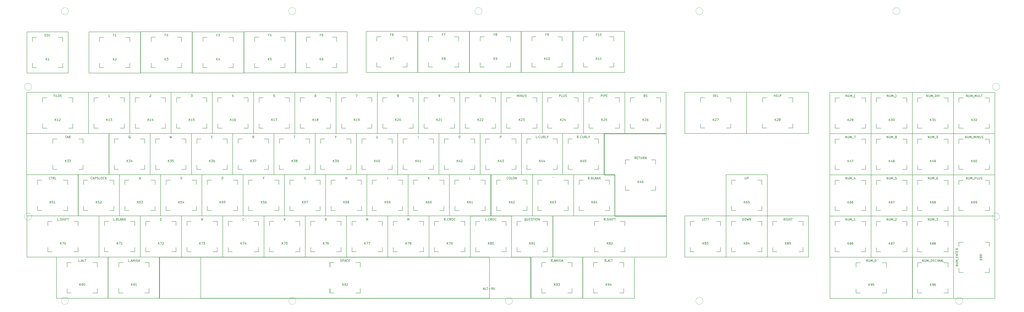
<source format=gbr>
G04 #@! TF.GenerationSoftware,KiCad,Pcbnew,(5.1.0-0)*
G04 #@! TF.CreationDate,2019-04-14T21:30:17+10:00*
G04 #@! TF.ProjectId,A1200KB,41313230-304b-4422-9e6b-696361645f70,rev?*
G04 #@! TF.SameCoordinates,Original*
G04 #@! TF.FileFunction,Drawing*
%FSLAX46Y46*%
G04 Gerber Fmt 4.6, Leading zero omitted, Abs format (unit mm)*
G04 Created by KiCad (PCBNEW (5.1.0-0)) date 2019-04-14 21:30:17*
%MOMM*%
%LPD*%
G04 APERTURE LIST*
%ADD10C,0.150000*%
%ADD11C,0.100000*%
G04 APERTURE END LIST*
D10*
X174099750Y-46369000D02*
X174099750Y-27319000D01*
X174099750Y-46369000D02*
X197912250Y-46369000D01*
X197912250Y-27319000D02*
X197912250Y-46369000D01*
X174099750Y-27319000D02*
X197912250Y-27319000D01*
X179006000Y-29844000D02*
X179006000Y-31844000D01*
X181006000Y-29844000D02*
X179006000Y-29844000D01*
X179006000Y-43844000D02*
X181006000Y-43844000D01*
X179006000Y-41844000D02*
X179006000Y-43844000D01*
X193006000Y-43844000D02*
X193006000Y-41844000D01*
X191006000Y-43844000D02*
X193006000Y-43844000D01*
X193006000Y-29844000D02*
X193006000Y-31844000D01*
X191006000Y-29844000D02*
X193006000Y-29844000D01*
X208024000Y-96198000D02*
X210024000Y-96198000D01*
X210024000Y-96198000D02*
X210024000Y-98198000D01*
X208024000Y-110198000D02*
X210024000Y-110198000D01*
X210024000Y-110198000D02*
X210024000Y-108198000D01*
X196024000Y-108198000D02*
X196024000Y-110198000D01*
X196024000Y-110198000D02*
X198024000Y-110198000D01*
X198024000Y-96198000D02*
X196024000Y-96198000D01*
X196024000Y-96198000D02*
X196024000Y-98198000D01*
X193499000Y-93673000D02*
X212549000Y-93673000D01*
X212549000Y-93673000D02*
X212549000Y-112723000D01*
X212549000Y-112723000D02*
X193499000Y-112723000D01*
X193499000Y-112723000D02*
X193499000Y-93673000D01*
X158494000Y-30070000D02*
X160494000Y-30070000D01*
X160494000Y-30070000D02*
X160494000Y-32070000D01*
X158494000Y-44070000D02*
X160494000Y-44070000D01*
X160494000Y-44070000D02*
X160494000Y-42070000D01*
X146494000Y-42070000D02*
X146494000Y-44070000D01*
X146494000Y-44070000D02*
X148494000Y-44070000D01*
X148494000Y-30070000D02*
X146494000Y-30070000D01*
X146494000Y-30070000D02*
X146494000Y-32070000D01*
X141587750Y-27545000D02*
X165400250Y-27545000D01*
X165400250Y-27545000D02*
X165400250Y-46595000D01*
X141587750Y-46595000D02*
X165400250Y-46595000D01*
X141587750Y-46595000D02*
X141587750Y-27545000D01*
X78655000Y-150835000D02*
X78655000Y-131785000D01*
X78655000Y-150835000D02*
X250105000Y-150835000D01*
X250105000Y-131785000D02*
X250105000Y-150835000D01*
X78655000Y-131785000D02*
X250105000Y-131785000D01*
X157380000Y-134310000D02*
X157380000Y-136310000D01*
X159380000Y-134310000D02*
X157380000Y-134310000D01*
X157380000Y-148310000D02*
X159380000Y-148310000D01*
X157380000Y-146310000D02*
X157380000Y-148310000D01*
X171380000Y-148310000D02*
X171380000Y-146310000D01*
X169380000Y-148310000D02*
X171380000Y-148310000D01*
X171380000Y-134310000D02*
X171380000Y-136310000D01*
X169380000Y-134310000D02*
X171380000Y-134310000D01*
X284145250Y-74750000D02*
X284145250Y-93800000D01*
X288907750Y-112850000D02*
X312720250Y-112850000D01*
X312720250Y-74750000D02*
X312720250Y-112850000D01*
X284145250Y-74750000D02*
X312720250Y-74750000D01*
X293814000Y-86800000D02*
X293814000Y-88800000D01*
X295814000Y-86800000D02*
X293814000Y-86800000D01*
X293814000Y-100800000D02*
X295814000Y-100800000D01*
X293814000Y-98800000D02*
X293814000Y-100800000D01*
X307814000Y-100800000D02*
X307814000Y-98800000D01*
X305814000Y-100800000D02*
X307814000Y-100800000D01*
X307814000Y-86800000D02*
X307814000Y-88800000D01*
X305814000Y-86800000D02*
X307814000Y-86800000D01*
X288907750Y-93800000D02*
X284145250Y-93800000D01*
X288907750Y-112850000D02*
X288907750Y-93800000D01*
X402726000Y-77202000D02*
X404726000Y-77202000D01*
X404726000Y-77202000D02*
X404726000Y-79202000D01*
X402726000Y-91202000D02*
X404726000Y-91202000D01*
X404726000Y-91202000D02*
X404726000Y-89202000D01*
X390726000Y-89202000D02*
X390726000Y-91202000D01*
X390726000Y-91202000D02*
X392726000Y-91202000D01*
X392726000Y-77202000D02*
X390726000Y-77202000D01*
X390726000Y-77202000D02*
X390726000Y-79202000D01*
X388201000Y-74677000D02*
X407251000Y-74677000D01*
X407251000Y-74677000D02*
X407251000Y-93727000D01*
X407251000Y-93727000D02*
X388201000Y-93727000D01*
X388201000Y-93727000D02*
X388201000Y-74677000D01*
X421776000Y-115302000D02*
X423776000Y-115302000D01*
X423776000Y-115302000D02*
X423776000Y-117302000D01*
X421776000Y-129302000D02*
X423776000Y-129302000D01*
X423776000Y-129302000D02*
X423776000Y-127302000D01*
X409776000Y-127302000D02*
X409776000Y-129302000D01*
X409776000Y-129302000D02*
X411776000Y-129302000D01*
X411776000Y-115302000D02*
X409776000Y-115302000D01*
X409776000Y-115302000D02*
X409776000Y-117302000D01*
X407251000Y-112777000D02*
X426301000Y-112777000D01*
X426301000Y-112777000D02*
X426301000Y-131827000D01*
X426301000Y-131827000D02*
X407251000Y-131827000D01*
X407251000Y-131827000D02*
X407251000Y-112777000D01*
X155700000Y-58098000D02*
X157700000Y-58098000D01*
X157700000Y-58098000D02*
X157700000Y-60098000D01*
X155700000Y-72098000D02*
X157700000Y-72098000D01*
X157700000Y-72098000D02*
X157700000Y-70098000D01*
X143700000Y-70098000D02*
X143700000Y-72098000D01*
X143700000Y-72098000D02*
X145700000Y-72098000D01*
X145700000Y-58098000D02*
X143700000Y-58098000D01*
X143700000Y-58098000D02*
X143700000Y-60098000D01*
X141175000Y-55573000D02*
X160225000Y-55573000D01*
X160225000Y-55573000D02*
X160225000Y-74623000D01*
X160225000Y-74623000D02*
X141175000Y-74623000D01*
X141175000Y-74623000D02*
X141175000Y-55573000D01*
X32002000Y-30098000D02*
X34002000Y-30098000D01*
X34002000Y-30098000D02*
X34002000Y-32098000D01*
X32002000Y-44098000D02*
X34002000Y-44098000D01*
X34002000Y-44098000D02*
X34002000Y-42098000D01*
X20002000Y-42098000D02*
X20002000Y-44098000D01*
X20002000Y-44098000D02*
X22002000Y-44098000D01*
X22002000Y-30098000D02*
X20002000Y-30098000D01*
X20002000Y-30098000D02*
X20002000Y-32098000D01*
X17477000Y-27573000D02*
X36527000Y-27573000D01*
X36527000Y-27573000D02*
X36527000Y-46623000D01*
X36527000Y-46623000D02*
X17477000Y-46623000D01*
X17477000Y-46623000D02*
X17477000Y-27573000D01*
X60450000Y-58098000D02*
X62450000Y-58098000D01*
X62450000Y-58098000D02*
X62450000Y-60098000D01*
X60450000Y-72098000D02*
X62450000Y-72098000D01*
X62450000Y-72098000D02*
X62450000Y-70098000D01*
X48450000Y-70098000D02*
X48450000Y-72098000D01*
X48450000Y-72098000D02*
X50450000Y-72098000D01*
X50450000Y-58098000D02*
X48450000Y-58098000D01*
X48450000Y-58098000D02*
X48450000Y-60098000D01*
X45925000Y-55573000D02*
X64975000Y-55573000D01*
X64975000Y-55573000D02*
X64975000Y-74623000D01*
X64975000Y-74623000D02*
X45925000Y-74623000D01*
X45925000Y-74623000D02*
X45925000Y-55573000D01*
X79500000Y-58098000D02*
X81500000Y-58098000D01*
X81500000Y-58098000D02*
X81500000Y-60098000D01*
X79500000Y-72098000D02*
X81500000Y-72098000D01*
X81500000Y-72098000D02*
X81500000Y-70098000D01*
X67500000Y-70098000D02*
X67500000Y-72098000D01*
X67500000Y-72098000D02*
X69500000Y-72098000D01*
X69500000Y-58098000D02*
X67500000Y-58098000D01*
X67500000Y-58098000D02*
X67500000Y-60098000D01*
X64975000Y-55573000D02*
X84025000Y-55573000D01*
X84025000Y-55573000D02*
X84025000Y-74623000D01*
X84025000Y-74623000D02*
X64975000Y-74623000D01*
X64975000Y-74623000D02*
X64975000Y-55573000D01*
X98550000Y-58098000D02*
X100550000Y-58098000D01*
X100550000Y-58098000D02*
X100550000Y-60098000D01*
X98550000Y-72098000D02*
X100550000Y-72098000D01*
X100550000Y-72098000D02*
X100550000Y-70098000D01*
X86550000Y-70098000D02*
X86550000Y-72098000D01*
X86550000Y-72098000D02*
X88550000Y-72098000D01*
X88550000Y-58098000D02*
X86550000Y-58098000D01*
X86550000Y-58098000D02*
X86550000Y-60098000D01*
X84025000Y-55573000D02*
X103075000Y-55573000D01*
X103075000Y-55573000D02*
X103075000Y-74623000D01*
X103075000Y-74623000D02*
X84025000Y-74623000D01*
X84025000Y-74623000D02*
X84025000Y-55573000D01*
X117600000Y-58098000D02*
X119600000Y-58098000D01*
X119600000Y-58098000D02*
X119600000Y-60098000D01*
X117600000Y-72098000D02*
X119600000Y-72098000D01*
X119600000Y-72098000D02*
X119600000Y-70098000D01*
X105600000Y-70098000D02*
X105600000Y-72098000D01*
X105600000Y-72098000D02*
X107600000Y-72098000D01*
X107600000Y-58098000D02*
X105600000Y-58098000D01*
X105600000Y-58098000D02*
X105600000Y-60098000D01*
X103075000Y-55573000D02*
X122125000Y-55573000D01*
X122125000Y-55573000D02*
X122125000Y-74623000D01*
X122125000Y-74623000D02*
X103075000Y-74623000D01*
X103075000Y-74623000D02*
X103075000Y-55573000D01*
X136650000Y-58098000D02*
X138650000Y-58098000D01*
X138650000Y-58098000D02*
X138650000Y-60098000D01*
X136650000Y-72098000D02*
X138650000Y-72098000D01*
X138650000Y-72098000D02*
X138650000Y-70098000D01*
X124650000Y-70098000D02*
X124650000Y-72098000D01*
X124650000Y-72098000D02*
X126650000Y-72098000D01*
X126650000Y-58098000D02*
X124650000Y-58098000D01*
X124650000Y-58098000D02*
X124650000Y-60098000D01*
X122125000Y-55573000D02*
X141175000Y-55573000D01*
X141175000Y-55573000D02*
X141175000Y-74623000D01*
X141175000Y-74623000D02*
X122125000Y-74623000D01*
X122125000Y-74623000D02*
X122125000Y-55573000D01*
X174750000Y-58098000D02*
X176750000Y-58098000D01*
X176750000Y-58098000D02*
X176750000Y-60098000D01*
X174750000Y-72098000D02*
X176750000Y-72098000D01*
X176750000Y-72098000D02*
X176750000Y-70098000D01*
X162750000Y-70098000D02*
X162750000Y-72098000D01*
X162750000Y-72098000D02*
X164750000Y-72098000D01*
X164750000Y-58098000D02*
X162750000Y-58098000D01*
X162750000Y-58098000D02*
X162750000Y-60098000D01*
X160225000Y-55573000D02*
X179275000Y-55573000D01*
X179275000Y-55573000D02*
X179275000Y-74623000D01*
X179275000Y-74623000D02*
X160225000Y-74623000D01*
X160225000Y-74623000D02*
X160225000Y-55573000D01*
X193800000Y-58098000D02*
X195800000Y-58098000D01*
X195800000Y-58098000D02*
X195800000Y-60098000D01*
X193800000Y-72098000D02*
X195800000Y-72098000D01*
X195800000Y-72098000D02*
X195800000Y-70098000D01*
X181800000Y-70098000D02*
X181800000Y-72098000D01*
X181800000Y-72098000D02*
X183800000Y-72098000D01*
X183800000Y-58098000D02*
X181800000Y-58098000D01*
X181800000Y-58098000D02*
X181800000Y-60098000D01*
X179275000Y-55573000D02*
X198325000Y-55573000D01*
X198325000Y-55573000D02*
X198325000Y-74623000D01*
X198325000Y-74623000D02*
X179275000Y-74623000D01*
X179275000Y-74623000D02*
X179275000Y-55573000D01*
X212850000Y-58098000D02*
X214850000Y-58098000D01*
X214850000Y-58098000D02*
X214850000Y-60098000D01*
X212850000Y-72098000D02*
X214850000Y-72098000D01*
X214850000Y-72098000D02*
X214850000Y-70098000D01*
X200850000Y-70098000D02*
X200850000Y-72098000D01*
X200850000Y-72098000D02*
X202850000Y-72098000D01*
X202850000Y-58098000D02*
X200850000Y-58098000D01*
X200850000Y-58098000D02*
X200850000Y-60098000D01*
X198325000Y-55573000D02*
X217375000Y-55573000D01*
X217375000Y-55573000D02*
X217375000Y-74623000D01*
X217375000Y-74623000D02*
X198325000Y-74623000D01*
X198325000Y-74623000D02*
X198325000Y-55573000D01*
X231900000Y-58098000D02*
X233900000Y-58098000D01*
X233900000Y-58098000D02*
X233900000Y-60098000D01*
X231900000Y-72098000D02*
X233900000Y-72098000D01*
X233900000Y-72098000D02*
X233900000Y-70098000D01*
X219900000Y-70098000D02*
X219900000Y-72098000D01*
X219900000Y-72098000D02*
X221900000Y-72098000D01*
X221900000Y-58098000D02*
X219900000Y-58098000D01*
X219900000Y-58098000D02*
X219900000Y-60098000D01*
X217375000Y-55573000D02*
X236425000Y-55573000D01*
X236425000Y-55573000D02*
X236425000Y-74623000D01*
X236425000Y-74623000D02*
X217375000Y-74623000D01*
X217375000Y-74623000D02*
X217375000Y-55573000D01*
X250950000Y-58098000D02*
X252950000Y-58098000D01*
X252950000Y-58098000D02*
X252950000Y-60098000D01*
X250950000Y-72098000D02*
X252950000Y-72098000D01*
X252950000Y-72098000D02*
X252950000Y-70098000D01*
X238950000Y-70098000D02*
X238950000Y-72098000D01*
X238950000Y-72098000D02*
X240950000Y-72098000D01*
X240950000Y-58098000D02*
X238950000Y-58098000D01*
X238950000Y-58098000D02*
X238950000Y-60098000D01*
X236425000Y-55573000D02*
X255475000Y-55573000D01*
X255475000Y-55573000D02*
X255475000Y-74623000D01*
X255475000Y-74623000D02*
X236425000Y-74623000D01*
X236425000Y-74623000D02*
X236425000Y-55573000D01*
X270000000Y-58098000D02*
X272000000Y-58098000D01*
X272000000Y-58098000D02*
X272000000Y-60098000D01*
X270000000Y-72098000D02*
X272000000Y-72098000D01*
X272000000Y-72098000D02*
X272000000Y-70098000D01*
X258000000Y-70098000D02*
X258000000Y-72098000D01*
X258000000Y-72098000D02*
X260000000Y-72098000D01*
X260000000Y-58098000D02*
X258000000Y-58098000D01*
X258000000Y-58098000D02*
X258000000Y-60098000D01*
X255475000Y-55573000D02*
X274525000Y-55573000D01*
X274525000Y-55573000D02*
X274525000Y-74623000D01*
X274525000Y-74623000D02*
X255475000Y-74623000D01*
X255475000Y-74623000D02*
X255475000Y-55573000D01*
X289050000Y-58098000D02*
X291050000Y-58098000D01*
X291050000Y-58098000D02*
X291050000Y-60098000D01*
X289050000Y-72098000D02*
X291050000Y-72098000D01*
X291050000Y-72098000D02*
X291050000Y-70098000D01*
X277050000Y-70098000D02*
X277050000Y-72098000D01*
X277050000Y-72098000D02*
X279050000Y-72098000D01*
X279050000Y-58098000D02*
X277050000Y-58098000D01*
X277050000Y-58098000D02*
X277050000Y-60098000D01*
X274525000Y-55573000D02*
X293575000Y-55573000D01*
X293575000Y-55573000D02*
X293575000Y-74623000D01*
X293575000Y-74623000D02*
X274525000Y-74623000D01*
X274525000Y-74623000D02*
X274525000Y-55573000D01*
X308100000Y-58098000D02*
X310100000Y-58098000D01*
X310100000Y-58098000D02*
X310100000Y-60098000D01*
X308100000Y-72098000D02*
X310100000Y-72098000D01*
X310100000Y-72098000D02*
X310100000Y-70098000D01*
X296100000Y-70098000D02*
X296100000Y-72098000D01*
X296100000Y-72098000D02*
X298100000Y-72098000D01*
X298100000Y-58098000D02*
X296100000Y-58098000D01*
X296100000Y-58098000D02*
X296100000Y-60098000D01*
X293575000Y-55573000D02*
X312625000Y-55573000D01*
X312625000Y-55573000D02*
X312625000Y-74623000D01*
X312625000Y-74623000D02*
X293575000Y-74623000D01*
X293575000Y-74623000D02*
X293575000Y-55573000D01*
X402726000Y-58152000D02*
X404726000Y-58152000D01*
X404726000Y-58152000D02*
X404726000Y-60152000D01*
X402726000Y-72152000D02*
X404726000Y-72152000D01*
X404726000Y-72152000D02*
X404726000Y-70152000D01*
X390726000Y-70152000D02*
X390726000Y-72152000D01*
X390726000Y-72152000D02*
X392726000Y-72152000D01*
X392726000Y-58152000D02*
X390726000Y-58152000D01*
X390726000Y-58152000D02*
X390726000Y-60152000D01*
X388201000Y-55627000D02*
X407251000Y-55627000D01*
X407251000Y-55627000D02*
X407251000Y-74677000D01*
X407251000Y-74677000D02*
X388201000Y-74677000D01*
X388201000Y-74677000D02*
X388201000Y-55627000D01*
X421776000Y-58152000D02*
X423776000Y-58152000D01*
X423776000Y-58152000D02*
X423776000Y-60152000D01*
X421776000Y-72152000D02*
X423776000Y-72152000D01*
X423776000Y-72152000D02*
X423776000Y-70152000D01*
X409776000Y-70152000D02*
X409776000Y-72152000D01*
X409776000Y-72152000D02*
X411776000Y-72152000D01*
X411776000Y-58152000D02*
X409776000Y-58152000D01*
X409776000Y-58152000D02*
X409776000Y-60152000D01*
X407251000Y-55627000D02*
X426301000Y-55627000D01*
X426301000Y-55627000D02*
X426301000Y-74677000D01*
X426301000Y-74677000D02*
X407251000Y-74677000D01*
X407251000Y-74677000D02*
X407251000Y-55627000D01*
X440826000Y-58152000D02*
X442826000Y-58152000D01*
X442826000Y-58152000D02*
X442826000Y-60152000D01*
X440826000Y-72152000D02*
X442826000Y-72152000D01*
X442826000Y-72152000D02*
X442826000Y-70152000D01*
X428826000Y-70152000D02*
X428826000Y-72152000D01*
X428826000Y-72152000D02*
X430826000Y-72152000D01*
X430826000Y-58152000D02*
X428826000Y-58152000D01*
X428826000Y-58152000D02*
X428826000Y-60152000D01*
X426301000Y-55627000D02*
X445351000Y-55627000D01*
X445351000Y-55627000D02*
X445351000Y-74677000D01*
X445351000Y-74677000D02*
X426301000Y-74677000D01*
X426301000Y-74677000D02*
X426301000Y-55627000D01*
X459876000Y-58152000D02*
X461876000Y-58152000D01*
X461876000Y-58152000D02*
X461876000Y-60152000D01*
X459876000Y-72152000D02*
X461876000Y-72152000D01*
X461876000Y-72152000D02*
X461876000Y-70152000D01*
X447876000Y-70152000D02*
X447876000Y-72152000D01*
X447876000Y-72152000D02*
X449876000Y-72152000D01*
X449876000Y-58152000D02*
X447876000Y-58152000D01*
X447876000Y-58152000D02*
X447876000Y-60152000D01*
X445351000Y-55627000D02*
X464401000Y-55627000D01*
X464401000Y-55627000D02*
X464401000Y-74677000D01*
X464401000Y-74677000D02*
X445351000Y-74677000D01*
X445351000Y-74677000D02*
X445351000Y-55627000D01*
X69848000Y-77148000D02*
X71848000Y-77148000D01*
X71848000Y-77148000D02*
X71848000Y-79148000D01*
X69848000Y-91148000D02*
X71848000Y-91148000D01*
X71848000Y-91148000D02*
X71848000Y-89148000D01*
X57848000Y-89148000D02*
X57848000Y-91148000D01*
X57848000Y-91148000D02*
X59848000Y-91148000D01*
X59848000Y-77148000D02*
X57848000Y-77148000D01*
X57848000Y-77148000D02*
X57848000Y-79148000D01*
X55323000Y-74623000D02*
X74373000Y-74623000D01*
X74373000Y-74623000D02*
X74373000Y-93673000D01*
X74373000Y-93673000D02*
X55323000Y-93673000D01*
X55323000Y-93673000D02*
X55323000Y-74623000D01*
X88898000Y-77148000D02*
X90898000Y-77148000D01*
X90898000Y-77148000D02*
X90898000Y-79148000D01*
X88898000Y-91148000D02*
X90898000Y-91148000D01*
X90898000Y-91148000D02*
X90898000Y-89148000D01*
X76898000Y-89148000D02*
X76898000Y-91148000D01*
X76898000Y-91148000D02*
X78898000Y-91148000D01*
X78898000Y-77148000D02*
X76898000Y-77148000D01*
X76898000Y-77148000D02*
X76898000Y-79148000D01*
X74373000Y-74623000D02*
X93423000Y-74623000D01*
X93423000Y-74623000D02*
X93423000Y-93673000D01*
X93423000Y-93673000D02*
X74373000Y-93673000D01*
X74373000Y-93673000D02*
X74373000Y-74623000D01*
X107948000Y-77148000D02*
X109948000Y-77148000D01*
X109948000Y-77148000D02*
X109948000Y-79148000D01*
X107948000Y-91148000D02*
X109948000Y-91148000D01*
X109948000Y-91148000D02*
X109948000Y-89148000D01*
X95948000Y-89148000D02*
X95948000Y-91148000D01*
X95948000Y-91148000D02*
X97948000Y-91148000D01*
X97948000Y-77148000D02*
X95948000Y-77148000D01*
X95948000Y-77148000D02*
X95948000Y-79148000D01*
X93423000Y-74623000D02*
X112473000Y-74623000D01*
X112473000Y-74623000D02*
X112473000Y-93673000D01*
X112473000Y-93673000D02*
X93423000Y-93673000D01*
X93423000Y-93673000D02*
X93423000Y-74623000D01*
X126998000Y-77148000D02*
X128998000Y-77148000D01*
X128998000Y-77148000D02*
X128998000Y-79148000D01*
X126998000Y-91148000D02*
X128998000Y-91148000D01*
X128998000Y-91148000D02*
X128998000Y-89148000D01*
X114998000Y-89148000D02*
X114998000Y-91148000D01*
X114998000Y-91148000D02*
X116998000Y-91148000D01*
X116998000Y-77148000D02*
X114998000Y-77148000D01*
X114998000Y-77148000D02*
X114998000Y-79148000D01*
X112473000Y-74623000D02*
X131523000Y-74623000D01*
X131523000Y-74623000D02*
X131523000Y-93673000D01*
X131523000Y-93673000D02*
X112473000Y-93673000D01*
X112473000Y-93673000D02*
X112473000Y-74623000D01*
X146048000Y-77148000D02*
X148048000Y-77148000D01*
X148048000Y-77148000D02*
X148048000Y-79148000D01*
X146048000Y-91148000D02*
X148048000Y-91148000D01*
X148048000Y-91148000D02*
X148048000Y-89148000D01*
X134048000Y-89148000D02*
X134048000Y-91148000D01*
X134048000Y-91148000D02*
X136048000Y-91148000D01*
X136048000Y-77148000D02*
X134048000Y-77148000D01*
X134048000Y-77148000D02*
X134048000Y-79148000D01*
X131523000Y-74623000D02*
X150573000Y-74623000D01*
X150573000Y-74623000D02*
X150573000Y-93673000D01*
X150573000Y-93673000D02*
X131523000Y-93673000D01*
X131523000Y-93673000D02*
X131523000Y-74623000D01*
X165098000Y-77148000D02*
X167098000Y-77148000D01*
X167098000Y-77148000D02*
X167098000Y-79148000D01*
X165098000Y-91148000D02*
X167098000Y-91148000D01*
X167098000Y-91148000D02*
X167098000Y-89148000D01*
X153098000Y-89148000D02*
X153098000Y-91148000D01*
X153098000Y-91148000D02*
X155098000Y-91148000D01*
X155098000Y-77148000D02*
X153098000Y-77148000D01*
X153098000Y-77148000D02*
X153098000Y-79148000D01*
X150573000Y-74623000D02*
X169623000Y-74623000D01*
X169623000Y-74623000D02*
X169623000Y-93673000D01*
X169623000Y-93673000D02*
X150573000Y-93673000D01*
X150573000Y-93673000D02*
X150573000Y-74623000D01*
X184148000Y-77148000D02*
X186148000Y-77148000D01*
X186148000Y-77148000D02*
X186148000Y-79148000D01*
X184148000Y-91148000D02*
X186148000Y-91148000D01*
X186148000Y-91148000D02*
X186148000Y-89148000D01*
X172148000Y-89148000D02*
X172148000Y-91148000D01*
X172148000Y-91148000D02*
X174148000Y-91148000D01*
X174148000Y-77148000D02*
X172148000Y-77148000D01*
X172148000Y-77148000D02*
X172148000Y-79148000D01*
X169623000Y-74623000D02*
X188673000Y-74623000D01*
X188673000Y-74623000D02*
X188673000Y-93673000D01*
X188673000Y-93673000D02*
X169623000Y-93673000D01*
X169623000Y-93673000D02*
X169623000Y-74623000D01*
X203198000Y-77148000D02*
X205198000Y-77148000D01*
X205198000Y-77148000D02*
X205198000Y-79148000D01*
X203198000Y-91148000D02*
X205198000Y-91148000D01*
X205198000Y-91148000D02*
X205198000Y-89148000D01*
X191198000Y-89148000D02*
X191198000Y-91148000D01*
X191198000Y-91148000D02*
X193198000Y-91148000D01*
X193198000Y-77148000D02*
X191198000Y-77148000D01*
X191198000Y-77148000D02*
X191198000Y-79148000D01*
X188673000Y-74623000D02*
X207723000Y-74623000D01*
X207723000Y-74623000D02*
X207723000Y-93673000D01*
X207723000Y-93673000D02*
X188673000Y-93673000D01*
X188673000Y-93673000D02*
X188673000Y-74623000D01*
X222248000Y-77148000D02*
X224248000Y-77148000D01*
X224248000Y-77148000D02*
X224248000Y-79148000D01*
X222248000Y-91148000D02*
X224248000Y-91148000D01*
X224248000Y-91148000D02*
X224248000Y-89148000D01*
X210248000Y-89148000D02*
X210248000Y-91148000D01*
X210248000Y-91148000D02*
X212248000Y-91148000D01*
X212248000Y-77148000D02*
X210248000Y-77148000D01*
X210248000Y-77148000D02*
X210248000Y-79148000D01*
X207723000Y-74623000D02*
X226773000Y-74623000D01*
X226773000Y-74623000D02*
X226773000Y-93673000D01*
X226773000Y-93673000D02*
X207723000Y-93673000D01*
X207723000Y-93673000D02*
X207723000Y-74623000D01*
X241298000Y-77148000D02*
X243298000Y-77148000D01*
X243298000Y-77148000D02*
X243298000Y-79148000D01*
X241298000Y-91148000D02*
X243298000Y-91148000D01*
X243298000Y-91148000D02*
X243298000Y-89148000D01*
X229298000Y-89148000D02*
X229298000Y-91148000D01*
X229298000Y-91148000D02*
X231298000Y-91148000D01*
X231298000Y-77148000D02*
X229298000Y-77148000D01*
X229298000Y-77148000D02*
X229298000Y-79148000D01*
X226773000Y-74623000D02*
X245823000Y-74623000D01*
X245823000Y-74623000D02*
X245823000Y-93673000D01*
X245823000Y-93673000D02*
X226773000Y-93673000D01*
X226773000Y-93673000D02*
X226773000Y-74623000D01*
X260348000Y-77148000D02*
X262348000Y-77148000D01*
X262348000Y-77148000D02*
X262348000Y-79148000D01*
X260348000Y-91148000D02*
X262348000Y-91148000D01*
X262348000Y-91148000D02*
X262348000Y-89148000D01*
X248348000Y-89148000D02*
X248348000Y-91148000D01*
X248348000Y-91148000D02*
X250348000Y-91148000D01*
X250348000Y-77148000D02*
X248348000Y-77148000D01*
X248348000Y-77148000D02*
X248348000Y-79148000D01*
X245823000Y-74623000D02*
X264873000Y-74623000D01*
X264873000Y-74623000D02*
X264873000Y-93673000D01*
X264873000Y-93673000D02*
X245823000Y-93673000D01*
X245823000Y-93673000D02*
X245823000Y-74623000D01*
X279398000Y-77148000D02*
X281398000Y-77148000D01*
X281398000Y-77148000D02*
X281398000Y-79148000D01*
X279398000Y-91148000D02*
X281398000Y-91148000D01*
X281398000Y-91148000D02*
X281398000Y-89148000D01*
X267398000Y-89148000D02*
X267398000Y-91148000D01*
X267398000Y-91148000D02*
X269398000Y-91148000D01*
X269398000Y-77148000D02*
X267398000Y-77148000D01*
X267398000Y-77148000D02*
X267398000Y-79148000D01*
X264873000Y-74623000D02*
X283923000Y-74623000D01*
X283923000Y-74623000D02*
X283923000Y-93673000D01*
X283923000Y-93673000D02*
X264873000Y-93673000D01*
X264873000Y-93673000D02*
X264873000Y-74623000D01*
X421776000Y-77202000D02*
X423776000Y-77202000D01*
X423776000Y-77202000D02*
X423776000Y-79202000D01*
X421776000Y-91202000D02*
X423776000Y-91202000D01*
X423776000Y-91202000D02*
X423776000Y-89202000D01*
X409776000Y-89202000D02*
X409776000Y-91202000D01*
X409776000Y-91202000D02*
X411776000Y-91202000D01*
X411776000Y-77202000D02*
X409776000Y-77202000D01*
X409776000Y-77202000D02*
X409776000Y-79202000D01*
X407251000Y-74677000D02*
X426301000Y-74677000D01*
X426301000Y-74677000D02*
X426301000Y-93727000D01*
X426301000Y-93727000D02*
X407251000Y-93727000D01*
X407251000Y-93727000D02*
X407251000Y-74677000D01*
X440826000Y-77202000D02*
X442826000Y-77202000D01*
X442826000Y-77202000D02*
X442826000Y-79202000D01*
X440826000Y-91202000D02*
X442826000Y-91202000D01*
X442826000Y-91202000D02*
X442826000Y-89202000D01*
X428826000Y-89202000D02*
X428826000Y-91202000D01*
X428826000Y-91202000D02*
X430826000Y-91202000D01*
X430826000Y-77202000D02*
X428826000Y-77202000D01*
X428826000Y-77202000D02*
X428826000Y-79202000D01*
X426301000Y-74677000D02*
X445351000Y-74677000D01*
X445351000Y-74677000D02*
X445351000Y-93727000D01*
X445351000Y-93727000D02*
X426301000Y-93727000D01*
X426301000Y-93727000D02*
X426301000Y-74677000D01*
X459876000Y-77202000D02*
X461876000Y-77202000D01*
X461876000Y-77202000D02*
X461876000Y-79202000D01*
X459876000Y-91202000D02*
X461876000Y-91202000D01*
X461876000Y-91202000D02*
X461876000Y-89202000D01*
X447876000Y-89202000D02*
X447876000Y-91202000D01*
X447876000Y-91202000D02*
X449876000Y-91202000D01*
X449876000Y-77202000D02*
X447876000Y-77202000D01*
X447876000Y-77202000D02*
X447876000Y-79202000D01*
X445351000Y-74677000D02*
X464401000Y-74677000D01*
X464401000Y-74677000D02*
X464401000Y-93727000D01*
X464401000Y-93727000D02*
X445351000Y-93727000D01*
X445351000Y-93727000D02*
X445351000Y-74677000D01*
X74674000Y-96198000D02*
X76674000Y-96198000D01*
X76674000Y-96198000D02*
X76674000Y-98198000D01*
X74674000Y-110198000D02*
X76674000Y-110198000D01*
X76674000Y-110198000D02*
X76674000Y-108198000D01*
X62674000Y-108198000D02*
X62674000Y-110198000D01*
X62674000Y-110198000D02*
X64674000Y-110198000D01*
X64674000Y-96198000D02*
X62674000Y-96198000D01*
X62674000Y-96198000D02*
X62674000Y-98198000D01*
X60149000Y-93673000D02*
X79199000Y-93673000D01*
X79199000Y-93673000D02*
X79199000Y-112723000D01*
X79199000Y-112723000D02*
X60149000Y-112723000D01*
X60149000Y-112723000D02*
X60149000Y-93673000D01*
X93724000Y-96198000D02*
X95724000Y-96198000D01*
X95724000Y-96198000D02*
X95724000Y-98198000D01*
X93724000Y-110198000D02*
X95724000Y-110198000D01*
X95724000Y-110198000D02*
X95724000Y-108198000D01*
X81724000Y-108198000D02*
X81724000Y-110198000D01*
X81724000Y-110198000D02*
X83724000Y-110198000D01*
X83724000Y-96198000D02*
X81724000Y-96198000D01*
X81724000Y-96198000D02*
X81724000Y-98198000D01*
X79199000Y-93673000D02*
X98249000Y-93673000D01*
X98249000Y-93673000D02*
X98249000Y-112723000D01*
X98249000Y-112723000D02*
X79199000Y-112723000D01*
X79199000Y-112723000D02*
X79199000Y-93673000D01*
X112774000Y-96198000D02*
X114774000Y-96198000D01*
X114774000Y-96198000D02*
X114774000Y-98198000D01*
X112774000Y-110198000D02*
X114774000Y-110198000D01*
X114774000Y-110198000D02*
X114774000Y-108198000D01*
X100774000Y-108198000D02*
X100774000Y-110198000D01*
X100774000Y-110198000D02*
X102774000Y-110198000D01*
X102774000Y-96198000D02*
X100774000Y-96198000D01*
X100774000Y-96198000D02*
X100774000Y-98198000D01*
X98249000Y-93673000D02*
X117299000Y-93673000D01*
X117299000Y-93673000D02*
X117299000Y-112723000D01*
X117299000Y-112723000D02*
X98249000Y-112723000D01*
X98249000Y-112723000D02*
X98249000Y-93673000D01*
X131824000Y-96198000D02*
X133824000Y-96198000D01*
X133824000Y-96198000D02*
X133824000Y-98198000D01*
X131824000Y-110198000D02*
X133824000Y-110198000D01*
X133824000Y-110198000D02*
X133824000Y-108198000D01*
X119824000Y-108198000D02*
X119824000Y-110198000D01*
X119824000Y-110198000D02*
X121824000Y-110198000D01*
X121824000Y-96198000D02*
X119824000Y-96198000D01*
X119824000Y-96198000D02*
X119824000Y-98198000D01*
X117299000Y-93673000D02*
X136349000Y-93673000D01*
X136349000Y-93673000D02*
X136349000Y-112723000D01*
X136349000Y-112723000D02*
X117299000Y-112723000D01*
X117299000Y-112723000D02*
X117299000Y-93673000D01*
X150874000Y-96198000D02*
X152874000Y-96198000D01*
X152874000Y-96198000D02*
X152874000Y-98198000D01*
X150874000Y-110198000D02*
X152874000Y-110198000D01*
X152874000Y-110198000D02*
X152874000Y-108198000D01*
X138874000Y-108198000D02*
X138874000Y-110198000D01*
X138874000Y-110198000D02*
X140874000Y-110198000D01*
X140874000Y-96198000D02*
X138874000Y-96198000D01*
X138874000Y-96198000D02*
X138874000Y-98198000D01*
X136349000Y-93673000D02*
X155399000Y-93673000D01*
X155399000Y-93673000D02*
X155399000Y-112723000D01*
X155399000Y-112723000D02*
X136349000Y-112723000D01*
X136349000Y-112723000D02*
X136349000Y-93673000D01*
X169924000Y-96198000D02*
X171924000Y-96198000D01*
X171924000Y-96198000D02*
X171924000Y-98198000D01*
X169924000Y-110198000D02*
X171924000Y-110198000D01*
X171924000Y-110198000D02*
X171924000Y-108198000D01*
X157924000Y-108198000D02*
X157924000Y-110198000D01*
X157924000Y-110198000D02*
X159924000Y-110198000D01*
X159924000Y-96198000D02*
X157924000Y-96198000D01*
X157924000Y-96198000D02*
X157924000Y-98198000D01*
X155399000Y-93673000D02*
X174449000Y-93673000D01*
X174449000Y-93673000D02*
X174449000Y-112723000D01*
X174449000Y-112723000D02*
X155399000Y-112723000D01*
X155399000Y-112723000D02*
X155399000Y-93673000D01*
X188974000Y-96198000D02*
X190974000Y-96198000D01*
X190974000Y-96198000D02*
X190974000Y-98198000D01*
X188974000Y-110198000D02*
X190974000Y-110198000D01*
X190974000Y-110198000D02*
X190974000Y-108198000D01*
X176974000Y-108198000D02*
X176974000Y-110198000D01*
X176974000Y-110198000D02*
X178974000Y-110198000D01*
X178974000Y-96198000D02*
X176974000Y-96198000D01*
X176974000Y-96198000D02*
X176974000Y-98198000D01*
X174449000Y-93673000D02*
X193499000Y-93673000D01*
X193499000Y-93673000D02*
X193499000Y-112723000D01*
X193499000Y-112723000D02*
X174449000Y-112723000D01*
X174449000Y-112723000D02*
X174449000Y-93673000D01*
X227074000Y-96198000D02*
X229074000Y-96198000D01*
X229074000Y-96198000D02*
X229074000Y-98198000D01*
X227074000Y-110198000D02*
X229074000Y-110198000D01*
X229074000Y-110198000D02*
X229074000Y-108198000D01*
X215074000Y-108198000D02*
X215074000Y-110198000D01*
X215074000Y-110198000D02*
X217074000Y-110198000D01*
X217074000Y-96198000D02*
X215074000Y-96198000D01*
X215074000Y-96198000D02*
X215074000Y-98198000D01*
X212549000Y-93673000D02*
X231599000Y-93673000D01*
X231599000Y-93673000D02*
X231599000Y-112723000D01*
X231599000Y-112723000D02*
X212549000Y-112723000D01*
X212549000Y-112723000D02*
X212549000Y-93673000D01*
X246378000Y-96198000D02*
X248378000Y-96198000D01*
X248378000Y-96198000D02*
X248378000Y-98198000D01*
X246378000Y-110198000D02*
X248378000Y-110198000D01*
X248378000Y-110198000D02*
X248378000Y-108198000D01*
X234378000Y-108198000D02*
X234378000Y-110198000D01*
X234378000Y-110198000D02*
X236378000Y-110198000D01*
X236378000Y-96198000D02*
X234378000Y-96198000D01*
X234378000Y-96198000D02*
X234378000Y-98198000D01*
X231853000Y-93673000D02*
X250903000Y-93673000D01*
X250903000Y-93673000D02*
X250903000Y-112723000D01*
X250903000Y-112723000D02*
X231853000Y-112723000D01*
X231853000Y-112723000D02*
X231853000Y-93673000D01*
X265428000Y-96198000D02*
X267428000Y-96198000D01*
X267428000Y-96198000D02*
X267428000Y-98198000D01*
X265428000Y-110198000D02*
X267428000Y-110198000D01*
X267428000Y-110198000D02*
X267428000Y-108198000D01*
X253428000Y-108198000D02*
X253428000Y-110198000D01*
X253428000Y-110198000D02*
X255428000Y-110198000D01*
X255428000Y-96198000D02*
X253428000Y-96198000D01*
X253428000Y-96198000D02*
X253428000Y-98198000D01*
X250903000Y-93673000D02*
X269953000Y-93673000D01*
X269953000Y-93673000D02*
X269953000Y-112723000D01*
X269953000Y-112723000D02*
X250903000Y-112723000D01*
X250903000Y-112723000D02*
X250903000Y-93673000D01*
X284478000Y-96198000D02*
X286478000Y-96198000D01*
X286478000Y-96198000D02*
X286478000Y-98198000D01*
X284478000Y-110198000D02*
X286478000Y-110198000D01*
X286478000Y-110198000D02*
X286478000Y-108198000D01*
X272478000Y-108198000D02*
X272478000Y-110198000D01*
X272478000Y-110198000D02*
X274478000Y-110198000D01*
X274478000Y-96198000D02*
X272478000Y-96198000D01*
X272478000Y-96198000D02*
X272478000Y-98198000D01*
X269953000Y-93673000D02*
X289003000Y-93673000D01*
X289003000Y-93673000D02*
X289003000Y-112723000D01*
X289003000Y-112723000D02*
X269953000Y-112723000D01*
X269953000Y-112723000D02*
X269953000Y-93673000D01*
X354844000Y-96198000D02*
X356844000Y-96198000D01*
X356844000Y-96198000D02*
X356844000Y-98198000D01*
X354844000Y-110198000D02*
X356844000Y-110198000D01*
X356844000Y-110198000D02*
X356844000Y-108198000D01*
X342844000Y-108198000D02*
X342844000Y-110198000D01*
X342844000Y-110198000D02*
X344844000Y-110198000D01*
X344844000Y-96198000D02*
X342844000Y-96198000D01*
X342844000Y-96198000D02*
X342844000Y-98198000D01*
X340319000Y-93673000D02*
X359369000Y-93673000D01*
X359369000Y-93673000D02*
X359369000Y-112723000D01*
X359369000Y-112723000D02*
X340319000Y-112723000D01*
X340319000Y-112723000D02*
X340319000Y-93673000D01*
X402726000Y-96252000D02*
X404726000Y-96252000D01*
X404726000Y-96252000D02*
X404726000Y-98252000D01*
X402726000Y-110252000D02*
X404726000Y-110252000D01*
X404726000Y-110252000D02*
X404726000Y-108252000D01*
X390726000Y-108252000D02*
X390726000Y-110252000D01*
X390726000Y-110252000D02*
X392726000Y-110252000D01*
X392726000Y-96252000D02*
X390726000Y-96252000D01*
X390726000Y-96252000D02*
X390726000Y-98252000D01*
X388201000Y-93727000D02*
X407251000Y-93727000D01*
X407251000Y-93727000D02*
X407251000Y-112777000D01*
X407251000Y-112777000D02*
X388201000Y-112777000D01*
X388201000Y-112777000D02*
X388201000Y-93727000D01*
X421776000Y-96252000D02*
X423776000Y-96252000D01*
X423776000Y-96252000D02*
X423776000Y-98252000D01*
X421776000Y-110252000D02*
X423776000Y-110252000D01*
X423776000Y-110252000D02*
X423776000Y-108252000D01*
X409776000Y-108252000D02*
X409776000Y-110252000D01*
X409776000Y-110252000D02*
X411776000Y-110252000D01*
X411776000Y-96252000D02*
X409776000Y-96252000D01*
X409776000Y-96252000D02*
X409776000Y-98252000D01*
X407251000Y-93727000D02*
X426301000Y-93727000D01*
X426301000Y-93727000D02*
X426301000Y-112777000D01*
X426301000Y-112777000D02*
X407251000Y-112777000D01*
X407251000Y-112777000D02*
X407251000Y-93727000D01*
X440826000Y-96252000D02*
X442826000Y-96252000D01*
X442826000Y-96252000D02*
X442826000Y-98252000D01*
X440826000Y-110252000D02*
X442826000Y-110252000D01*
X442826000Y-110252000D02*
X442826000Y-108252000D01*
X428826000Y-108252000D02*
X428826000Y-110252000D01*
X428826000Y-110252000D02*
X430826000Y-110252000D01*
X430826000Y-96252000D02*
X428826000Y-96252000D01*
X428826000Y-96252000D02*
X428826000Y-98252000D01*
X426301000Y-93727000D02*
X445351000Y-93727000D01*
X445351000Y-93727000D02*
X445351000Y-112777000D01*
X445351000Y-112777000D02*
X426301000Y-112777000D01*
X426301000Y-112777000D02*
X426301000Y-93727000D01*
X459876000Y-96252000D02*
X461876000Y-96252000D01*
X461876000Y-96252000D02*
X461876000Y-98252000D01*
X459876000Y-110252000D02*
X461876000Y-110252000D01*
X461876000Y-110252000D02*
X461876000Y-108252000D01*
X447876000Y-108252000D02*
X447876000Y-110252000D01*
X447876000Y-110252000D02*
X449876000Y-110252000D01*
X449876000Y-96252000D02*
X447876000Y-96252000D01*
X447876000Y-96252000D02*
X447876000Y-98252000D01*
X445351000Y-93727000D02*
X464401000Y-93727000D01*
X464401000Y-93727000D02*
X464401000Y-112777000D01*
X464401000Y-112777000D02*
X445351000Y-112777000D01*
X445351000Y-112777000D02*
X445351000Y-93727000D01*
X65276000Y-115248000D02*
X67276000Y-115248000D01*
X67276000Y-115248000D02*
X67276000Y-117248000D01*
X65276000Y-129248000D02*
X67276000Y-129248000D01*
X67276000Y-129248000D02*
X67276000Y-127248000D01*
X53276000Y-127248000D02*
X53276000Y-129248000D01*
X53276000Y-129248000D02*
X55276000Y-129248000D01*
X55276000Y-115248000D02*
X53276000Y-115248000D01*
X53276000Y-115248000D02*
X53276000Y-117248000D01*
X50751000Y-112723000D02*
X69801000Y-112723000D01*
X69801000Y-112723000D02*
X69801000Y-131773000D01*
X69801000Y-131773000D02*
X50751000Y-131773000D01*
X50751000Y-131773000D02*
X50751000Y-112723000D01*
X84326000Y-115248000D02*
X86326000Y-115248000D01*
X86326000Y-115248000D02*
X86326000Y-117248000D01*
X84326000Y-129248000D02*
X86326000Y-129248000D01*
X86326000Y-129248000D02*
X86326000Y-127248000D01*
X72326000Y-127248000D02*
X72326000Y-129248000D01*
X72326000Y-129248000D02*
X74326000Y-129248000D01*
X74326000Y-115248000D02*
X72326000Y-115248000D01*
X72326000Y-115248000D02*
X72326000Y-117248000D01*
X69801000Y-112723000D02*
X88851000Y-112723000D01*
X88851000Y-112723000D02*
X88851000Y-131773000D01*
X88851000Y-131773000D02*
X69801000Y-131773000D01*
X69801000Y-131773000D02*
X69801000Y-112723000D01*
X103376000Y-115248000D02*
X105376000Y-115248000D01*
X105376000Y-115248000D02*
X105376000Y-117248000D01*
X103376000Y-129248000D02*
X105376000Y-129248000D01*
X105376000Y-129248000D02*
X105376000Y-127248000D01*
X91376000Y-127248000D02*
X91376000Y-129248000D01*
X91376000Y-129248000D02*
X93376000Y-129248000D01*
X93376000Y-115248000D02*
X91376000Y-115248000D01*
X91376000Y-115248000D02*
X91376000Y-117248000D01*
X88851000Y-112723000D02*
X107901000Y-112723000D01*
X107901000Y-112723000D02*
X107901000Y-131773000D01*
X107901000Y-131773000D02*
X88851000Y-131773000D01*
X88851000Y-131773000D02*
X88851000Y-112723000D01*
X122426000Y-115248000D02*
X124426000Y-115248000D01*
X124426000Y-115248000D02*
X124426000Y-117248000D01*
X122426000Y-129248000D02*
X124426000Y-129248000D01*
X124426000Y-129248000D02*
X124426000Y-127248000D01*
X110426000Y-127248000D02*
X110426000Y-129248000D01*
X110426000Y-129248000D02*
X112426000Y-129248000D01*
X112426000Y-115248000D02*
X110426000Y-115248000D01*
X110426000Y-115248000D02*
X110426000Y-117248000D01*
X107901000Y-112723000D02*
X126951000Y-112723000D01*
X126951000Y-112723000D02*
X126951000Y-131773000D01*
X126951000Y-131773000D02*
X107901000Y-131773000D01*
X107901000Y-131773000D02*
X107901000Y-112723000D01*
X141476000Y-115248000D02*
X143476000Y-115248000D01*
X143476000Y-115248000D02*
X143476000Y-117248000D01*
X141476000Y-129248000D02*
X143476000Y-129248000D01*
X143476000Y-129248000D02*
X143476000Y-127248000D01*
X129476000Y-127248000D02*
X129476000Y-129248000D01*
X129476000Y-129248000D02*
X131476000Y-129248000D01*
X131476000Y-115248000D02*
X129476000Y-115248000D01*
X129476000Y-115248000D02*
X129476000Y-117248000D01*
X126951000Y-112723000D02*
X146001000Y-112723000D01*
X146001000Y-112723000D02*
X146001000Y-131773000D01*
X146001000Y-131773000D02*
X126951000Y-131773000D01*
X126951000Y-131773000D02*
X126951000Y-112723000D01*
X160526000Y-115248000D02*
X162526000Y-115248000D01*
X162526000Y-115248000D02*
X162526000Y-117248000D01*
X160526000Y-129248000D02*
X162526000Y-129248000D01*
X162526000Y-129248000D02*
X162526000Y-127248000D01*
X148526000Y-127248000D02*
X148526000Y-129248000D01*
X148526000Y-129248000D02*
X150526000Y-129248000D01*
X150526000Y-115248000D02*
X148526000Y-115248000D01*
X148526000Y-115248000D02*
X148526000Y-117248000D01*
X146001000Y-112723000D02*
X165051000Y-112723000D01*
X165051000Y-112723000D02*
X165051000Y-131773000D01*
X165051000Y-131773000D02*
X146001000Y-131773000D01*
X146001000Y-131773000D02*
X146001000Y-112723000D01*
X179576000Y-115248000D02*
X181576000Y-115248000D01*
X181576000Y-115248000D02*
X181576000Y-117248000D01*
X179576000Y-129248000D02*
X181576000Y-129248000D01*
X181576000Y-129248000D02*
X181576000Y-127248000D01*
X167576000Y-127248000D02*
X167576000Y-129248000D01*
X167576000Y-129248000D02*
X169576000Y-129248000D01*
X169576000Y-115248000D02*
X167576000Y-115248000D01*
X167576000Y-115248000D02*
X167576000Y-117248000D01*
X165051000Y-112723000D02*
X184101000Y-112723000D01*
X184101000Y-112723000D02*
X184101000Y-131773000D01*
X184101000Y-131773000D02*
X165051000Y-131773000D01*
X165051000Y-131773000D02*
X165051000Y-112723000D01*
X198626000Y-115248000D02*
X200626000Y-115248000D01*
X200626000Y-115248000D02*
X200626000Y-117248000D01*
X198626000Y-129248000D02*
X200626000Y-129248000D01*
X200626000Y-129248000D02*
X200626000Y-127248000D01*
X186626000Y-127248000D02*
X186626000Y-129248000D01*
X186626000Y-129248000D02*
X188626000Y-129248000D01*
X188626000Y-115248000D02*
X186626000Y-115248000D01*
X186626000Y-115248000D02*
X186626000Y-117248000D01*
X184101000Y-112723000D02*
X203151000Y-112723000D01*
X203151000Y-112723000D02*
X203151000Y-131773000D01*
X203151000Y-131773000D02*
X184101000Y-131773000D01*
X184101000Y-131773000D02*
X184101000Y-112723000D01*
X203155000Y-131775000D02*
X203155000Y-112725000D01*
X222205000Y-131775000D02*
X203155000Y-131775000D01*
X222205000Y-112725000D02*
X222205000Y-131775000D01*
X203155000Y-112725000D02*
X222205000Y-112725000D01*
X205680000Y-115250000D02*
X205680000Y-117250000D01*
X207680000Y-115250000D02*
X205680000Y-115250000D01*
X205680000Y-129250000D02*
X207680000Y-129250000D01*
X205680000Y-127250000D02*
X205680000Y-129250000D01*
X219680000Y-129250000D02*
X219680000Y-127250000D01*
X217680000Y-129250000D02*
X219680000Y-129250000D01*
X219680000Y-115250000D02*
X219680000Y-117250000D01*
X217680000Y-115250000D02*
X219680000Y-115250000D01*
X236720000Y-115270000D02*
X238720000Y-115270000D01*
X238720000Y-115270000D02*
X238720000Y-117270000D01*
X236720000Y-129270000D02*
X238720000Y-129270000D01*
X238720000Y-129270000D02*
X238720000Y-127270000D01*
X224720000Y-127270000D02*
X224720000Y-129270000D01*
X224720000Y-129270000D02*
X226720000Y-129270000D01*
X226720000Y-115270000D02*
X224720000Y-115270000D01*
X224720000Y-115270000D02*
X224720000Y-117270000D01*
X222195000Y-112745000D02*
X241245000Y-112745000D01*
X241245000Y-112745000D02*
X241245000Y-131795000D01*
X241245000Y-131795000D02*
X222195000Y-131795000D01*
X222195000Y-131795000D02*
X222195000Y-112745000D01*
X255776000Y-115248000D02*
X257776000Y-115248000D01*
X257776000Y-115248000D02*
X257776000Y-117248000D01*
X255776000Y-129248000D02*
X257776000Y-129248000D01*
X257776000Y-129248000D02*
X257776000Y-127248000D01*
X243776000Y-127248000D02*
X243776000Y-129248000D01*
X243776000Y-129248000D02*
X245776000Y-129248000D01*
X245776000Y-115248000D02*
X243776000Y-115248000D01*
X243776000Y-115248000D02*
X243776000Y-117248000D01*
X241251000Y-112723000D02*
X260301000Y-112723000D01*
X260301000Y-112723000D02*
X260301000Y-131773000D01*
X260301000Y-131773000D02*
X241251000Y-131773000D01*
X241251000Y-131773000D02*
X241251000Y-112723000D01*
X335794000Y-115248000D02*
X337794000Y-115248000D01*
X337794000Y-115248000D02*
X337794000Y-117248000D01*
X335794000Y-129248000D02*
X337794000Y-129248000D01*
X337794000Y-129248000D02*
X337794000Y-127248000D01*
X323794000Y-127248000D02*
X323794000Y-129248000D01*
X323794000Y-129248000D02*
X325794000Y-129248000D01*
X325794000Y-115248000D02*
X323794000Y-115248000D01*
X323794000Y-115248000D02*
X323794000Y-117248000D01*
X321269000Y-112723000D02*
X340319000Y-112723000D01*
X340319000Y-112723000D02*
X340319000Y-131773000D01*
X340319000Y-131773000D02*
X321269000Y-131773000D01*
X321269000Y-131773000D02*
X321269000Y-112723000D01*
X354844000Y-115248000D02*
X356844000Y-115248000D01*
X356844000Y-115248000D02*
X356844000Y-117248000D01*
X354844000Y-129248000D02*
X356844000Y-129248000D01*
X356844000Y-129248000D02*
X356844000Y-127248000D01*
X342844000Y-127248000D02*
X342844000Y-129248000D01*
X342844000Y-129248000D02*
X344844000Y-129248000D01*
X344844000Y-115248000D02*
X342844000Y-115248000D01*
X342844000Y-115248000D02*
X342844000Y-117248000D01*
X340319000Y-112723000D02*
X359369000Y-112723000D01*
X359369000Y-112723000D02*
X359369000Y-131773000D01*
X359369000Y-131773000D02*
X340319000Y-131773000D01*
X340319000Y-131773000D02*
X340319000Y-112723000D01*
X373894000Y-115248000D02*
X375894000Y-115248000D01*
X375894000Y-115248000D02*
X375894000Y-117248000D01*
X373894000Y-129248000D02*
X375894000Y-129248000D01*
X375894000Y-129248000D02*
X375894000Y-127248000D01*
X361894000Y-127248000D02*
X361894000Y-129248000D01*
X361894000Y-129248000D02*
X363894000Y-129248000D01*
X363894000Y-115248000D02*
X361894000Y-115248000D01*
X361894000Y-115248000D02*
X361894000Y-117248000D01*
X359369000Y-112723000D02*
X378419000Y-112723000D01*
X378419000Y-112723000D02*
X378419000Y-131773000D01*
X378419000Y-131773000D02*
X359369000Y-131773000D01*
X359369000Y-131773000D02*
X359369000Y-112723000D01*
X402726000Y-115302000D02*
X404726000Y-115302000D01*
X404726000Y-115302000D02*
X404726000Y-117302000D01*
X402726000Y-129302000D02*
X404726000Y-129302000D01*
X404726000Y-129302000D02*
X404726000Y-127302000D01*
X390726000Y-127302000D02*
X390726000Y-129302000D01*
X390726000Y-129302000D02*
X392726000Y-129302000D01*
X392726000Y-115302000D02*
X390726000Y-115302000D01*
X390726000Y-115302000D02*
X390726000Y-117302000D01*
X388201000Y-112777000D02*
X407251000Y-112777000D01*
X407251000Y-112777000D02*
X407251000Y-131827000D01*
X407251000Y-131827000D02*
X388201000Y-131827000D01*
X388201000Y-131827000D02*
X388201000Y-112777000D01*
X440826000Y-115302000D02*
X442826000Y-115302000D01*
X442826000Y-115302000D02*
X442826000Y-117302000D01*
X440826000Y-129302000D02*
X442826000Y-129302000D01*
X442826000Y-129302000D02*
X442826000Y-127302000D01*
X428826000Y-127302000D02*
X428826000Y-129302000D01*
X428826000Y-129302000D02*
X430826000Y-129302000D01*
X430826000Y-115302000D02*
X428826000Y-115302000D01*
X428826000Y-115302000D02*
X428826000Y-117302000D01*
X426301000Y-112777000D02*
X445351000Y-112777000D01*
X445351000Y-112777000D02*
X445351000Y-131827000D01*
X445351000Y-131827000D02*
X426301000Y-131827000D01*
X426301000Y-131827000D02*
X426301000Y-112777000D01*
X440826000Y-134352000D02*
X442826000Y-134352000D01*
X442826000Y-134352000D02*
X442826000Y-136352000D01*
X440826000Y-148352000D02*
X442826000Y-148352000D01*
X442826000Y-148352000D02*
X442826000Y-146352000D01*
X428826000Y-146352000D02*
X428826000Y-148352000D01*
X428826000Y-148352000D02*
X430826000Y-148352000D01*
X430826000Y-134352000D02*
X428826000Y-134352000D01*
X428826000Y-134352000D02*
X428826000Y-136352000D01*
X426301000Y-131827000D02*
X445351000Y-131827000D01*
X445351000Y-131827000D02*
X445351000Y-150877000D01*
X445351000Y-150877000D02*
X426301000Y-150877000D01*
X426301000Y-150877000D02*
X426301000Y-131827000D01*
X369118000Y-58084000D02*
X371118000Y-58084000D01*
X371118000Y-58084000D02*
X371118000Y-60084000D01*
X369118000Y-72084000D02*
X371118000Y-72084000D01*
X371118000Y-72084000D02*
X371118000Y-70084000D01*
X357118000Y-70084000D02*
X357118000Y-72084000D01*
X357118000Y-72084000D02*
X359118000Y-72084000D01*
X359118000Y-58084000D02*
X357118000Y-58084000D01*
X357118000Y-58084000D02*
X357118000Y-60084000D01*
X349830500Y-55559000D02*
X378405500Y-55559000D01*
X378405500Y-55559000D02*
X378405500Y-74609000D01*
X349830500Y-74609000D02*
X378405500Y-74609000D01*
X349830500Y-74609000D02*
X349830500Y-55559000D01*
X36672000Y-58098000D02*
X38672000Y-58098000D01*
X38672000Y-58098000D02*
X38672000Y-60098000D01*
X36672000Y-72098000D02*
X38672000Y-72098000D01*
X38672000Y-72098000D02*
X38672000Y-70098000D01*
X24672000Y-70098000D02*
X24672000Y-72098000D01*
X24672000Y-72098000D02*
X26672000Y-72098000D01*
X26672000Y-58098000D02*
X24672000Y-58098000D01*
X24672000Y-58098000D02*
X24672000Y-60098000D01*
X17384500Y-55573000D02*
X45959500Y-55573000D01*
X45959500Y-55573000D02*
X45959500Y-74623000D01*
X17384500Y-74623000D02*
X45959500Y-74623000D01*
X17384500Y-74623000D02*
X17384500Y-55573000D01*
X340522000Y-58084000D02*
X342522000Y-58084000D01*
X342522000Y-58084000D02*
X342522000Y-60084000D01*
X340522000Y-72084000D02*
X342522000Y-72084000D01*
X342522000Y-72084000D02*
X342522000Y-70084000D01*
X328522000Y-70084000D02*
X328522000Y-72084000D01*
X328522000Y-72084000D02*
X330522000Y-72084000D01*
X330522000Y-58084000D02*
X328522000Y-58084000D01*
X328522000Y-58084000D02*
X328522000Y-60084000D01*
X321234500Y-55559000D02*
X349809500Y-55559000D01*
X349809500Y-55559000D02*
X349809500Y-74609000D01*
X321234500Y-74609000D02*
X349809500Y-74609000D01*
X321234500Y-74609000D02*
X321234500Y-55559000D01*
X267206000Y-134298000D02*
X269206000Y-134298000D01*
X269206000Y-134298000D02*
X269206000Y-136298000D01*
X267206000Y-148298000D02*
X269206000Y-148298000D01*
X269206000Y-148298000D02*
X269206000Y-146298000D01*
X255206000Y-146298000D02*
X255206000Y-148298000D01*
X255206000Y-148298000D02*
X257206000Y-148298000D01*
X257206000Y-134298000D02*
X255206000Y-134298000D01*
X255206000Y-134298000D02*
X255206000Y-136298000D01*
X250299750Y-131773000D02*
X274112250Y-131773000D01*
X274112250Y-131773000D02*
X274112250Y-150823000D01*
X250299750Y-150823000D02*
X274112250Y-150823000D01*
X250299750Y-150823000D02*
X250299750Y-131773000D01*
X46083750Y-46623000D02*
X46083750Y-27573000D01*
X46083750Y-46623000D02*
X69896250Y-46623000D01*
X69896250Y-27573000D02*
X69896250Y-46623000D01*
X46083750Y-27573000D02*
X69896250Y-27573000D01*
X50990000Y-30098000D02*
X50990000Y-32098000D01*
X52990000Y-30098000D02*
X50990000Y-30098000D01*
X50990000Y-44098000D02*
X52990000Y-44098000D01*
X50990000Y-42098000D02*
X50990000Y-44098000D01*
X64990000Y-44098000D02*
X64990000Y-42098000D01*
X62990000Y-44098000D02*
X64990000Y-44098000D01*
X64990000Y-30098000D02*
X64990000Y-32098000D01*
X62990000Y-30098000D02*
X64990000Y-30098000D01*
X69959750Y-46595000D02*
X69959750Y-27545000D01*
X69959750Y-46595000D02*
X93772250Y-46595000D01*
X93772250Y-27545000D02*
X93772250Y-46595000D01*
X69959750Y-27545000D02*
X93772250Y-27545000D01*
X74866000Y-30070000D02*
X74866000Y-32070000D01*
X76866000Y-30070000D02*
X74866000Y-30070000D01*
X74866000Y-44070000D02*
X76866000Y-44070000D01*
X74866000Y-42070000D02*
X74866000Y-44070000D01*
X88866000Y-44070000D02*
X88866000Y-42070000D01*
X86866000Y-44070000D02*
X88866000Y-44070000D01*
X88866000Y-30070000D02*
X88866000Y-32070000D01*
X86866000Y-30070000D02*
X88866000Y-30070000D01*
X110742000Y-30098000D02*
X112742000Y-30098000D01*
X112742000Y-30098000D02*
X112742000Y-32098000D01*
X110742000Y-44098000D02*
X112742000Y-44098000D01*
X112742000Y-44098000D02*
X112742000Y-42098000D01*
X98742000Y-42098000D02*
X98742000Y-44098000D01*
X98742000Y-44098000D02*
X100742000Y-44098000D01*
X100742000Y-30098000D02*
X98742000Y-30098000D01*
X98742000Y-30098000D02*
X98742000Y-32098000D01*
X93835750Y-27573000D02*
X117648250Y-27573000D01*
X117648250Y-27573000D02*
X117648250Y-46623000D01*
X93835750Y-46623000D02*
X117648250Y-46623000D01*
X93835750Y-46623000D02*
X93835750Y-27573000D01*
X117711750Y-46595000D02*
X117711750Y-27545000D01*
X117711750Y-46595000D02*
X141524250Y-46595000D01*
X141524250Y-27545000D02*
X141524250Y-46595000D01*
X117711750Y-27545000D02*
X141524250Y-27545000D01*
X122618000Y-30070000D02*
X122618000Y-32070000D01*
X124618000Y-30070000D02*
X122618000Y-30070000D01*
X122618000Y-44070000D02*
X124618000Y-44070000D01*
X122618000Y-42070000D02*
X122618000Y-44070000D01*
X136618000Y-44070000D02*
X136618000Y-42070000D01*
X134618000Y-44070000D02*
X136618000Y-44070000D01*
X136618000Y-30070000D02*
X136618000Y-32070000D01*
X134618000Y-30070000D02*
X136618000Y-30070000D01*
X214882000Y-29844000D02*
X216882000Y-29844000D01*
X216882000Y-29844000D02*
X216882000Y-31844000D01*
X214882000Y-43844000D02*
X216882000Y-43844000D01*
X216882000Y-43844000D02*
X216882000Y-41844000D01*
X202882000Y-41844000D02*
X202882000Y-43844000D01*
X202882000Y-43844000D02*
X204882000Y-43844000D01*
X204882000Y-29844000D02*
X202882000Y-29844000D01*
X202882000Y-29844000D02*
X202882000Y-31844000D01*
X197975750Y-27319000D02*
X221788250Y-27319000D01*
X221788250Y-27319000D02*
X221788250Y-46369000D01*
X197975750Y-46369000D02*
X221788250Y-46369000D01*
X197975750Y-46369000D02*
X197975750Y-27319000D01*
X221851750Y-46369000D02*
X221851750Y-27319000D01*
X221851750Y-46369000D02*
X245664250Y-46369000D01*
X245664250Y-27319000D02*
X245664250Y-46369000D01*
X221851750Y-27319000D02*
X245664250Y-27319000D01*
X226758000Y-29844000D02*
X226758000Y-31844000D01*
X228758000Y-29844000D02*
X226758000Y-29844000D01*
X226758000Y-43844000D02*
X228758000Y-43844000D01*
X226758000Y-41844000D02*
X226758000Y-43844000D01*
X240758000Y-43844000D02*
X240758000Y-41844000D01*
X238758000Y-43844000D02*
X240758000Y-43844000D01*
X240758000Y-29844000D02*
X240758000Y-31844000D01*
X238758000Y-29844000D02*
X240758000Y-29844000D01*
X262634000Y-29844000D02*
X264634000Y-29844000D01*
X264634000Y-29844000D02*
X264634000Y-31844000D01*
X262634000Y-43844000D02*
X264634000Y-43844000D01*
X264634000Y-43844000D02*
X264634000Y-41844000D01*
X250634000Y-41844000D02*
X250634000Y-43844000D01*
X250634000Y-43844000D02*
X252634000Y-43844000D01*
X252634000Y-29844000D02*
X250634000Y-29844000D01*
X250634000Y-29844000D02*
X250634000Y-31844000D01*
X245727750Y-27319000D02*
X269540250Y-27319000D01*
X269540250Y-27319000D02*
X269540250Y-46369000D01*
X245727750Y-46369000D02*
X269540250Y-46369000D01*
X245727750Y-46369000D02*
X245727750Y-27319000D01*
X269603750Y-46369000D02*
X269603750Y-27319000D01*
X269603750Y-46369000D02*
X293416250Y-46369000D01*
X293416250Y-27319000D02*
X293416250Y-46369000D01*
X269603750Y-27319000D02*
X293416250Y-27319000D01*
X274510000Y-29844000D02*
X274510000Y-31844000D01*
X276510000Y-29844000D02*
X274510000Y-29844000D01*
X274510000Y-43844000D02*
X276510000Y-43844000D01*
X274510000Y-41844000D02*
X274510000Y-43844000D01*
X288510000Y-43844000D02*
X288510000Y-41844000D01*
X286510000Y-43844000D02*
X288510000Y-43844000D01*
X288510000Y-29844000D02*
X288510000Y-31844000D01*
X286510000Y-29844000D02*
X288510000Y-29844000D01*
X17350000Y-93673000D02*
X17350000Y-74623000D01*
X17350000Y-93673000D02*
X55450000Y-93673000D01*
X55450000Y-74623000D02*
X55450000Y-93673000D01*
X17350000Y-74623000D02*
X55450000Y-74623000D01*
X29400000Y-77148000D02*
X29400000Y-79148000D01*
X31400000Y-77148000D02*
X29400000Y-77148000D01*
X29400000Y-91148000D02*
X31400000Y-91148000D01*
X29400000Y-89148000D02*
X29400000Y-91148000D01*
X43400000Y-91148000D02*
X43400000Y-89148000D01*
X41400000Y-91148000D02*
X43400000Y-91148000D01*
X43400000Y-77148000D02*
X43400000Y-79148000D01*
X41400000Y-77148000D02*
X43400000Y-77148000D01*
X34288000Y-96198000D02*
X36288000Y-96198000D01*
X36288000Y-96198000D02*
X36288000Y-98198000D01*
X34288000Y-110198000D02*
X36288000Y-110198000D01*
X36288000Y-110198000D02*
X36288000Y-108198000D01*
X22288000Y-108198000D02*
X22288000Y-110198000D01*
X22288000Y-110198000D02*
X24288000Y-110198000D01*
X24288000Y-96198000D02*
X22288000Y-96198000D01*
X22288000Y-96198000D02*
X22288000Y-98198000D01*
X17381750Y-93673000D02*
X41194250Y-93673000D01*
X41194250Y-93673000D02*
X41194250Y-112723000D01*
X17381750Y-112723000D02*
X41194250Y-112723000D01*
X17381750Y-112723000D02*
X17381750Y-93673000D01*
X55624000Y-96198000D02*
X57624000Y-96198000D01*
X57624000Y-96198000D02*
X57624000Y-98198000D01*
X55624000Y-110198000D02*
X57624000Y-110198000D01*
X57624000Y-110198000D02*
X57624000Y-108198000D01*
X43624000Y-108198000D02*
X43624000Y-110198000D01*
X43624000Y-110198000D02*
X45624000Y-110198000D01*
X45624000Y-96198000D02*
X43624000Y-96198000D01*
X43624000Y-96198000D02*
X43624000Y-98198000D01*
X41099000Y-93673000D02*
X60149000Y-93673000D01*
X60149000Y-93673000D02*
X60149000Y-112723000D01*
X60149000Y-112723000D02*
X41099000Y-112723000D01*
X41099000Y-112723000D02*
X41099000Y-93673000D01*
X17445250Y-131773000D02*
X17445250Y-112723000D01*
X17445250Y-131773000D02*
X50782750Y-131773000D01*
X50782750Y-112723000D02*
X50782750Y-131773000D01*
X17445250Y-112723000D02*
X50782750Y-112723000D01*
X27114000Y-115248000D02*
X27114000Y-117248000D01*
X29114000Y-115248000D02*
X27114000Y-115248000D01*
X27114000Y-129248000D02*
X29114000Y-129248000D01*
X27114000Y-127248000D02*
X27114000Y-129248000D01*
X41114000Y-129248000D02*
X41114000Y-127248000D01*
X39114000Y-129248000D02*
X41114000Y-129248000D01*
X41114000Y-115248000D02*
X41114000Y-117248000D01*
X39114000Y-115248000D02*
X41114000Y-115248000D01*
X260396250Y-131773000D02*
X260396250Y-112723000D01*
X260396250Y-131773000D02*
X312783750Y-131773000D01*
X312783750Y-112723000D02*
X312783750Y-131773000D01*
X260396250Y-112723000D02*
X312783750Y-112723000D01*
X279590000Y-115248000D02*
X279590000Y-117248000D01*
X281590000Y-115248000D02*
X279590000Y-115248000D01*
X279590000Y-129248000D02*
X281590000Y-129248000D01*
X279590000Y-127248000D02*
X279590000Y-129248000D01*
X293590000Y-129248000D02*
X293590000Y-127248000D01*
X291590000Y-129248000D02*
X293590000Y-129248000D01*
X293590000Y-115248000D02*
X293590000Y-117248000D01*
X291590000Y-115248000D02*
X293590000Y-115248000D01*
X447876000Y-126854000D02*
X447876000Y-124854000D01*
X447876000Y-124854000D02*
X449876000Y-124854000D01*
X461876000Y-126854000D02*
X461876000Y-124854000D01*
X461876000Y-124854000D02*
X459876000Y-124854000D01*
X459876000Y-138854000D02*
X461876000Y-138854000D01*
X461876000Y-138854000D02*
X461876000Y-136854000D01*
X447876000Y-136854000D02*
X447876000Y-138854000D01*
X447876000Y-138854000D02*
X449876000Y-138854000D01*
X445351000Y-150904000D02*
X445351000Y-112804000D01*
X445351000Y-112804000D02*
X464401000Y-112804000D01*
X464401000Y-150904000D02*
X464401000Y-112804000D01*
X464401000Y-150904000D02*
X445351000Y-150904000D01*
X48004000Y-134298000D02*
X50004000Y-134298000D01*
X50004000Y-134298000D02*
X50004000Y-136298000D01*
X48004000Y-148298000D02*
X50004000Y-148298000D01*
X50004000Y-148298000D02*
X50004000Y-146298000D01*
X36004000Y-146298000D02*
X36004000Y-148298000D01*
X36004000Y-148298000D02*
X38004000Y-148298000D01*
X38004000Y-134298000D02*
X36004000Y-134298000D01*
X36004000Y-134298000D02*
X36004000Y-136298000D01*
X31097750Y-131773000D02*
X54910250Y-131773000D01*
X54910250Y-131773000D02*
X54910250Y-150823000D01*
X31097750Y-150823000D02*
X54910250Y-150823000D01*
X31097750Y-150823000D02*
X31097750Y-131773000D01*
X54973750Y-150823000D02*
X54973750Y-131773000D01*
X54973750Y-150823000D02*
X78786250Y-150823000D01*
X78786250Y-131773000D02*
X78786250Y-150823000D01*
X54973750Y-131773000D02*
X78786250Y-131773000D01*
X59880000Y-134298000D02*
X59880000Y-136298000D01*
X61880000Y-134298000D02*
X59880000Y-134298000D01*
X59880000Y-148298000D02*
X61880000Y-148298000D01*
X59880000Y-146298000D02*
X59880000Y-148298000D01*
X73880000Y-148298000D02*
X73880000Y-146298000D01*
X71880000Y-148298000D02*
X73880000Y-148298000D01*
X73880000Y-134298000D02*
X73880000Y-136298000D01*
X71880000Y-134298000D02*
X73880000Y-134298000D01*
X97741000Y-150823000D02*
X97741000Y-131773000D01*
X97741000Y-150823000D02*
X231091000Y-150823000D01*
X231091000Y-131773000D02*
X231091000Y-150823000D01*
X97741000Y-131773000D02*
X231091000Y-131773000D01*
X157416000Y-134298000D02*
X157416000Y-136298000D01*
X159416000Y-134298000D02*
X157416000Y-134298000D01*
X157416000Y-148298000D02*
X159416000Y-148298000D01*
X157416000Y-146298000D02*
X157416000Y-148298000D01*
X171416000Y-148298000D02*
X171416000Y-146298000D01*
X169416000Y-148298000D02*
X171416000Y-148298000D01*
X171416000Y-134298000D02*
X171416000Y-136298000D01*
X169416000Y-134298000D02*
X171416000Y-134298000D01*
X274175750Y-150823000D02*
X274175750Y-131773000D01*
X274175750Y-150823000D02*
X297988250Y-150823000D01*
X297988250Y-131773000D02*
X297988250Y-150823000D01*
X274175750Y-131773000D02*
X297988250Y-131773000D01*
X279082000Y-134298000D02*
X279082000Y-136298000D01*
X281082000Y-134298000D02*
X279082000Y-134298000D01*
X279082000Y-148298000D02*
X281082000Y-148298000D01*
X279082000Y-146298000D02*
X279082000Y-148298000D01*
X293082000Y-148298000D02*
X293082000Y-146298000D01*
X291082000Y-148298000D02*
X293082000Y-148298000D01*
X293082000Y-134298000D02*
X293082000Y-136298000D01*
X291082000Y-134298000D02*
X293082000Y-134298000D01*
X388328000Y-150877000D02*
X388328000Y-131827000D01*
X388328000Y-150877000D02*
X426428000Y-150877000D01*
X426428000Y-131827000D02*
X426428000Y-150877000D01*
X388328000Y-131827000D02*
X426428000Y-131827000D01*
X400378000Y-134352000D02*
X400378000Y-136352000D01*
X402378000Y-134352000D02*
X400378000Y-134352000D01*
X400378000Y-148352000D02*
X402378000Y-148352000D01*
X400378000Y-146352000D02*
X400378000Y-148352000D01*
X414378000Y-148352000D02*
X414378000Y-146352000D01*
X412378000Y-148352000D02*
X414378000Y-148352000D01*
X414378000Y-134352000D02*
X414378000Y-136352000D01*
X412378000Y-134352000D02*
X414378000Y-134352000D01*
D11*
X241650000Y-152000000D02*
G75*
G03X241650000Y-152000000I-1650000J0D01*
G01*
X141650000Y-18000000D02*
G75*
G03X141650000Y-18000000I-1650000J0D01*
G01*
X36650000Y-18000000D02*
G75*
G03X36650000Y-18000000I-1650000J0D01*
G01*
X420650000Y-18000000D02*
G75*
G03X420650000Y-18000000I-1650000J0D01*
G01*
X329650000Y-18000000D02*
G75*
G03X329650000Y-18000000I-1650000J0D01*
G01*
X227650000Y-18000000D02*
G75*
G03X227650000Y-18000000I-1650000J0D01*
G01*
X466650000Y-113000000D02*
G75*
G03X466650000Y-113000000I-1650000J0D01*
G01*
X466650000Y-53000000D02*
G75*
G03X466650000Y-53000000I-1650000J0D01*
G01*
X449650000Y-152000000D02*
G75*
G03X449650000Y-152000000I-1650000J0D01*
G01*
X329650000Y-152000000D02*
G75*
G03X329650000Y-152000000I-1650000J0D01*
G01*
X141650000Y-152000000D02*
G75*
G03X141650000Y-152000000I-1650000J0D01*
G01*
X36650000Y-152000000D02*
G75*
G03X36650000Y-152000000I-1650000J0D01*
G01*
X19650000Y-113000000D02*
G75*
G03X19650000Y-113000000I-1650000J0D01*
G01*
X19650000Y-53000000D02*
G75*
G03X19650000Y-53000000I-1650000J0D01*
G01*
D10*
X185267904Y-40471380D02*
X185267904Y-39471380D01*
X185839333Y-40471380D02*
X185410761Y-39899952D01*
X185839333Y-39471380D02*
X185267904Y-40042809D01*
X186172666Y-39471380D02*
X186839333Y-39471380D01*
X186410761Y-40471380D01*
X185672666Y-28835071D02*
X185339333Y-28835071D01*
X185339333Y-29358880D02*
X185339333Y-28358880D01*
X185815523Y-28358880D01*
X186625047Y-28358880D02*
X186434571Y-28358880D01*
X186339333Y-28406500D01*
X186291714Y-28454119D01*
X186196476Y-28596976D01*
X186148857Y-28787452D01*
X186148857Y-29168404D01*
X186196476Y-29263642D01*
X186244095Y-29311261D01*
X186339333Y-29358880D01*
X186529809Y-29358880D01*
X186625047Y-29311261D01*
X186672666Y-29263642D01*
X186720285Y-29168404D01*
X186720285Y-28930309D01*
X186672666Y-28835071D01*
X186625047Y-28787452D01*
X186529809Y-28739833D01*
X186339333Y-28739833D01*
X186244095Y-28787452D01*
X186196476Y-28835071D01*
X186148857Y-28930309D01*
X201809714Y-106825380D02*
X201809714Y-105825380D01*
X202381142Y-106825380D02*
X201952571Y-106253952D01*
X202381142Y-105825380D02*
X201809714Y-106396809D01*
X203238285Y-105825380D02*
X203047809Y-105825380D01*
X202952571Y-105873000D01*
X202904952Y-105920619D01*
X202809714Y-106063476D01*
X202762095Y-106253952D01*
X202762095Y-106634904D01*
X202809714Y-106730142D01*
X202857333Y-106777761D01*
X202952571Y-106825380D01*
X203143047Y-106825380D01*
X203238285Y-106777761D01*
X203285904Y-106730142D01*
X203333523Y-106634904D01*
X203333523Y-106396809D01*
X203285904Y-106301571D01*
X203238285Y-106253952D01*
X203143047Y-106206333D01*
X202952571Y-106206333D01*
X202857333Y-106253952D01*
X202809714Y-106301571D01*
X202762095Y-106396809D01*
X203952571Y-105825380D02*
X204047809Y-105825380D01*
X204143047Y-105873000D01*
X204190666Y-105920619D01*
X204238285Y-106015857D01*
X204285904Y-106206333D01*
X204285904Y-106444428D01*
X204238285Y-106634904D01*
X204190666Y-106730142D01*
X204143047Y-106777761D01*
X204047809Y-106825380D01*
X203952571Y-106825380D01*
X203857333Y-106777761D01*
X203809714Y-106730142D01*
X203762095Y-106634904D01*
X203714476Y-106444428D01*
X203714476Y-106206333D01*
X203762095Y-106015857D01*
X203809714Y-105920619D01*
X203857333Y-105873000D01*
X203952571Y-105825380D01*
X202762095Y-95712880D02*
X202762095Y-94712880D01*
X203333523Y-95712880D02*
X202904952Y-95141452D01*
X203333523Y-94712880D02*
X202762095Y-95284309D01*
X152755904Y-40697380D02*
X152755904Y-39697380D01*
X153327333Y-40697380D02*
X152898761Y-40125952D01*
X153327333Y-39697380D02*
X152755904Y-40268809D01*
X154184476Y-39697380D02*
X153994000Y-39697380D01*
X153898761Y-39745000D01*
X153851142Y-39792619D01*
X153755904Y-39935476D01*
X153708285Y-40125952D01*
X153708285Y-40506904D01*
X153755904Y-40602142D01*
X153803523Y-40649761D01*
X153898761Y-40697380D01*
X154089238Y-40697380D01*
X154184476Y-40649761D01*
X154232095Y-40602142D01*
X154279714Y-40506904D01*
X154279714Y-40268809D01*
X154232095Y-40173571D01*
X154184476Y-40125952D01*
X154089238Y-40078333D01*
X153898761Y-40078333D01*
X153803523Y-40125952D01*
X153755904Y-40173571D01*
X153708285Y-40268809D01*
X153160666Y-29061071D02*
X152827333Y-29061071D01*
X152827333Y-29584880D02*
X152827333Y-28584880D01*
X153303523Y-28584880D01*
X154160666Y-28584880D02*
X153684476Y-28584880D01*
X153636857Y-29061071D01*
X153684476Y-29013452D01*
X153779714Y-28965833D01*
X154017809Y-28965833D01*
X154113047Y-29013452D01*
X154160666Y-29061071D01*
X154208285Y-29156309D01*
X154208285Y-29394404D01*
X154160666Y-29489642D01*
X154113047Y-29537261D01*
X154017809Y-29584880D01*
X153779714Y-29584880D01*
X153684476Y-29537261D01*
X153636857Y-29489642D01*
X228267142Y-146516666D02*
X228743333Y-146516666D01*
X228171904Y-146802380D02*
X228505238Y-145802380D01*
X228838571Y-146802380D01*
X229648095Y-146802380D02*
X229171904Y-146802380D01*
X229171904Y-145802380D01*
X229838571Y-145802380D02*
X230410000Y-145802380D01*
X230124285Y-146802380D02*
X230124285Y-145802380D01*
X230743333Y-146421428D02*
X231505238Y-146421428D01*
X232029047Y-146802380D02*
X232219523Y-146802380D01*
X232314761Y-146754761D01*
X232362380Y-146707142D01*
X232457619Y-146564285D01*
X232505238Y-146373809D01*
X232505238Y-145992857D01*
X232457619Y-145897619D01*
X232410000Y-145850000D01*
X232314761Y-145802380D01*
X232124285Y-145802380D01*
X232029047Y-145850000D01*
X231981428Y-145897619D01*
X231933809Y-145992857D01*
X231933809Y-146230952D01*
X231981428Y-146326190D01*
X232029047Y-146373809D01*
X232124285Y-146421428D01*
X232314761Y-146421428D01*
X232410000Y-146373809D01*
X232457619Y-146326190D01*
X232505238Y-146230952D01*
X232933809Y-145802380D02*
X232933809Y-146611904D01*
X232981428Y-146707142D01*
X233029047Y-146754761D01*
X233124285Y-146802380D01*
X233314761Y-146802380D01*
X233410000Y-146754761D01*
X233457619Y-146707142D01*
X233505238Y-146611904D01*
X233505238Y-145802380D01*
X299599714Y-97427380D02*
X299599714Y-96427380D01*
X300171142Y-97427380D02*
X299742571Y-96855952D01*
X300171142Y-96427380D02*
X299599714Y-96998809D01*
X301028285Y-96760714D02*
X301028285Y-97427380D01*
X300790190Y-96379761D02*
X300552095Y-97094047D01*
X301171142Y-97094047D01*
X301980666Y-96427380D02*
X301790190Y-96427380D01*
X301694952Y-96475000D01*
X301647333Y-96522619D01*
X301552095Y-96665476D01*
X301504476Y-96855952D01*
X301504476Y-97236904D01*
X301552095Y-97332142D01*
X301599714Y-97379761D01*
X301694952Y-97427380D01*
X301885428Y-97427380D01*
X301980666Y-97379761D01*
X302028285Y-97332142D01*
X302075904Y-97236904D01*
X302075904Y-96998809D01*
X302028285Y-96903571D01*
X301980666Y-96855952D01*
X301885428Y-96808333D01*
X301694952Y-96808333D01*
X301599714Y-96855952D01*
X301552095Y-96903571D01*
X301504476Y-96998809D01*
X298742571Y-86314880D02*
X298409238Y-85838690D01*
X298171142Y-86314880D02*
X298171142Y-85314880D01*
X298552095Y-85314880D01*
X298647333Y-85362500D01*
X298694952Y-85410119D01*
X298742571Y-85505357D01*
X298742571Y-85648214D01*
X298694952Y-85743452D01*
X298647333Y-85791071D01*
X298552095Y-85838690D01*
X298171142Y-85838690D01*
X299171142Y-85791071D02*
X299504476Y-85791071D01*
X299647333Y-86314880D02*
X299171142Y-86314880D01*
X299171142Y-85314880D01*
X299647333Y-85314880D01*
X299933047Y-85314880D02*
X300504476Y-85314880D01*
X300218761Y-86314880D02*
X300218761Y-85314880D01*
X300837809Y-85314880D02*
X300837809Y-86124404D01*
X300885428Y-86219642D01*
X300933047Y-86267261D01*
X301028285Y-86314880D01*
X301218761Y-86314880D01*
X301314000Y-86267261D01*
X301361619Y-86219642D01*
X301409238Y-86124404D01*
X301409238Y-85314880D01*
X302456857Y-86314880D02*
X302123523Y-85838690D01*
X301885428Y-86314880D02*
X301885428Y-85314880D01*
X302266380Y-85314880D01*
X302361619Y-85362500D01*
X302409238Y-85410119D01*
X302456857Y-85505357D01*
X302456857Y-85648214D01*
X302409238Y-85743452D01*
X302361619Y-85791071D01*
X302266380Y-85838690D01*
X301885428Y-85838690D01*
X302885428Y-86314880D02*
X302885428Y-85314880D01*
X303456857Y-86314880D01*
X303456857Y-85314880D01*
X396511714Y-87829380D02*
X396511714Y-86829380D01*
X397083142Y-87829380D02*
X396654571Y-87257952D01*
X397083142Y-86829380D02*
X396511714Y-87400809D01*
X397940285Y-87162714D02*
X397940285Y-87829380D01*
X397702190Y-86781761D02*
X397464095Y-87496047D01*
X398083142Y-87496047D01*
X398368857Y-86829380D02*
X399035523Y-86829380D01*
X398606952Y-87829380D01*
X395487904Y-76716880D02*
X395487904Y-75716880D01*
X396059333Y-76716880D01*
X396059333Y-75716880D01*
X396535523Y-75716880D02*
X396535523Y-76526404D01*
X396583142Y-76621642D01*
X396630761Y-76669261D01*
X396726000Y-76716880D01*
X396916476Y-76716880D01*
X397011714Y-76669261D01*
X397059333Y-76621642D01*
X397106952Y-76526404D01*
X397106952Y-75716880D01*
X397583142Y-76716880D02*
X397583142Y-75716880D01*
X397916476Y-76431166D01*
X398249809Y-75716880D01*
X398249809Y-76716880D01*
X398487904Y-76812119D02*
X399249809Y-76812119D01*
X399392666Y-75716880D02*
X400059333Y-75716880D01*
X399630761Y-76716880D01*
X415561714Y-125929380D02*
X415561714Y-124929380D01*
X416133142Y-125929380D02*
X415704571Y-125357952D01*
X416133142Y-124929380D02*
X415561714Y-125500809D01*
X416704571Y-125357952D02*
X416609333Y-125310333D01*
X416561714Y-125262714D01*
X416514095Y-125167476D01*
X416514095Y-125119857D01*
X416561714Y-125024619D01*
X416609333Y-124977000D01*
X416704571Y-124929380D01*
X416895047Y-124929380D01*
X416990285Y-124977000D01*
X417037904Y-125024619D01*
X417085523Y-125119857D01*
X417085523Y-125167476D01*
X417037904Y-125262714D01*
X416990285Y-125310333D01*
X416895047Y-125357952D01*
X416704571Y-125357952D01*
X416609333Y-125405571D01*
X416561714Y-125453190D01*
X416514095Y-125548428D01*
X416514095Y-125738904D01*
X416561714Y-125834142D01*
X416609333Y-125881761D01*
X416704571Y-125929380D01*
X416895047Y-125929380D01*
X416990285Y-125881761D01*
X417037904Y-125834142D01*
X417085523Y-125738904D01*
X417085523Y-125548428D01*
X417037904Y-125453190D01*
X416990285Y-125405571D01*
X416895047Y-125357952D01*
X417418857Y-124929380D02*
X418085523Y-124929380D01*
X417656952Y-125929380D01*
X414537904Y-114816880D02*
X414537904Y-113816880D01*
X415109333Y-114816880D01*
X415109333Y-113816880D01*
X415585523Y-113816880D02*
X415585523Y-114626404D01*
X415633142Y-114721642D01*
X415680761Y-114769261D01*
X415776000Y-114816880D01*
X415966476Y-114816880D01*
X416061714Y-114769261D01*
X416109333Y-114721642D01*
X416156952Y-114626404D01*
X416156952Y-113816880D01*
X416633142Y-114816880D02*
X416633142Y-113816880D01*
X416966476Y-114531166D01*
X417299809Y-113816880D01*
X417299809Y-114816880D01*
X417537904Y-114912119D02*
X418299809Y-114912119D01*
X418490285Y-113912119D02*
X418537904Y-113864500D01*
X418633142Y-113816880D01*
X418871238Y-113816880D01*
X418966476Y-113864500D01*
X419014095Y-113912119D01*
X419061714Y-114007357D01*
X419061714Y-114102595D01*
X419014095Y-114245452D01*
X418442666Y-114816880D01*
X419061714Y-114816880D01*
X149485714Y-68725380D02*
X149485714Y-67725380D01*
X150057142Y-68725380D02*
X149628571Y-68153952D01*
X150057142Y-67725380D02*
X149485714Y-68296809D01*
X151009523Y-68725380D02*
X150438095Y-68725380D01*
X150723809Y-68725380D02*
X150723809Y-67725380D01*
X150628571Y-67868238D01*
X150533333Y-67963476D01*
X150438095Y-68011095D01*
X151580952Y-68153952D02*
X151485714Y-68106333D01*
X151438095Y-68058714D01*
X151390476Y-67963476D01*
X151390476Y-67915857D01*
X151438095Y-67820619D01*
X151485714Y-67773000D01*
X151580952Y-67725380D01*
X151771428Y-67725380D01*
X151866666Y-67773000D01*
X151914285Y-67820619D01*
X151961904Y-67915857D01*
X151961904Y-67963476D01*
X151914285Y-68058714D01*
X151866666Y-68106333D01*
X151771428Y-68153952D01*
X151580952Y-68153952D01*
X151485714Y-68201571D01*
X151438095Y-68249190D01*
X151390476Y-68344428D01*
X151390476Y-68534904D01*
X151438095Y-68630142D01*
X151485714Y-68677761D01*
X151580952Y-68725380D01*
X151771428Y-68725380D01*
X151866666Y-68677761D01*
X151914285Y-68630142D01*
X151961904Y-68534904D01*
X151961904Y-68344428D01*
X151914285Y-68249190D01*
X151866666Y-68201571D01*
X151771428Y-68153952D01*
X150890476Y-56612880D02*
X150700000Y-56612880D01*
X150604761Y-56660500D01*
X150557142Y-56708119D01*
X150461904Y-56850976D01*
X150414285Y-57041452D01*
X150414285Y-57422404D01*
X150461904Y-57517642D01*
X150509523Y-57565261D01*
X150604761Y-57612880D01*
X150795238Y-57612880D01*
X150890476Y-57565261D01*
X150938095Y-57517642D01*
X150985714Y-57422404D01*
X150985714Y-57184309D01*
X150938095Y-57089071D01*
X150890476Y-57041452D01*
X150795238Y-56993833D01*
X150604761Y-56993833D01*
X150509523Y-57041452D01*
X150461904Y-57089071D01*
X150414285Y-57184309D01*
X26263904Y-40725380D02*
X26263904Y-39725380D01*
X26835333Y-40725380D02*
X26406761Y-40153952D01*
X26835333Y-39725380D02*
X26263904Y-40296809D01*
X27787714Y-40725380D02*
X27216285Y-40725380D01*
X27502000Y-40725380D02*
X27502000Y-39725380D01*
X27406761Y-39868238D01*
X27311523Y-39963476D01*
X27216285Y-40011095D01*
X25811523Y-29089071D02*
X26144857Y-29089071D01*
X26287714Y-29612880D02*
X25811523Y-29612880D01*
X25811523Y-28612880D01*
X26287714Y-28612880D01*
X26668666Y-29565261D02*
X26811523Y-29612880D01*
X27049619Y-29612880D01*
X27144857Y-29565261D01*
X27192476Y-29517642D01*
X27240095Y-29422404D01*
X27240095Y-29327166D01*
X27192476Y-29231928D01*
X27144857Y-29184309D01*
X27049619Y-29136690D01*
X26859142Y-29089071D01*
X26763904Y-29041452D01*
X26716285Y-28993833D01*
X26668666Y-28898595D01*
X26668666Y-28803357D01*
X26716285Y-28708119D01*
X26763904Y-28660500D01*
X26859142Y-28612880D01*
X27097238Y-28612880D01*
X27240095Y-28660500D01*
X28240095Y-29517642D02*
X28192476Y-29565261D01*
X28049619Y-29612880D01*
X27954380Y-29612880D01*
X27811523Y-29565261D01*
X27716285Y-29470023D01*
X27668666Y-29374785D01*
X27621047Y-29184309D01*
X27621047Y-29041452D01*
X27668666Y-28850976D01*
X27716285Y-28755738D01*
X27811523Y-28660500D01*
X27954380Y-28612880D01*
X28049619Y-28612880D01*
X28192476Y-28660500D01*
X28240095Y-28708119D01*
X54235714Y-68725380D02*
X54235714Y-67725380D01*
X54807142Y-68725380D02*
X54378571Y-68153952D01*
X54807142Y-67725380D02*
X54235714Y-68296809D01*
X55759523Y-68725380D02*
X55188095Y-68725380D01*
X55473809Y-68725380D02*
X55473809Y-67725380D01*
X55378571Y-67868238D01*
X55283333Y-67963476D01*
X55188095Y-68011095D01*
X56092857Y-67725380D02*
X56711904Y-67725380D01*
X56378571Y-68106333D01*
X56521428Y-68106333D01*
X56616666Y-68153952D01*
X56664285Y-68201571D01*
X56711904Y-68296809D01*
X56711904Y-68534904D01*
X56664285Y-68630142D01*
X56616666Y-68677761D01*
X56521428Y-68725380D01*
X56235714Y-68725380D01*
X56140476Y-68677761D01*
X56092857Y-68630142D01*
X55735714Y-57612880D02*
X55164285Y-57612880D01*
X55450000Y-57612880D02*
X55450000Y-56612880D01*
X55354761Y-56755738D01*
X55259523Y-56850976D01*
X55164285Y-56898595D01*
X73285714Y-68725380D02*
X73285714Y-67725380D01*
X73857142Y-68725380D02*
X73428571Y-68153952D01*
X73857142Y-67725380D02*
X73285714Y-68296809D01*
X74809523Y-68725380D02*
X74238095Y-68725380D01*
X74523809Y-68725380D02*
X74523809Y-67725380D01*
X74428571Y-67868238D01*
X74333333Y-67963476D01*
X74238095Y-68011095D01*
X75666666Y-68058714D02*
X75666666Y-68725380D01*
X75428571Y-67677761D02*
X75190476Y-68392047D01*
X75809523Y-68392047D01*
X74214285Y-56708119D02*
X74261904Y-56660500D01*
X74357142Y-56612880D01*
X74595238Y-56612880D01*
X74690476Y-56660500D01*
X74738095Y-56708119D01*
X74785714Y-56803357D01*
X74785714Y-56898595D01*
X74738095Y-57041452D01*
X74166666Y-57612880D01*
X74785714Y-57612880D01*
X92335714Y-68725380D02*
X92335714Y-67725380D01*
X92907142Y-68725380D02*
X92478571Y-68153952D01*
X92907142Y-67725380D02*
X92335714Y-68296809D01*
X93859523Y-68725380D02*
X93288095Y-68725380D01*
X93573809Y-68725380D02*
X93573809Y-67725380D01*
X93478571Y-67868238D01*
X93383333Y-67963476D01*
X93288095Y-68011095D01*
X94764285Y-67725380D02*
X94288095Y-67725380D01*
X94240476Y-68201571D01*
X94288095Y-68153952D01*
X94383333Y-68106333D01*
X94621428Y-68106333D01*
X94716666Y-68153952D01*
X94764285Y-68201571D01*
X94811904Y-68296809D01*
X94811904Y-68534904D01*
X94764285Y-68630142D01*
X94716666Y-68677761D01*
X94621428Y-68725380D01*
X94383333Y-68725380D01*
X94288095Y-68677761D01*
X94240476Y-68630142D01*
X93216666Y-56612880D02*
X93835714Y-56612880D01*
X93502380Y-56993833D01*
X93645238Y-56993833D01*
X93740476Y-57041452D01*
X93788095Y-57089071D01*
X93835714Y-57184309D01*
X93835714Y-57422404D01*
X93788095Y-57517642D01*
X93740476Y-57565261D01*
X93645238Y-57612880D01*
X93359523Y-57612880D01*
X93264285Y-57565261D01*
X93216666Y-57517642D01*
X111385714Y-68725380D02*
X111385714Y-67725380D01*
X111957142Y-68725380D02*
X111528571Y-68153952D01*
X111957142Y-67725380D02*
X111385714Y-68296809D01*
X112909523Y-68725380D02*
X112338095Y-68725380D01*
X112623809Y-68725380D02*
X112623809Y-67725380D01*
X112528571Y-67868238D01*
X112433333Y-67963476D01*
X112338095Y-68011095D01*
X113766666Y-67725380D02*
X113576190Y-67725380D01*
X113480952Y-67773000D01*
X113433333Y-67820619D01*
X113338095Y-67963476D01*
X113290476Y-68153952D01*
X113290476Y-68534904D01*
X113338095Y-68630142D01*
X113385714Y-68677761D01*
X113480952Y-68725380D01*
X113671428Y-68725380D01*
X113766666Y-68677761D01*
X113814285Y-68630142D01*
X113861904Y-68534904D01*
X113861904Y-68296809D01*
X113814285Y-68201571D01*
X113766666Y-68153952D01*
X113671428Y-68106333D01*
X113480952Y-68106333D01*
X113385714Y-68153952D01*
X113338095Y-68201571D01*
X113290476Y-68296809D01*
X112790476Y-56946214D02*
X112790476Y-57612880D01*
X112552380Y-56565261D02*
X112314285Y-57279547D01*
X112933333Y-57279547D01*
X130435714Y-68725380D02*
X130435714Y-67725380D01*
X131007142Y-68725380D02*
X130578571Y-68153952D01*
X131007142Y-67725380D02*
X130435714Y-68296809D01*
X131959523Y-68725380D02*
X131388095Y-68725380D01*
X131673809Y-68725380D02*
X131673809Y-67725380D01*
X131578571Y-67868238D01*
X131483333Y-67963476D01*
X131388095Y-68011095D01*
X132292857Y-67725380D02*
X132959523Y-67725380D01*
X132530952Y-68725380D01*
X131888095Y-56612880D02*
X131411904Y-56612880D01*
X131364285Y-57089071D01*
X131411904Y-57041452D01*
X131507142Y-56993833D01*
X131745238Y-56993833D01*
X131840476Y-57041452D01*
X131888095Y-57089071D01*
X131935714Y-57184309D01*
X131935714Y-57422404D01*
X131888095Y-57517642D01*
X131840476Y-57565261D01*
X131745238Y-57612880D01*
X131507142Y-57612880D01*
X131411904Y-57565261D01*
X131364285Y-57517642D01*
X168535714Y-68725380D02*
X168535714Y-67725380D01*
X169107142Y-68725380D02*
X168678571Y-68153952D01*
X169107142Y-67725380D02*
X168535714Y-68296809D01*
X170059523Y-68725380D02*
X169488095Y-68725380D01*
X169773809Y-68725380D02*
X169773809Y-67725380D01*
X169678571Y-67868238D01*
X169583333Y-67963476D01*
X169488095Y-68011095D01*
X170535714Y-68725380D02*
X170726190Y-68725380D01*
X170821428Y-68677761D01*
X170869047Y-68630142D01*
X170964285Y-68487285D01*
X171011904Y-68296809D01*
X171011904Y-67915857D01*
X170964285Y-67820619D01*
X170916666Y-67773000D01*
X170821428Y-67725380D01*
X170630952Y-67725380D01*
X170535714Y-67773000D01*
X170488095Y-67820619D01*
X170440476Y-67915857D01*
X170440476Y-68153952D01*
X170488095Y-68249190D01*
X170535714Y-68296809D01*
X170630952Y-68344428D01*
X170821428Y-68344428D01*
X170916666Y-68296809D01*
X170964285Y-68249190D01*
X171011904Y-68153952D01*
X169416666Y-56612880D02*
X170083333Y-56612880D01*
X169654761Y-57612880D01*
X187585714Y-68725380D02*
X187585714Y-67725380D01*
X188157142Y-68725380D02*
X187728571Y-68153952D01*
X188157142Y-67725380D02*
X187585714Y-68296809D01*
X188538095Y-67820619D02*
X188585714Y-67773000D01*
X188680952Y-67725380D01*
X188919047Y-67725380D01*
X189014285Y-67773000D01*
X189061904Y-67820619D01*
X189109523Y-67915857D01*
X189109523Y-68011095D01*
X189061904Y-68153952D01*
X188490476Y-68725380D01*
X189109523Y-68725380D01*
X189728571Y-67725380D02*
X189823809Y-67725380D01*
X189919047Y-67773000D01*
X189966666Y-67820619D01*
X190014285Y-67915857D01*
X190061904Y-68106333D01*
X190061904Y-68344428D01*
X190014285Y-68534904D01*
X189966666Y-68630142D01*
X189919047Y-68677761D01*
X189823809Y-68725380D01*
X189728571Y-68725380D01*
X189633333Y-68677761D01*
X189585714Y-68630142D01*
X189538095Y-68534904D01*
X189490476Y-68344428D01*
X189490476Y-68106333D01*
X189538095Y-67915857D01*
X189585714Y-67820619D01*
X189633333Y-67773000D01*
X189728571Y-67725380D01*
X188704761Y-57041452D02*
X188609523Y-56993833D01*
X188561904Y-56946214D01*
X188514285Y-56850976D01*
X188514285Y-56803357D01*
X188561904Y-56708119D01*
X188609523Y-56660500D01*
X188704761Y-56612880D01*
X188895238Y-56612880D01*
X188990476Y-56660500D01*
X189038095Y-56708119D01*
X189085714Y-56803357D01*
X189085714Y-56850976D01*
X189038095Y-56946214D01*
X188990476Y-56993833D01*
X188895238Y-57041452D01*
X188704761Y-57041452D01*
X188609523Y-57089071D01*
X188561904Y-57136690D01*
X188514285Y-57231928D01*
X188514285Y-57422404D01*
X188561904Y-57517642D01*
X188609523Y-57565261D01*
X188704761Y-57612880D01*
X188895238Y-57612880D01*
X188990476Y-57565261D01*
X189038095Y-57517642D01*
X189085714Y-57422404D01*
X189085714Y-57231928D01*
X189038095Y-57136690D01*
X188990476Y-57089071D01*
X188895238Y-57041452D01*
X206635714Y-68725380D02*
X206635714Y-67725380D01*
X207207142Y-68725380D02*
X206778571Y-68153952D01*
X207207142Y-67725380D02*
X206635714Y-68296809D01*
X207588095Y-67820619D02*
X207635714Y-67773000D01*
X207730952Y-67725380D01*
X207969047Y-67725380D01*
X208064285Y-67773000D01*
X208111904Y-67820619D01*
X208159523Y-67915857D01*
X208159523Y-68011095D01*
X208111904Y-68153952D01*
X207540476Y-68725380D01*
X208159523Y-68725380D01*
X209111904Y-68725380D02*
X208540476Y-68725380D01*
X208826190Y-68725380D02*
X208826190Y-67725380D01*
X208730952Y-67868238D01*
X208635714Y-67963476D01*
X208540476Y-68011095D01*
X207659523Y-57612880D02*
X207850000Y-57612880D01*
X207945238Y-57565261D01*
X207992857Y-57517642D01*
X208088095Y-57374785D01*
X208135714Y-57184309D01*
X208135714Y-56803357D01*
X208088095Y-56708119D01*
X208040476Y-56660500D01*
X207945238Y-56612880D01*
X207754761Y-56612880D01*
X207659523Y-56660500D01*
X207611904Y-56708119D01*
X207564285Y-56803357D01*
X207564285Y-57041452D01*
X207611904Y-57136690D01*
X207659523Y-57184309D01*
X207754761Y-57231928D01*
X207945238Y-57231928D01*
X208040476Y-57184309D01*
X208088095Y-57136690D01*
X208135714Y-57041452D01*
X225685714Y-68725380D02*
X225685714Y-67725380D01*
X226257142Y-68725380D02*
X225828571Y-68153952D01*
X226257142Y-67725380D02*
X225685714Y-68296809D01*
X226638095Y-67820619D02*
X226685714Y-67773000D01*
X226780952Y-67725380D01*
X227019047Y-67725380D01*
X227114285Y-67773000D01*
X227161904Y-67820619D01*
X227209523Y-67915857D01*
X227209523Y-68011095D01*
X227161904Y-68153952D01*
X226590476Y-68725380D01*
X227209523Y-68725380D01*
X227590476Y-67820619D02*
X227638095Y-67773000D01*
X227733333Y-67725380D01*
X227971428Y-67725380D01*
X228066666Y-67773000D01*
X228114285Y-67820619D01*
X228161904Y-67915857D01*
X228161904Y-68011095D01*
X228114285Y-68153952D01*
X227542857Y-68725380D01*
X228161904Y-68725380D01*
X226852380Y-56612880D02*
X226947619Y-56612880D01*
X227042857Y-56660500D01*
X227090476Y-56708119D01*
X227138095Y-56803357D01*
X227185714Y-56993833D01*
X227185714Y-57231928D01*
X227138095Y-57422404D01*
X227090476Y-57517642D01*
X227042857Y-57565261D01*
X226947619Y-57612880D01*
X226852380Y-57612880D01*
X226757142Y-57565261D01*
X226709523Y-57517642D01*
X226661904Y-57422404D01*
X226614285Y-57231928D01*
X226614285Y-56993833D01*
X226661904Y-56803357D01*
X226709523Y-56708119D01*
X226757142Y-56660500D01*
X226852380Y-56612880D01*
X244735714Y-68725380D02*
X244735714Y-67725380D01*
X245307142Y-68725380D02*
X244878571Y-68153952D01*
X245307142Y-67725380D02*
X244735714Y-68296809D01*
X245688095Y-67820619D02*
X245735714Y-67773000D01*
X245830952Y-67725380D01*
X246069047Y-67725380D01*
X246164285Y-67773000D01*
X246211904Y-67820619D01*
X246259523Y-67915857D01*
X246259523Y-68011095D01*
X246211904Y-68153952D01*
X245640476Y-68725380D01*
X246259523Y-68725380D01*
X246592857Y-67725380D02*
X247211904Y-67725380D01*
X246878571Y-68106333D01*
X247021428Y-68106333D01*
X247116666Y-68153952D01*
X247164285Y-68201571D01*
X247211904Y-68296809D01*
X247211904Y-68534904D01*
X247164285Y-68630142D01*
X247116666Y-68677761D01*
X247021428Y-68725380D01*
X246735714Y-68725380D01*
X246640476Y-68677761D01*
X246592857Y-68630142D01*
X243854761Y-57612880D02*
X243854761Y-56612880D01*
X244188095Y-57327166D01*
X244521428Y-56612880D01*
X244521428Y-57612880D01*
X244997619Y-57612880D02*
X244997619Y-56612880D01*
X245473809Y-57612880D02*
X245473809Y-56612880D01*
X246045238Y-57612880D01*
X246045238Y-56612880D01*
X246521428Y-56612880D02*
X246521428Y-57422404D01*
X246569047Y-57517642D01*
X246616666Y-57565261D01*
X246711904Y-57612880D01*
X246902380Y-57612880D01*
X246997619Y-57565261D01*
X247045238Y-57517642D01*
X247092857Y-57422404D01*
X247092857Y-56612880D01*
X247521428Y-57565261D02*
X247664285Y-57612880D01*
X247902380Y-57612880D01*
X247997619Y-57565261D01*
X248045238Y-57517642D01*
X248092857Y-57422404D01*
X248092857Y-57327166D01*
X248045238Y-57231928D01*
X247997619Y-57184309D01*
X247902380Y-57136690D01*
X247711904Y-57089071D01*
X247616666Y-57041452D01*
X247569047Y-56993833D01*
X247521428Y-56898595D01*
X247521428Y-56803357D01*
X247569047Y-56708119D01*
X247616666Y-56660500D01*
X247711904Y-56612880D01*
X247950000Y-56612880D01*
X248092857Y-56660500D01*
X263785714Y-68725380D02*
X263785714Y-67725380D01*
X264357142Y-68725380D02*
X263928571Y-68153952D01*
X264357142Y-67725380D02*
X263785714Y-68296809D01*
X264738095Y-67820619D02*
X264785714Y-67773000D01*
X264880952Y-67725380D01*
X265119047Y-67725380D01*
X265214285Y-67773000D01*
X265261904Y-67820619D01*
X265309523Y-67915857D01*
X265309523Y-68011095D01*
X265261904Y-68153952D01*
X264690476Y-68725380D01*
X265309523Y-68725380D01*
X266166666Y-68058714D02*
X266166666Y-68725380D01*
X265928571Y-67677761D02*
X265690476Y-68392047D01*
X266309523Y-68392047D01*
X263333333Y-57612880D02*
X263333333Y-56612880D01*
X263714285Y-56612880D01*
X263809523Y-56660500D01*
X263857142Y-56708119D01*
X263904761Y-56803357D01*
X263904761Y-56946214D01*
X263857142Y-57041452D01*
X263809523Y-57089071D01*
X263714285Y-57136690D01*
X263333333Y-57136690D01*
X264809523Y-57612880D02*
X264333333Y-57612880D01*
X264333333Y-56612880D01*
X265142857Y-56612880D02*
X265142857Y-57422404D01*
X265190476Y-57517642D01*
X265238095Y-57565261D01*
X265333333Y-57612880D01*
X265523809Y-57612880D01*
X265619047Y-57565261D01*
X265666666Y-57517642D01*
X265714285Y-57422404D01*
X265714285Y-56612880D01*
X266142857Y-57565261D02*
X266285714Y-57612880D01*
X266523809Y-57612880D01*
X266619047Y-57565261D01*
X266666666Y-57517642D01*
X266714285Y-57422404D01*
X266714285Y-57327166D01*
X266666666Y-57231928D01*
X266619047Y-57184309D01*
X266523809Y-57136690D01*
X266333333Y-57089071D01*
X266238095Y-57041452D01*
X266190476Y-56993833D01*
X266142857Y-56898595D01*
X266142857Y-56803357D01*
X266190476Y-56708119D01*
X266238095Y-56660500D01*
X266333333Y-56612880D01*
X266571428Y-56612880D01*
X266714285Y-56660500D01*
X282835714Y-68725380D02*
X282835714Y-67725380D01*
X283407142Y-68725380D02*
X282978571Y-68153952D01*
X283407142Y-67725380D02*
X282835714Y-68296809D01*
X283788095Y-67820619D02*
X283835714Y-67773000D01*
X283930952Y-67725380D01*
X284169047Y-67725380D01*
X284264285Y-67773000D01*
X284311904Y-67820619D01*
X284359523Y-67915857D01*
X284359523Y-68011095D01*
X284311904Y-68153952D01*
X283740476Y-68725380D01*
X284359523Y-68725380D01*
X285264285Y-67725380D02*
X284788095Y-67725380D01*
X284740476Y-68201571D01*
X284788095Y-68153952D01*
X284883333Y-68106333D01*
X285121428Y-68106333D01*
X285216666Y-68153952D01*
X285264285Y-68201571D01*
X285311904Y-68296809D01*
X285311904Y-68534904D01*
X285264285Y-68630142D01*
X285216666Y-68677761D01*
X285121428Y-68725380D01*
X284883333Y-68725380D01*
X284788095Y-68677761D01*
X284740476Y-68630142D01*
X282597619Y-57612880D02*
X282597619Y-56612880D01*
X282978571Y-56612880D01*
X283073809Y-56660500D01*
X283121428Y-56708119D01*
X283169047Y-56803357D01*
X283169047Y-56946214D01*
X283121428Y-57041452D01*
X283073809Y-57089071D01*
X282978571Y-57136690D01*
X282597619Y-57136690D01*
X283597619Y-57612880D02*
X283597619Y-56612880D01*
X284073809Y-57612880D02*
X284073809Y-56612880D01*
X284454761Y-56612880D01*
X284550000Y-56660500D01*
X284597619Y-56708119D01*
X284645238Y-56803357D01*
X284645238Y-56946214D01*
X284597619Y-57041452D01*
X284550000Y-57089071D01*
X284454761Y-57136690D01*
X284073809Y-57136690D01*
X285073809Y-57089071D02*
X285407142Y-57089071D01*
X285550000Y-57612880D02*
X285073809Y-57612880D01*
X285073809Y-56612880D01*
X285550000Y-56612880D01*
X301885714Y-68725380D02*
X301885714Y-67725380D01*
X302457142Y-68725380D02*
X302028571Y-68153952D01*
X302457142Y-67725380D02*
X301885714Y-68296809D01*
X302838095Y-67820619D02*
X302885714Y-67773000D01*
X302980952Y-67725380D01*
X303219047Y-67725380D01*
X303314285Y-67773000D01*
X303361904Y-67820619D01*
X303409523Y-67915857D01*
X303409523Y-68011095D01*
X303361904Y-68153952D01*
X302790476Y-68725380D01*
X303409523Y-68725380D01*
X304266666Y-67725380D02*
X304076190Y-67725380D01*
X303980952Y-67773000D01*
X303933333Y-67820619D01*
X303838095Y-67963476D01*
X303790476Y-68153952D01*
X303790476Y-68534904D01*
X303838095Y-68630142D01*
X303885714Y-68677761D01*
X303980952Y-68725380D01*
X304171428Y-68725380D01*
X304266666Y-68677761D01*
X304314285Y-68630142D01*
X304361904Y-68534904D01*
X304361904Y-68296809D01*
X304314285Y-68201571D01*
X304266666Y-68153952D01*
X304171428Y-68106333D01*
X303980952Y-68106333D01*
X303885714Y-68153952D01*
X303838095Y-68201571D01*
X303790476Y-68296809D01*
X302695238Y-57089071D02*
X302838095Y-57136690D01*
X302885714Y-57184309D01*
X302933333Y-57279547D01*
X302933333Y-57422404D01*
X302885714Y-57517642D01*
X302838095Y-57565261D01*
X302742857Y-57612880D01*
X302361904Y-57612880D01*
X302361904Y-56612880D01*
X302695238Y-56612880D01*
X302790476Y-56660500D01*
X302838095Y-56708119D01*
X302885714Y-56803357D01*
X302885714Y-56898595D01*
X302838095Y-56993833D01*
X302790476Y-57041452D01*
X302695238Y-57089071D01*
X302361904Y-57089071D01*
X303314285Y-57565261D02*
X303457142Y-57612880D01*
X303695238Y-57612880D01*
X303790476Y-57565261D01*
X303838095Y-57517642D01*
X303885714Y-57422404D01*
X303885714Y-57327166D01*
X303838095Y-57231928D01*
X303790476Y-57184309D01*
X303695238Y-57136690D01*
X303504761Y-57089071D01*
X303409523Y-57041452D01*
X303361904Y-56993833D01*
X303314285Y-56898595D01*
X303314285Y-56803357D01*
X303361904Y-56708119D01*
X303409523Y-56660500D01*
X303504761Y-56612880D01*
X303742857Y-56612880D01*
X303885714Y-56660500D01*
X396511714Y-68779380D02*
X396511714Y-67779380D01*
X397083142Y-68779380D02*
X396654571Y-68207952D01*
X397083142Y-67779380D02*
X396511714Y-68350809D01*
X397464095Y-67874619D02*
X397511714Y-67827000D01*
X397606952Y-67779380D01*
X397845047Y-67779380D01*
X397940285Y-67827000D01*
X397987904Y-67874619D01*
X398035523Y-67969857D01*
X398035523Y-68065095D01*
X397987904Y-68207952D01*
X397416476Y-68779380D01*
X398035523Y-68779380D01*
X398511714Y-68779380D02*
X398702190Y-68779380D01*
X398797428Y-68731761D01*
X398845047Y-68684142D01*
X398940285Y-68541285D01*
X398987904Y-68350809D01*
X398987904Y-67969857D01*
X398940285Y-67874619D01*
X398892666Y-67827000D01*
X398797428Y-67779380D01*
X398606952Y-67779380D01*
X398511714Y-67827000D01*
X398464095Y-67874619D01*
X398416476Y-67969857D01*
X398416476Y-68207952D01*
X398464095Y-68303190D01*
X398511714Y-68350809D01*
X398606952Y-68398428D01*
X398797428Y-68398428D01*
X398892666Y-68350809D01*
X398940285Y-68303190D01*
X398987904Y-68207952D01*
X395630761Y-57666880D02*
X395630761Y-56666880D01*
X396202190Y-57666880D01*
X396202190Y-56666880D01*
X396678380Y-56666880D02*
X396678380Y-57476404D01*
X396726000Y-57571642D01*
X396773619Y-57619261D01*
X396868857Y-57666880D01*
X397059333Y-57666880D01*
X397154571Y-57619261D01*
X397202190Y-57571642D01*
X397249809Y-57476404D01*
X397249809Y-56666880D01*
X397726000Y-57666880D02*
X397726000Y-56666880D01*
X398059333Y-57381166D01*
X398392666Y-56666880D01*
X398392666Y-57666880D01*
X398630761Y-57762119D02*
X399392666Y-57762119D01*
X399916476Y-58047833D02*
X399868857Y-58000214D01*
X399773619Y-57857357D01*
X399726000Y-57762119D01*
X399678380Y-57619261D01*
X399630761Y-57381166D01*
X399630761Y-57190690D01*
X399678380Y-56952595D01*
X399726000Y-56809738D01*
X399773619Y-56714500D01*
X399868857Y-56571642D01*
X399916476Y-56524023D01*
X415561714Y-68779380D02*
X415561714Y-67779380D01*
X416133142Y-68779380D02*
X415704571Y-68207952D01*
X416133142Y-67779380D02*
X415561714Y-68350809D01*
X416466476Y-67779380D02*
X417085523Y-67779380D01*
X416752190Y-68160333D01*
X416895047Y-68160333D01*
X416990285Y-68207952D01*
X417037904Y-68255571D01*
X417085523Y-68350809D01*
X417085523Y-68588904D01*
X417037904Y-68684142D01*
X416990285Y-68731761D01*
X416895047Y-68779380D01*
X416609333Y-68779380D01*
X416514095Y-68731761D01*
X416466476Y-68684142D01*
X417704571Y-67779380D02*
X417799809Y-67779380D01*
X417895047Y-67827000D01*
X417942666Y-67874619D01*
X417990285Y-67969857D01*
X418037904Y-68160333D01*
X418037904Y-68398428D01*
X417990285Y-68588904D01*
X417942666Y-68684142D01*
X417895047Y-68731761D01*
X417799809Y-68779380D01*
X417704571Y-68779380D01*
X417609333Y-68731761D01*
X417561714Y-68684142D01*
X417514095Y-68588904D01*
X417466476Y-68398428D01*
X417466476Y-68160333D01*
X417514095Y-67969857D01*
X417561714Y-67874619D01*
X417609333Y-67827000D01*
X417704571Y-67779380D01*
X414680761Y-57666880D02*
X414680761Y-56666880D01*
X415252190Y-57666880D01*
X415252190Y-56666880D01*
X415728380Y-56666880D02*
X415728380Y-57476404D01*
X415776000Y-57571642D01*
X415823619Y-57619261D01*
X415918857Y-57666880D01*
X416109333Y-57666880D01*
X416204571Y-57619261D01*
X416252190Y-57571642D01*
X416299809Y-57476404D01*
X416299809Y-56666880D01*
X416776000Y-57666880D02*
X416776000Y-56666880D01*
X417109333Y-57381166D01*
X417442666Y-56666880D01*
X417442666Y-57666880D01*
X417680761Y-57762119D02*
X418442666Y-57762119D01*
X418585523Y-58047833D02*
X418633142Y-58000214D01*
X418728380Y-57857357D01*
X418776000Y-57762119D01*
X418823619Y-57619261D01*
X418871238Y-57381166D01*
X418871238Y-57190690D01*
X418823619Y-56952595D01*
X418776000Y-56809738D01*
X418728380Y-56714500D01*
X418633142Y-56571642D01*
X418585523Y-56524023D01*
X434611714Y-68779380D02*
X434611714Y-67779380D01*
X435183142Y-68779380D02*
X434754571Y-68207952D01*
X435183142Y-67779380D02*
X434611714Y-68350809D01*
X435516476Y-67779380D02*
X436135523Y-67779380D01*
X435802190Y-68160333D01*
X435945047Y-68160333D01*
X436040285Y-68207952D01*
X436087904Y-68255571D01*
X436135523Y-68350809D01*
X436135523Y-68588904D01*
X436087904Y-68684142D01*
X436040285Y-68731761D01*
X435945047Y-68779380D01*
X435659333Y-68779380D01*
X435564095Y-68731761D01*
X435516476Y-68684142D01*
X437087904Y-68779380D02*
X436516476Y-68779380D01*
X436802190Y-68779380D02*
X436802190Y-67779380D01*
X436706952Y-67922238D01*
X436611714Y-68017476D01*
X436516476Y-68065095D01*
X432897428Y-57666880D02*
X432897428Y-56666880D01*
X433468857Y-57666880D01*
X433468857Y-56666880D01*
X433945047Y-56666880D02*
X433945047Y-57476404D01*
X433992666Y-57571642D01*
X434040285Y-57619261D01*
X434135523Y-57666880D01*
X434326000Y-57666880D01*
X434421238Y-57619261D01*
X434468857Y-57571642D01*
X434516476Y-57476404D01*
X434516476Y-56666880D01*
X434992666Y-57666880D02*
X434992666Y-56666880D01*
X435326000Y-57381166D01*
X435659333Y-56666880D01*
X435659333Y-57666880D01*
X435897428Y-57762119D02*
X436659333Y-57762119D01*
X436897428Y-57666880D02*
X436897428Y-56666880D01*
X437135523Y-56666880D01*
X437278380Y-56714500D01*
X437373619Y-56809738D01*
X437421238Y-56904976D01*
X437468857Y-57095452D01*
X437468857Y-57238309D01*
X437421238Y-57428785D01*
X437373619Y-57524023D01*
X437278380Y-57619261D01*
X437135523Y-57666880D01*
X436897428Y-57666880D01*
X437897428Y-57666880D02*
X437897428Y-56666880D01*
X438230761Y-56666880D02*
X438564095Y-57666880D01*
X438897428Y-56666880D01*
X453661714Y-68779380D02*
X453661714Y-67779380D01*
X454233142Y-68779380D02*
X453804571Y-68207952D01*
X454233142Y-67779380D02*
X453661714Y-68350809D01*
X454566476Y-67779380D02*
X455185523Y-67779380D01*
X454852190Y-68160333D01*
X454995047Y-68160333D01*
X455090285Y-68207952D01*
X455137904Y-68255571D01*
X455185523Y-68350809D01*
X455185523Y-68588904D01*
X455137904Y-68684142D01*
X455090285Y-68731761D01*
X454995047Y-68779380D01*
X454709333Y-68779380D01*
X454614095Y-68731761D01*
X454566476Y-68684142D01*
X455566476Y-67874619D02*
X455614095Y-67827000D01*
X455709333Y-67779380D01*
X455947428Y-67779380D01*
X456042666Y-67827000D01*
X456090285Y-67874619D01*
X456137904Y-67969857D01*
X456137904Y-68065095D01*
X456090285Y-68207952D01*
X455518857Y-68779380D01*
X456137904Y-68779380D01*
X451233142Y-57666880D02*
X451233142Y-56666880D01*
X451804571Y-57666880D01*
X451804571Y-56666880D01*
X452280761Y-56666880D02*
X452280761Y-57476404D01*
X452328380Y-57571642D01*
X452376000Y-57619261D01*
X452471238Y-57666880D01*
X452661714Y-57666880D01*
X452756952Y-57619261D01*
X452804571Y-57571642D01*
X452852190Y-57476404D01*
X452852190Y-56666880D01*
X453328380Y-57666880D02*
X453328380Y-56666880D01*
X453661714Y-57381166D01*
X453995047Y-56666880D01*
X453995047Y-57666880D01*
X454233142Y-57762119D02*
X454995047Y-57762119D01*
X455233142Y-57666880D02*
X455233142Y-56666880D01*
X455566476Y-57381166D01*
X455899809Y-56666880D01*
X455899809Y-57666880D01*
X456376000Y-56666880D02*
X456376000Y-57476404D01*
X456423619Y-57571642D01*
X456471238Y-57619261D01*
X456566476Y-57666880D01*
X456756952Y-57666880D01*
X456852190Y-57619261D01*
X456899809Y-57571642D01*
X456947428Y-57476404D01*
X456947428Y-56666880D01*
X457899809Y-57666880D02*
X457423619Y-57666880D01*
X457423619Y-56666880D01*
X458090285Y-56666880D02*
X458661714Y-56666880D01*
X458376000Y-57666880D02*
X458376000Y-56666880D01*
X63633714Y-87775380D02*
X63633714Y-86775380D01*
X64205142Y-87775380D02*
X63776571Y-87203952D01*
X64205142Y-86775380D02*
X63633714Y-87346809D01*
X64538476Y-86775380D02*
X65157523Y-86775380D01*
X64824190Y-87156333D01*
X64967047Y-87156333D01*
X65062285Y-87203952D01*
X65109904Y-87251571D01*
X65157523Y-87346809D01*
X65157523Y-87584904D01*
X65109904Y-87680142D01*
X65062285Y-87727761D01*
X64967047Y-87775380D01*
X64681333Y-87775380D01*
X64586095Y-87727761D01*
X64538476Y-87680142D01*
X66014666Y-87108714D02*
X66014666Y-87775380D01*
X65776571Y-86727761D02*
X65538476Y-87442047D01*
X66157523Y-87442047D01*
X65228952Y-76758119D02*
X65133714Y-76710500D01*
X65038476Y-76615261D01*
X64895619Y-76472404D01*
X64800380Y-76424785D01*
X64705142Y-76424785D01*
X64752761Y-76662880D02*
X64657523Y-76615261D01*
X64562285Y-76520023D01*
X64514666Y-76329547D01*
X64514666Y-75996214D01*
X64562285Y-75805738D01*
X64657523Y-75710500D01*
X64752761Y-75662880D01*
X64943238Y-75662880D01*
X65038476Y-75710500D01*
X65133714Y-75805738D01*
X65181333Y-75996214D01*
X65181333Y-76329547D01*
X65133714Y-76520023D01*
X65038476Y-76615261D01*
X64943238Y-76662880D01*
X64752761Y-76662880D01*
X82683714Y-87775380D02*
X82683714Y-86775380D01*
X83255142Y-87775380D02*
X82826571Y-87203952D01*
X83255142Y-86775380D02*
X82683714Y-87346809D01*
X83588476Y-86775380D02*
X84207523Y-86775380D01*
X83874190Y-87156333D01*
X84017047Y-87156333D01*
X84112285Y-87203952D01*
X84159904Y-87251571D01*
X84207523Y-87346809D01*
X84207523Y-87584904D01*
X84159904Y-87680142D01*
X84112285Y-87727761D01*
X84017047Y-87775380D01*
X83731333Y-87775380D01*
X83636095Y-87727761D01*
X83588476Y-87680142D01*
X85112285Y-86775380D02*
X84636095Y-86775380D01*
X84588476Y-87251571D01*
X84636095Y-87203952D01*
X84731333Y-87156333D01*
X84969428Y-87156333D01*
X85064666Y-87203952D01*
X85112285Y-87251571D01*
X85159904Y-87346809D01*
X85159904Y-87584904D01*
X85112285Y-87680142D01*
X85064666Y-87727761D01*
X84969428Y-87775380D01*
X84731333Y-87775380D01*
X84636095Y-87727761D01*
X84588476Y-87680142D01*
X83469428Y-75662880D02*
X83707523Y-76662880D01*
X83898000Y-75948595D01*
X84088476Y-76662880D01*
X84326571Y-75662880D01*
X101733714Y-87775380D02*
X101733714Y-86775380D01*
X102305142Y-87775380D02*
X101876571Y-87203952D01*
X102305142Y-86775380D02*
X101733714Y-87346809D01*
X102638476Y-86775380D02*
X103257523Y-86775380D01*
X102924190Y-87156333D01*
X103067047Y-87156333D01*
X103162285Y-87203952D01*
X103209904Y-87251571D01*
X103257523Y-87346809D01*
X103257523Y-87584904D01*
X103209904Y-87680142D01*
X103162285Y-87727761D01*
X103067047Y-87775380D01*
X102781333Y-87775380D01*
X102686095Y-87727761D01*
X102638476Y-87680142D01*
X104114666Y-86775380D02*
X103924190Y-86775380D01*
X103828952Y-86823000D01*
X103781333Y-86870619D01*
X103686095Y-87013476D01*
X103638476Y-87203952D01*
X103638476Y-87584904D01*
X103686095Y-87680142D01*
X103733714Y-87727761D01*
X103828952Y-87775380D01*
X104019428Y-87775380D01*
X104114666Y-87727761D01*
X104162285Y-87680142D01*
X104209904Y-87584904D01*
X104209904Y-87346809D01*
X104162285Y-87251571D01*
X104114666Y-87203952D01*
X104019428Y-87156333D01*
X103828952Y-87156333D01*
X103733714Y-87203952D01*
X103686095Y-87251571D01*
X103638476Y-87346809D01*
X102733714Y-76139071D02*
X103067047Y-76139071D01*
X103209904Y-76662880D02*
X102733714Y-76662880D01*
X102733714Y-75662880D01*
X103209904Y-75662880D01*
X120783714Y-87775380D02*
X120783714Y-86775380D01*
X121355142Y-87775380D02*
X120926571Y-87203952D01*
X121355142Y-86775380D02*
X120783714Y-87346809D01*
X121688476Y-86775380D02*
X122307523Y-86775380D01*
X121974190Y-87156333D01*
X122117047Y-87156333D01*
X122212285Y-87203952D01*
X122259904Y-87251571D01*
X122307523Y-87346809D01*
X122307523Y-87584904D01*
X122259904Y-87680142D01*
X122212285Y-87727761D01*
X122117047Y-87775380D01*
X121831333Y-87775380D01*
X121736095Y-87727761D01*
X121688476Y-87680142D01*
X122640857Y-86775380D02*
X123307523Y-86775380D01*
X122878952Y-87775380D01*
X122307523Y-76662880D02*
X121974190Y-76186690D01*
X121736095Y-76662880D02*
X121736095Y-75662880D01*
X122117047Y-75662880D01*
X122212285Y-75710500D01*
X122259904Y-75758119D01*
X122307523Y-75853357D01*
X122307523Y-75996214D01*
X122259904Y-76091452D01*
X122212285Y-76139071D01*
X122117047Y-76186690D01*
X121736095Y-76186690D01*
X139833714Y-87775380D02*
X139833714Y-86775380D01*
X140405142Y-87775380D02*
X139976571Y-87203952D01*
X140405142Y-86775380D02*
X139833714Y-87346809D01*
X140738476Y-86775380D02*
X141357523Y-86775380D01*
X141024190Y-87156333D01*
X141167047Y-87156333D01*
X141262285Y-87203952D01*
X141309904Y-87251571D01*
X141357523Y-87346809D01*
X141357523Y-87584904D01*
X141309904Y-87680142D01*
X141262285Y-87727761D01*
X141167047Y-87775380D01*
X140881333Y-87775380D01*
X140786095Y-87727761D01*
X140738476Y-87680142D01*
X141928952Y-87203952D02*
X141833714Y-87156333D01*
X141786095Y-87108714D01*
X141738476Y-87013476D01*
X141738476Y-86965857D01*
X141786095Y-86870619D01*
X141833714Y-86823000D01*
X141928952Y-86775380D01*
X142119428Y-86775380D01*
X142214666Y-86823000D01*
X142262285Y-86870619D01*
X142309904Y-86965857D01*
X142309904Y-87013476D01*
X142262285Y-87108714D01*
X142214666Y-87156333D01*
X142119428Y-87203952D01*
X141928952Y-87203952D01*
X141833714Y-87251571D01*
X141786095Y-87299190D01*
X141738476Y-87394428D01*
X141738476Y-87584904D01*
X141786095Y-87680142D01*
X141833714Y-87727761D01*
X141928952Y-87775380D01*
X142119428Y-87775380D01*
X142214666Y-87727761D01*
X142262285Y-87680142D01*
X142309904Y-87584904D01*
X142309904Y-87394428D01*
X142262285Y-87299190D01*
X142214666Y-87251571D01*
X142119428Y-87203952D01*
X140762285Y-75662880D02*
X141333714Y-75662880D01*
X141048000Y-76662880D02*
X141048000Y-75662880D01*
X158883714Y-87775380D02*
X158883714Y-86775380D01*
X159455142Y-87775380D02*
X159026571Y-87203952D01*
X159455142Y-86775380D02*
X158883714Y-87346809D01*
X159788476Y-86775380D02*
X160407523Y-86775380D01*
X160074190Y-87156333D01*
X160217047Y-87156333D01*
X160312285Y-87203952D01*
X160359904Y-87251571D01*
X160407523Y-87346809D01*
X160407523Y-87584904D01*
X160359904Y-87680142D01*
X160312285Y-87727761D01*
X160217047Y-87775380D01*
X159931333Y-87775380D01*
X159836095Y-87727761D01*
X159788476Y-87680142D01*
X160883714Y-87775380D02*
X161074190Y-87775380D01*
X161169428Y-87727761D01*
X161217047Y-87680142D01*
X161312285Y-87537285D01*
X161359904Y-87346809D01*
X161359904Y-86965857D01*
X161312285Y-86870619D01*
X161264666Y-86823000D01*
X161169428Y-86775380D01*
X160978952Y-86775380D01*
X160883714Y-86823000D01*
X160836095Y-86870619D01*
X160788476Y-86965857D01*
X160788476Y-87203952D01*
X160836095Y-87299190D01*
X160883714Y-87346809D01*
X160978952Y-87394428D01*
X161169428Y-87394428D01*
X161264666Y-87346809D01*
X161312285Y-87299190D01*
X161359904Y-87203952D01*
X160098000Y-76186690D02*
X160098000Y-76662880D01*
X159764666Y-75662880D02*
X160098000Y-76186690D01*
X160431333Y-75662880D01*
X177933714Y-87775380D02*
X177933714Y-86775380D01*
X178505142Y-87775380D02*
X178076571Y-87203952D01*
X178505142Y-86775380D02*
X177933714Y-87346809D01*
X179362285Y-87108714D02*
X179362285Y-87775380D01*
X179124190Y-86727761D02*
X178886095Y-87442047D01*
X179505142Y-87442047D01*
X180076571Y-86775380D02*
X180171809Y-86775380D01*
X180267047Y-86823000D01*
X180314666Y-86870619D01*
X180362285Y-86965857D01*
X180409904Y-87156333D01*
X180409904Y-87394428D01*
X180362285Y-87584904D01*
X180314666Y-87680142D01*
X180267047Y-87727761D01*
X180171809Y-87775380D01*
X180076571Y-87775380D01*
X179981333Y-87727761D01*
X179933714Y-87680142D01*
X179886095Y-87584904D01*
X179838476Y-87394428D01*
X179838476Y-87156333D01*
X179886095Y-86965857D01*
X179933714Y-86870619D01*
X179981333Y-86823000D01*
X180076571Y-86775380D01*
X178862285Y-75662880D02*
X178862285Y-76472404D01*
X178909904Y-76567642D01*
X178957523Y-76615261D01*
X179052761Y-76662880D01*
X179243238Y-76662880D01*
X179338476Y-76615261D01*
X179386095Y-76567642D01*
X179433714Y-76472404D01*
X179433714Y-75662880D01*
X196983714Y-87775380D02*
X196983714Y-86775380D01*
X197555142Y-87775380D02*
X197126571Y-87203952D01*
X197555142Y-86775380D02*
X196983714Y-87346809D01*
X198412285Y-87108714D02*
X198412285Y-87775380D01*
X198174190Y-86727761D02*
X197936095Y-87442047D01*
X198555142Y-87442047D01*
X199459904Y-87775380D02*
X198888476Y-87775380D01*
X199174190Y-87775380D02*
X199174190Y-86775380D01*
X199078952Y-86918238D01*
X198983714Y-87013476D01*
X198888476Y-87061095D01*
X198198000Y-76662880D02*
X198198000Y-75662880D01*
X216033714Y-87775380D02*
X216033714Y-86775380D01*
X216605142Y-87775380D02*
X216176571Y-87203952D01*
X216605142Y-86775380D02*
X216033714Y-87346809D01*
X217462285Y-87108714D02*
X217462285Y-87775380D01*
X217224190Y-86727761D02*
X216986095Y-87442047D01*
X217605142Y-87442047D01*
X217938476Y-86870619D02*
X217986095Y-86823000D01*
X218081333Y-86775380D01*
X218319428Y-86775380D01*
X218414666Y-86823000D01*
X218462285Y-86870619D01*
X218509904Y-86965857D01*
X218509904Y-87061095D01*
X218462285Y-87203952D01*
X217890857Y-87775380D01*
X218509904Y-87775380D01*
X217152761Y-75662880D02*
X217343238Y-75662880D01*
X217438476Y-75710500D01*
X217533714Y-75805738D01*
X217581333Y-75996214D01*
X217581333Y-76329547D01*
X217533714Y-76520023D01*
X217438476Y-76615261D01*
X217343238Y-76662880D01*
X217152761Y-76662880D01*
X217057523Y-76615261D01*
X216962285Y-76520023D01*
X216914666Y-76329547D01*
X216914666Y-75996214D01*
X216962285Y-75805738D01*
X217057523Y-75710500D01*
X217152761Y-75662880D01*
X235083714Y-87775380D02*
X235083714Y-86775380D01*
X235655142Y-87775380D02*
X235226571Y-87203952D01*
X235655142Y-86775380D02*
X235083714Y-87346809D01*
X236512285Y-87108714D02*
X236512285Y-87775380D01*
X236274190Y-86727761D02*
X236036095Y-87442047D01*
X236655142Y-87442047D01*
X236940857Y-86775380D02*
X237559904Y-86775380D01*
X237226571Y-87156333D01*
X237369428Y-87156333D01*
X237464666Y-87203952D01*
X237512285Y-87251571D01*
X237559904Y-87346809D01*
X237559904Y-87584904D01*
X237512285Y-87680142D01*
X237464666Y-87727761D01*
X237369428Y-87775380D01*
X237083714Y-87775380D01*
X236988476Y-87727761D01*
X236940857Y-87680142D01*
X236036095Y-76662880D02*
X236036095Y-75662880D01*
X236417047Y-75662880D01*
X236512285Y-75710500D01*
X236559904Y-75758119D01*
X236607523Y-75853357D01*
X236607523Y-75996214D01*
X236559904Y-76091452D01*
X236512285Y-76139071D01*
X236417047Y-76186690D01*
X236036095Y-76186690D01*
X254133714Y-87775380D02*
X254133714Y-86775380D01*
X254705142Y-87775380D02*
X254276571Y-87203952D01*
X254705142Y-86775380D02*
X254133714Y-87346809D01*
X255562285Y-87108714D02*
X255562285Y-87775380D01*
X255324190Y-86727761D02*
X255086095Y-87442047D01*
X255705142Y-87442047D01*
X256514666Y-87108714D02*
X256514666Y-87775380D01*
X256276571Y-86727761D02*
X256038476Y-87442047D01*
X256657523Y-87442047D01*
X253062285Y-76662880D02*
X252586095Y-76662880D01*
X252586095Y-75662880D01*
X253395619Y-76567642D02*
X253443238Y-76615261D01*
X253395619Y-76662880D01*
X253348000Y-76615261D01*
X253395619Y-76567642D01*
X253395619Y-76662880D01*
X254443238Y-76567642D02*
X254395619Y-76615261D01*
X254252761Y-76662880D01*
X254157523Y-76662880D01*
X254014666Y-76615261D01*
X253919428Y-76520023D01*
X253871809Y-76424785D01*
X253824190Y-76234309D01*
X253824190Y-76091452D01*
X253871809Y-75900976D01*
X253919428Y-75805738D01*
X254014666Y-75710500D01*
X254157523Y-75662880D01*
X254252761Y-75662880D01*
X254395619Y-75710500D01*
X254443238Y-75758119D01*
X254871809Y-75662880D02*
X254871809Y-76472404D01*
X254919428Y-76567642D01*
X254967047Y-76615261D01*
X255062285Y-76662880D01*
X255252761Y-76662880D01*
X255348000Y-76615261D01*
X255395619Y-76567642D01*
X255443238Y-76472404D01*
X255443238Y-75662880D01*
X256490857Y-76662880D02*
X256157523Y-76186690D01*
X255919428Y-76662880D02*
X255919428Y-75662880D01*
X256300380Y-75662880D01*
X256395619Y-75710500D01*
X256443238Y-75758119D01*
X256490857Y-75853357D01*
X256490857Y-75996214D01*
X256443238Y-76091452D01*
X256395619Y-76139071D01*
X256300380Y-76186690D01*
X255919428Y-76186690D01*
X257395619Y-76662880D02*
X256919428Y-76662880D01*
X256919428Y-75662880D01*
X257919428Y-76186690D02*
X257919428Y-76662880D01*
X257586095Y-75662880D02*
X257919428Y-76186690D01*
X258252761Y-75662880D01*
X273183714Y-87775380D02*
X273183714Y-86775380D01*
X273755142Y-87775380D02*
X273326571Y-87203952D01*
X273755142Y-86775380D02*
X273183714Y-87346809D01*
X274612285Y-87108714D02*
X274612285Y-87775380D01*
X274374190Y-86727761D02*
X274136095Y-87442047D01*
X274755142Y-87442047D01*
X275612285Y-86775380D02*
X275136095Y-86775380D01*
X275088476Y-87251571D01*
X275136095Y-87203952D01*
X275231333Y-87156333D01*
X275469428Y-87156333D01*
X275564666Y-87203952D01*
X275612285Y-87251571D01*
X275659904Y-87346809D01*
X275659904Y-87584904D01*
X275612285Y-87680142D01*
X275564666Y-87727761D01*
X275469428Y-87775380D01*
X275231333Y-87775380D01*
X275136095Y-87727761D01*
X275088476Y-87680142D01*
X272112285Y-76662880D02*
X271778952Y-76186690D01*
X271540857Y-76662880D02*
X271540857Y-75662880D01*
X271921809Y-75662880D01*
X272017047Y-75710500D01*
X272064666Y-75758119D01*
X272112285Y-75853357D01*
X272112285Y-75996214D01*
X272064666Y-76091452D01*
X272017047Y-76139071D01*
X271921809Y-76186690D01*
X271540857Y-76186690D01*
X272540857Y-76567642D02*
X272588476Y-76615261D01*
X272540857Y-76662880D01*
X272493238Y-76615261D01*
X272540857Y-76567642D01*
X272540857Y-76662880D01*
X273588476Y-76567642D02*
X273540857Y-76615261D01*
X273398000Y-76662880D01*
X273302761Y-76662880D01*
X273159904Y-76615261D01*
X273064666Y-76520023D01*
X273017047Y-76424785D01*
X272969428Y-76234309D01*
X272969428Y-76091452D01*
X273017047Y-75900976D01*
X273064666Y-75805738D01*
X273159904Y-75710500D01*
X273302761Y-75662880D01*
X273398000Y-75662880D01*
X273540857Y-75710500D01*
X273588476Y-75758119D01*
X274017047Y-75662880D02*
X274017047Y-76472404D01*
X274064666Y-76567642D01*
X274112285Y-76615261D01*
X274207523Y-76662880D01*
X274398000Y-76662880D01*
X274493238Y-76615261D01*
X274540857Y-76567642D01*
X274588476Y-76472404D01*
X274588476Y-75662880D01*
X275636095Y-76662880D02*
X275302761Y-76186690D01*
X275064666Y-76662880D02*
X275064666Y-75662880D01*
X275445619Y-75662880D01*
X275540857Y-75710500D01*
X275588476Y-75758119D01*
X275636095Y-75853357D01*
X275636095Y-75996214D01*
X275588476Y-76091452D01*
X275540857Y-76139071D01*
X275445619Y-76186690D01*
X275064666Y-76186690D01*
X276540857Y-76662880D02*
X276064666Y-76662880D01*
X276064666Y-75662880D01*
X277064666Y-76186690D02*
X277064666Y-76662880D01*
X276731333Y-75662880D02*
X277064666Y-76186690D01*
X277398000Y-75662880D01*
X415561714Y-87829380D02*
X415561714Y-86829380D01*
X416133142Y-87829380D02*
X415704571Y-87257952D01*
X416133142Y-86829380D02*
X415561714Y-87400809D01*
X416990285Y-87162714D02*
X416990285Y-87829380D01*
X416752190Y-86781761D02*
X416514095Y-87496047D01*
X417133142Y-87496047D01*
X417656952Y-87257952D02*
X417561714Y-87210333D01*
X417514095Y-87162714D01*
X417466476Y-87067476D01*
X417466476Y-87019857D01*
X417514095Y-86924619D01*
X417561714Y-86877000D01*
X417656952Y-86829380D01*
X417847428Y-86829380D01*
X417942666Y-86877000D01*
X417990285Y-86924619D01*
X418037904Y-87019857D01*
X418037904Y-87067476D01*
X417990285Y-87162714D01*
X417942666Y-87210333D01*
X417847428Y-87257952D01*
X417656952Y-87257952D01*
X417561714Y-87305571D01*
X417514095Y-87353190D01*
X417466476Y-87448428D01*
X417466476Y-87638904D01*
X417514095Y-87734142D01*
X417561714Y-87781761D01*
X417656952Y-87829380D01*
X417847428Y-87829380D01*
X417942666Y-87781761D01*
X417990285Y-87734142D01*
X418037904Y-87638904D01*
X418037904Y-87448428D01*
X417990285Y-87353190D01*
X417942666Y-87305571D01*
X417847428Y-87257952D01*
X414537904Y-76716880D02*
X414537904Y-75716880D01*
X415109333Y-76716880D01*
X415109333Y-75716880D01*
X415585523Y-75716880D02*
X415585523Y-76526404D01*
X415633142Y-76621642D01*
X415680761Y-76669261D01*
X415776000Y-76716880D01*
X415966476Y-76716880D01*
X416061714Y-76669261D01*
X416109333Y-76621642D01*
X416156952Y-76526404D01*
X416156952Y-75716880D01*
X416633142Y-76716880D02*
X416633142Y-75716880D01*
X416966476Y-76431166D01*
X417299809Y-75716880D01*
X417299809Y-76716880D01*
X417537904Y-76812119D02*
X418299809Y-76812119D01*
X418680761Y-76145452D02*
X418585523Y-76097833D01*
X418537904Y-76050214D01*
X418490285Y-75954976D01*
X418490285Y-75907357D01*
X418537904Y-75812119D01*
X418585523Y-75764500D01*
X418680761Y-75716880D01*
X418871238Y-75716880D01*
X418966476Y-75764500D01*
X419014095Y-75812119D01*
X419061714Y-75907357D01*
X419061714Y-75954976D01*
X419014095Y-76050214D01*
X418966476Y-76097833D01*
X418871238Y-76145452D01*
X418680761Y-76145452D01*
X418585523Y-76193071D01*
X418537904Y-76240690D01*
X418490285Y-76335928D01*
X418490285Y-76526404D01*
X418537904Y-76621642D01*
X418585523Y-76669261D01*
X418680761Y-76716880D01*
X418871238Y-76716880D01*
X418966476Y-76669261D01*
X419014095Y-76621642D01*
X419061714Y-76526404D01*
X419061714Y-76335928D01*
X419014095Y-76240690D01*
X418966476Y-76193071D01*
X418871238Y-76145452D01*
X434611714Y-87829380D02*
X434611714Y-86829380D01*
X435183142Y-87829380D02*
X434754571Y-87257952D01*
X435183142Y-86829380D02*
X434611714Y-87400809D01*
X436040285Y-87162714D02*
X436040285Y-87829380D01*
X435802190Y-86781761D02*
X435564095Y-87496047D01*
X436183142Y-87496047D01*
X436611714Y-87829380D02*
X436802190Y-87829380D01*
X436897428Y-87781761D01*
X436945047Y-87734142D01*
X437040285Y-87591285D01*
X437087904Y-87400809D01*
X437087904Y-87019857D01*
X437040285Y-86924619D01*
X436992666Y-86877000D01*
X436897428Y-86829380D01*
X436706952Y-86829380D01*
X436611714Y-86877000D01*
X436564095Y-86924619D01*
X436516476Y-87019857D01*
X436516476Y-87257952D01*
X436564095Y-87353190D01*
X436611714Y-87400809D01*
X436706952Y-87448428D01*
X436897428Y-87448428D01*
X436992666Y-87400809D01*
X437040285Y-87353190D01*
X437087904Y-87257952D01*
X433587904Y-76716880D02*
X433587904Y-75716880D01*
X434159333Y-76716880D01*
X434159333Y-75716880D01*
X434635523Y-75716880D02*
X434635523Y-76526404D01*
X434683142Y-76621642D01*
X434730761Y-76669261D01*
X434826000Y-76716880D01*
X435016476Y-76716880D01*
X435111714Y-76669261D01*
X435159333Y-76621642D01*
X435206952Y-76526404D01*
X435206952Y-75716880D01*
X435683142Y-76716880D02*
X435683142Y-75716880D01*
X436016476Y-76431166D01*
X436349809Y-75716880D01*
X436349809Y-76716880D01*
X436587904Y-76812119D02*
X437349809Y-76812119D01*
X437635523Y-76716880D02*
X437826000Y-76716880D01*
X437921238Y-76669261D01*
X437968857Y-76621642D01*
X438064095Y-76478785D01*
X438111714Y-76288309D01*
X438111714Y-75907357D01*
X438064095Y-75812119D01*
X438016476Y-75764500D01*
X437921238Y-75716880D01*
X437730761Y-75716880D01*
X437635523Y-75764500D01*
X437587904Y-75812119D01*
X437540285Y-75907357D01*
X437540285Y-76145452D01*
X437587904Y-76240690D01*
X437635523Y-76288309D01*
X437730761Y-76335928D01*
X437921238Y-76335928D01*
X438016476Y-76288309D01*
X438064095Y-76240690D01*
X438111714Y-76145452D01*
X453661714Y-87829380D02*
X453661714Y-86829380D01*
X454233142Y-87829380D02*
X453804571Y-87257952D01*
X454233142Y-86829380D02*
X453661714Y-87400809D01*
X455137904Y-86829380D02*
X454661714Y-86829380D01*
X454614095Y-87305571D01*
X454661714Y-87257952D01*
X454756952Y-87210333D01*
X454995047Y-87210333D01*
X455090285Y-87257952D01*
X455137904Y-87305571D01*
X455185523Y-87400809D01*
X455185523Y-87638904D01*
X455137904Y-87734142D01*
X455090285Y-87781761D01*
X454995047Y-87829380D01*
X454756952Y-87829380D01*
X454661714Y-87781761D01*
X454614095Y-87734142D01*
X455804571Y-86829380D02*
X455899809Y-86829380D01*
X455995047Y-86877000D01*
X456042666Y-86924619D01*
X456090285Y-87019857D01*
X456137904Y-87210333D01*
X456137904Y-87448428D01*
X456090285Y-87638904D01*
X456042666Y-87734142D01*
X455995047Y-87781761D01*
X455899809Y-87829380D01*
X455804571Y-87829380D01*
X455709333Y-87781761D01*
X455661714Y-87734142D01*
X455614095Y-87638904D01*
X455566476Y-87448428D01*
X455566476Y-87210333D01*
X455614095Y-87019857D01*
X455661714Y-86924619D01*
X455709333Y-86877000D01*
X455804571Y-86829380D01*
X450780761Y-76716880D02*
X450780761Y-75716880D01*
X451352190Y-76716880D01*
X451352190Y-75716880D01*
X451828380Y-75716880D02*
X451828380Y-76526404D01*
X451876000Y-76621642D01*
X451923619Y-76669261D01*
X452018857Y-76716880D01*
X452209333Y-76716880D01*
X452304571Y-76669261D01*
X452352190Y-76621642D01*
X452399809Y-76526404D01*
X452399809Y-75716880D01*
X452876000Y-76716880D02*
X452876000Y-75716880D01*
X453209333Y-76431166D01*
X453542666Y-75716880D01*
X453542666Y-76716880D01*
X453780761Y-76812119D02*
X454542666Y-76812119D01*
X454780761Y-76716880D02*
X454780761Y-75716880D01*
X455114095Y-76431166D01*
X455447428Y-75716880D01*
X455447428Y-76716880D01*
X455923619Y-76716880D02*
X455923619Y-75716880D01*
X456399809Y-76716880D02*
X456399809Y-75716880D01*
X456971238Y-76716880D01*
X456971238Y-75716880D01*
X457447428Y-75716880D02*
X457447428Y-76526404D01*
X457495047Y-76621642D01*
X457542666Y-76669261D01*
X457637904Y-76716880D01*
X457828380Y-76716880D01*
X457923619Y-76669261D01*
X457971238Y-76621642D01*
X458018857Y-76526404D01*
X458018857Y-75716880D01*
X458447428Y-76669261D02*
X458590285Y-76716880D01*
X458828380Y-76716880D01*
X458923619Y-76669261D01*
X458971238Y-76621642D01*
X459018857Y-76526404D01*
X459018857Y-76431166D01*
X458971238Y-76335928D01*
X458923619Y-76288309D01*
X458828380Y-76240690D01*
X458637904Y-76193071D01*
X458542666Y-76145452D01*
X458495047Y-76097833D01*
X458447428Y-76002595D01*
X458447428Y-75907357D01*
X458495047Y-75812119D01*
X458542666Y-75764500D01*
X458637904Y-75716880D01*
X458876000Y-75716880D01*
X459018857Y-75764500D01*
X68459714Y-106825380D02*
X68459714Y-105825380D01*
X69031142Y-106825380D02*
X68602571Y-106253952D01*
X69031142Y-105825380D02*
X68459714Y-106396809D01*
X69935904Y-105825380D02*
X69459714Y-105825380D01*
X69412095Y-106301571D01*
X69459714Y-106253952D01*
X69554952Y-106206333D01*
X69793047Y-106206333D01*
X69888285Y-106253952D01*
X69935904Y-106301571D01*
X69983523Y-106396809D01*
X69983523Y-106634904D01*
X69935904Y-106730142D01*
X69888285Y-106777761D01*
X69793047Y-106825380D01*
X69554952Y-106825380D01*
X69459714Y-106777761D01*
X69412095Y-106730142D01*
X70316857Y-105825380D02*
X70935904Y-105825380D01*
X70602571Y-106206333D01*
X70745428Y-106206333D01*
X70840666Y-106253952D01*
X70888285Y-106301571D01*
X70935904Y-106396809D01*
X70935904Y-106634904D01*
X70888285Y-106730142D01*
X70840666Y-106777761D01*
X70745428Y-106825380D01*
X70459714Y-106825380D01*
X70364476Y-106777761D01*
X70316857Y-106730142D01*
X69435904Y-95427166D02*
X69912095Y-95427166D01*
X69340666Y-95712880D02*
X69674000Y-94712880D01*
X70007333Y-95712880D01*
X87509714Y-106825380D02*
X87509714Y-105825380D01*
X88081142Y-106825380D02*
X87652571Y-106253952D01*
X88081142Y-105825380D02*
X87509714Y-106396809D01*
X88985904Y-105825380D02*
X88509714Y-105825380D01*
X88462095Y-106301571D01*
X88509714Y-106253952D01*
X88604952Y-106206333D01*
X88843047Y-106206333D01*
X88938285Y-106253952D01*
X88985904Y-106301571D01*
X89033523Y-106396809D01*
X89033523Y-106634904D01*
X88985904Y-106730142D01*
X88938285Y-106777761D01*
X88843047Y-106825380D01*
X88604952Y-106825380D01*
X88509714Y-106777761D01*
X88462095Y-106730142D01*
X89890666Y-106158714D02*
X89890666Y-106825380D01*
X89652571Y-105777761D02*
X89414476Y-106492047D01*
X90033523Y-106492047D01*
X88438285Y-95665261D02*
X88581142Y-95712880D01*
X88819238Y-95712880D01*
X88914476Y-95665261D01*
X88962095Y-95617642D01*
X89009714Y-95522404D01*
X89009714Y-95427166D01*
X88962095Y-95331928D01*
X88914476Y-95284309D01*
X88819238Y-95236690D01*
X88628761Y-95189071D01*
X88533523Y-95141452D01*
X88485904Y-95093833D01*
X88438285Y-94998595D01*
X88438285Y-94903357D01*
X88485904Y-94808119D01*
X88533523Y-94760500D01*
X88628761Y-94712880D01*
X88866857Y-94712880D01*
X89009714Y-94760500D01*
X106559714Y-106825380D02*
X106559714Y-105825380D01*
X107131142Y-106825380D02*
X106702571Y-106253952D01*
X107131142Y-105825380D02*
X106559714Y-106396809D01*
X108035904Y-105825380D02*
X107559714Y-105825380D01*
X107512095Y-106301571D01*
X107559714Y-106253952D01*
X107654952Y-106206333D01*
X107893047Y-106206333D01*
X107988285Y-106253952D01*
X108035904Y-106301571D01*
X108083523Y-106396809D01*
X108083523Y-106634904D01*
X108035904Y-106730142D01*
X107988285Y-106777761D01*
X107893047Y-106825380D01*
X107654952Y-106825380D01*
X107559714Y-106777761D01*
X107512095Y-106730142D01*
X108988285Y-105825380D02*
X108512095Y-105825380D01*
X108464476Y-106301571D01*
X108512095Y-106253952D01*
X108607333Y-106206333D01*
X108845428Y-106206333D01*
X108940666Y-106253952D01*
X108988285Y-106301571D01*
X109035904Y-106396809D01*
X109035904Y-106634904D01*
X108988285Y-106730142D01*
X108940666Y-106777761D01*
X108845428Y-106825380D01*
X108607333Y-106825380D01*
X108512095Y-106777761D01*
X108464476Y-106730142D01*
X107512095Y-95712880D02*
X107512095Y-94712880D01*
X107750190Y-94712880D01*
X107893047Y-94760500D01*
X107988285Y-94855738D01*
X108035904Y-94950976D01*
X108083523Y-95141452D01*
X108083523Y-95284309D01*
X108035904Y-95474785D01*
X107988285Y-95570023D01*
X107893047Y-95665261D01*
X107750190Y-95712880D01*
X107512095Y-95712880D01*
X125609714Y-106825380D02*
X125609714Y-105825380D01*
X126181142Y-106825380D02*
X125752571Y-106253952D01*
X126181142Y-105825380D02*
X125609714Y-106396809D01*
X127085904Y-105825380D02*
X126609714Y-105825380D01*
X126562095Y-106301571D01*
X126609714Y-106253952D01*
X126704952Y-106206333D01*
X126943047Y-106206333D01*
X127038285Y-106253952D01*
X127085904Y-106301571D01*
X127133523Y-106396809D01*
X127133523Y-106634904D01*
X127085904Y-106730142D01*
X127038285Y-106777761D01*
X126943047Y-106825380D01*
X126704952Y-106825380D01*
X126609714Y-106777761D01*
X126562095Y-106730142D01*
X127990666Y-105825380D02*
X127800190Y-105825380D01*
X127704952Y-105873000D01*
X127657333Y-105920619D01*
X127562095Y-106063476D01*
X127514476Y-106253952D01*
X127514476Y-106634904D01*
X127562095Y-106730142D01*
X127609714Y-106777761D01*
X127704952Y-106825380D01*
X127895428Y-106825380D01*
X127990666Y-106777761D01*
X128038285Y-106730142D01*
X128085904Y-106634904D01*
X128085904Y-106396809D01*
X128038285Y-106301571D01*
X127990666Y-106253952D01*
X127895428Y-106206333D01*
X127704952Y-106206333D01*
X127609714Y-106253952D01*
X127562095Y-106301571D01*
X127514476Y-106396809D01*
X126966857Y-95189071D02*
X126633523Y-95189071D01*
X126633523Y-95712880D02*
X126633523Y-94712880D01*
X127109714Y-94712880D01*
X144659714Y-106825380D02*
X144659714Y-105825380D01*
X145231142Y-106825380D02*
X144802571Y-106253952D01*
X145231142Y-105825380D02*
X144659714Y-106396809D01*
X146135904Y-105825380D02*
X145659714Y-105825380D01*
X145612095Y-106301571D01*
X145659714Y-106253952D01*
X145754952Y-106206333D01*
X145993047Y-106206333D01*
X146088285Y-106253952D01*
X146135904Y-106301571D01*
X146183523Y-106396809D01*
X146183523Y-106634904D01*
X146135904Y-106730142D01*
X146088285Y-106777761D01*
X145993047Y-106825380D01*
X145754952Y-106825380D01*
X145659714Y-106777761D01*
X145612095Y-106730142D01*
X146516857Y-105825380D02*
X147183523Y-105825380D01*
X146754952Y-106825380D01*
X146135904Y-94760500D02*
X146040666Y-94712880D01*
X145897809Y-94712880D01*
X145754952Y-94760500D01*
X145659714Y-94855738D01*
X145612095Y-94950976D01*
X145564476Y-95141452D01*
X145564476Y-95284309D01*
X145612095Y-95474785D01*
X145659714Y-95570023D01*
X145754952Y-95665261D01*
X145897809Y-95712880D01*
X145993047Y-95712880D01*
X146135904Y-95665261D01*
X146183523Y-95617642D01*
X146183523Y-95284309D01*
X145993047Y-95284309D01*
X163709714Y-106825380D02*
X163709714Y-105825380D01*
X164281142Y-106825380D02*
X163852571Y-106253952D01*
X164281142Y-105825380D02*
X163709714Y-106396809D01*
X165185904Y-105825380D02*
X164709714Y-105825380D01*
X164662095Y-106301571D01*
X164709714Y-106253952D01*
X164804952Y-106206333D01*
X165043047Y-106206333D01*
X165138285Y-106253952D01*
X165185904Y-106301571D01*
X165233523Y-106396809D01*
X165233523Y-106634904D01*
X165185904Y-106730142D01*
X165138285Y-106777761D01*
X165043047Y-106825380D01*
X164804952Y-106825380D01*
X164709714Y-106777761D01*
X164662095Y-106730142D01*
X165804952Y-106253952D02*
X165709714Y-106206333D01*
X165662095Y-106158714D01*
X165614476Y-106063476D01*
X165614476Y-106015857D01*
X165662095Y-105920619D01*
X165709714Y-105873000D01*
X165804952Y-105825380D01*
X165995428Y-105825380D01*
X166090666Y-105873000D01*
X166138285Y-105920619D01*
X166185904Y-106015857D01*
X166185904Y-106063476D01*
X166138285Y-106158714D01*
X166090666Y-106206333D01*
X165995428Y-106253952D01*
X165804952Y-106253952D01*
X165709714Y-106301571D01*
X165662095Y-106349190D01*
X165614476Y-106444428D01*
X165614476Y-106634904D01*
X165662095Y-106730142D01*
X165709714Y-106777761D01*
X165804952Y-106825380D01*
X165995428Y-106825380D01*
X166090666Y-106777761D01*
X166138285Y-106730142D01*
X166185904Y-106634904D01*
X166185904Y-106444428D01*
X166138285Y-106349190D01*
X166090666Y-106301571D01*
X165995428Y-106253952D01*
X164638285Y-95712880D02*
X164638285Y-94712880D01*
X164638285Y-95189071D02*
X165209714Y-95189071D01*
X165209714Y-95712880D02*
X165209714Y-94712880D01*
X182759714Y-106825380D02*
X182759714Y-105825380D01*
X183331142Y-106825380D02*
X182902571Y-106253952D01*
X183331142Y-105825380D02*
X182759714Y-106396809D01*
X184235904Y-105825380D02*
X183759714Y-105825380D01*
X183712095Y-106301571D01*
X183759714Y-106253952D01*
X183854952Y-106206333D01*
X184093047Y-106206333D01*
X184188285Y-106253952D01*
X184235904Y-106301571D01*
X184283523Y-106396809D01*
X184283523Y-106634904D01*
X184235904Y-106730142D01*
X184188285Y-106777761D01*
X184093047Y-106825380D01*
X183854952Y-106825380D01*
X183759714Y-106777761D01*
X183712095Y-106730142D01*
X184759714Y-106825380D02*
X184950190Y-106825380D01*
X185045428Y-106777761D01*
X185093047Y-106730142D01*
X185188285Y-106587285D01*
X185235904Y-106396809D01*
X185235904Y-106015857D01*
X185188285Y-105920619D01*
X185140666Y-105873000D01*
X185045428Y-105825380D01*
X184854952Y-105825380D01*
X184759714Y-105873000D01*
X184712095Y-105920619D01*
X184664476Y-106015857D01*
X184664476Y-106253952D01*
X184712095Y-106349190D01*
X184759714Y-106396809D01*
X184854952Y-106444428D01*
X185045428Y-106444428D01*
X185140666Y-106396809D01*
X185188285Y-106349190D01*
X185235904Y-106253952D01*
X184116857Y-94712880D02*
X184116857Y-95427166D01*
X184069238Y-95570023D01*
X183974000Y-95665261D01*
X183831142Y-95712880D01*
X183735904Y-95712880D01*
X220859714Y-106825380D02*
X220859714Y-105825380D01*
X221431142Y-106825380D02*
X221002571Y-106253952D01*
X221431142Y-105825380D02*
X220859714Y-106396809D01*
X222288285Y-105825380D02*
X222097809Y-105825380D01*
X222002571Y-105873000D01*
X221954952Y-105920619D01*
X221859714Y-106063476D01*
X221812095Y-106253952D01*
X221812095Y-106634904D01*
X221859714Y-106730142D01*
X221907333Y-106777761D01*
X222002571Y-106825380D01*
X222193047Y-106825380D01*
X222288285Y-106777761D01*
X222335904Y-106730142D01*
X222383523Y-106634904D01*
X222383523Y-106396809D01*
X222335904Y-106301571D01*
X222288285Y-106253952D01*
X222193047Y-106206333D01*
X222002571Y-106206333D01*
X221907333Y-106253952D01*
X221859714Y-106301571D01*
X221812095Y-106396809D01*
X223335904Y-106825380D02*
X222764476Y-106825380D01*
X223050190Y-106825380D02*
X223050190Y-105825380D01*
X222954952Y-105968238D01*
X222859714Y-106063476D01*
X222764476Y-106111095D01*
X222383523Y-95712880D02*
X221907333Y-95712880D01*
X221907333Y-94712880D01*
X240163714Y-106825380D02*
X240163714Y-105825380D01*
X240735142Y-106825380D02*
X240306571Y-106253952D01*
X240735142Y-105825380D02*
X240163714Y-106396809D01*
X241592285Y-105825380D02*
X241401809Y-105825380D01*
X241306571Y-105873000D01*
X241258952Y-105920619D01*
X241163714Y-106063476D01*
X241116095Y-106253952D01*
X241116095Y-106634904D01*
X241163714Y-106730142D01*
X241211333Y-106777761D01*
X241306571Y-106825380D01*
X241497047Y-106825380D01*
X241592285Y-106777761D01*
X241639904Y-106730142D01*
X241687523Y-106634904D01*
X241687523Y-106396809D01*
X241639904Y-106301571D01*
X241592285Y-106253952D01*
X241497047Y-106206333D01*
X241306571Y-106206333D01*
X241211333Y-106253952D01*
X241163714Y-106301571D01*
X241116095Y-106396809D01*
X242068476Y-105920619D02*
X242116095Y-105873000D01*
X242211333Y-105825380D01*
X242449428Y-105825380D01*
X242544666Y-105873000D01*
X242592285Y-105920619D01*
X242639904Y-106015857D01*
X242639904Y-106111095D01*
X242592285Y-106253952D01*
X242020857Y-106825380D01*
X242639904Y-106825380D01*
X239711333Y-95617642D02*
X239663714Y-95665261D01*
X239520857Y-95712880D01*
X239425619Y-95712880D01*
X239282761Y-95665261D01*
X239187523Y-95570023D01*
X239139904Y-95474785D01*
X239092285Y-95284309D01*
X239092285Y-95141452D01*
X239139904Y-94950976D01*
X239187523Y-94855738D01*
X239282761Y-94760500D01*
X239425619Y-94712880D01*
X239520857Y-94712880D01*
X239663714Y-94760500D01*
X239711333Y-94808119D01*
X240330380Y-94712880D02*
X240520857Y-94712880D01*
X240616095Y-94760500D01*
X240711333Y-94855738D01*
X240758952Y-95046214D01*
X240758952Y-95379547D01*
X240711333Y-95570023D01*
X240616095Y-95665261D01*
X240520857Y-95712880D01*
X240330380Y-95712880D01*
X240235142Y-95665261D01*
X240139904Y-95570023D01*
X240092285Y-95379547D01*
X240092285Y-95046214D01*
X240139904Y-94855738D01*
X240235142Y-94760500D01*
X240330380Y-94712880D01*
X241663714Y-95712880D02*
X241187523Y-95712880D01*
X241187523Y-94712880D01*
X242187523Y-94712880D02*
X242378000Y-94712880D01*
X242473238Y-94760500D01*
X242568476Y-94855738D01*
X242616095Y-95046214D01*
X242616095Y-95379547D01*
X242568476Y-95570023D01*
X242473238Y-95665261D01*
X242378000Y-95712880D01*
X242187523Y-95712880D01*
X242092285Y-95665261D01*
X241997047Y-95570023D01*
X241949428Y-95379547D01*
X241949428Y-95046214D01*
X241997047Y-94855738D01*
X242092285Y-94760500D01*
X242187523Y-94712880D01*
X243044666Y-95712880D02*
X243044666Y-94712880D01*
X243616095Y-95712880D01*
X243616095Y-94712880D01*
X259213714Y-106825380D02*
X259213714Y-105825380D01*
X259785142Y-106825380D02*
X259356571Y-106253952D01*
X259785142Y-105825380D02*
X259213714Y-106396809D01*
X260642285Y-105825380D02*
X260451809Y-105825380D01*
X260356571Y-105873000D01*
X260308952Y-105920619D01*
X260213714Y-106063476D01*
X260166095Y-106253952D01*
X260166095Y-106634904D01*
X260213714Y-106730142D01*
X260261333Y-106777761D01*
X260356571Y-106825380D01*
X260547047Y-106825380D01*
X260642285Y-106777761D01*
X260689904Y-106730142D01*
X260737523Y-106634904D01*
X260737523Y-106396809D01*
X260689904Y-106301571D01*
X260642285Y-106253952D01*
X260547047Y-106206333D01*
X260356571Y-106206333D01*
X260261333Y-106253952D01*
X260213714Y-106301571D01*
X260166095Y-106396809D01*
X261070857Y-105825380D02*
X261689904Y-105825380D01*
X261356571Y-106206333D01*
X261499428Y-106206333D01*
X261594666Y-106253952D01*
X261642285Y-106301571D01*
X261689904Y-106396809D01*
X261689904Y-106634904D01*
X261642285Y-106730142D01*
X261594666Y-106777761D01*
X261499428Y-106825380D01*
X261213714Y-106825380D01*
X261118476Y-106777761D01*
X261070857Y-106730142D01*
X260237523Y-94712880D02*
X260237523Y-94903357D01*
X260618476Y-94712880D02*
X260618476Y-94903357D01*
X278263714Y-106825380D02*
X278263714Y-105825380D01*
X278835142Y-106825380D02*
X278406571Y-106253952D01*
X278835142Y-105825380D02*
X278263714Y-106396809D01*
X279692285Y-105825380D02*
X279501809Y-105825380D01*
X279406571Y-105873000D01*
X279358952Y-105920619D01*
X279263714Y-106063476D01*
X279216095Y-106253952D01*
X279216095Y-106634904D01*
X279263714Y-106730142D01*
X279311333Y-106777761D01*
X279406571Y-106825380D01*
X279597047Y-106825380D01*
X279692285Y-106777761D01*
X279739904Y-106730142D01*
X279787523Y-106634904D01*
X279787523Y-106396809D01*
X279739904Y-106301571D01*
X279692285Y-106253952D01*
X279597047Y-106206333D01*
X279406571Y-106206333D01*
X279311333Y-106253952D01*
X279263714Y-106301571D01*
X279216095Y-106396809D01*
X280644666Y-106158714D02*
X280644666Y-106825380D01*
X280406571Y-105777761D02*
X280168476Y-106492047D01*
X280787523Y-106492047D01*
X277192285Y-95712880D02*
X276858952Y-95236690D01*
X276620857Y-95712880D02*
X276620857Y-94712880D01*
X277001809Y-94712880D01*
X277097047Y-94760500D01*
X277144666Y-94808119D01*
X277192285Y-94903357D01*
X277192285Y-95046214D01*
X277144666Y-95141452D01*
X277097047Y-95189071D01*
X277001809Y-95236690D01*
X276620857Y-95236690D01*
X277620857Y-95617642D02*
X277668476Y-95665261D01*
X277620857Y-95712880D01*
X277573238Y-95665261D01*
X277620857Y-95617642D01*
X277620857Y-95712880D01*
X278430380Y-95189071D02*
X278573238Y-95236690D01*
X278620857Y-95284309D01*
X278668476Y-95379547D01*
X278668476Y-95522404D01*
X278620857Y-95617642D01*
X278573238Y-95665261D01*
X278478000Y-95712880D01*
X278097047Y-95712880D01*
X278097047Y-94712880D01*
X278430380Y-94712880D01*
X278525619Y-94760500D01*
X278573238Y-94808119D01*
X278620857Y-94903357D01*
X278620857Y-94998595D01*
X278573238Y-95093833D01*
X278525619Y-95141452D01*
X278430380Y-95189071D01*
X278097047Y-95189071D01*
X279573238Y-95712880D02*
X279097047Y-95712880D01*
X279097047Y-94712880D01*
X279858952Y-95427166D02*
X280335142Y-95427166D01*
X279763714Y-95712880D02*
X280097047Y-94712880D01*
X280430380Y-95712880D01*
X280763714Y-95712880D02*
X280763714Y-94712880D01*
X281335142Y-95712880D01*
X281335142Y-94712880D01*
X281811333Y-95712880D02*
X281811333Y-94712880D01*
X282382761Y-95712880D02*
X281954190Y-95141452D01*
X282382761Y-94712880D02*
X281811333Y-95284309D01*
X348629714Y-106825380D02*
X348629714Y-105825380D01*
X349201142Y-106825380D02*
X348772571Y-106253952D01*
X349201142Y-105825380D02*
X348629714Y-106396809D01*
X350058285Y-105825380D02*
X349867809Y-105825380D01*
X349772571Y-105873000D01*
X349724952Y-105920619D01*
X349629714Y-106063476D01*
X349582095Y-106253952D01*
X349582095Y-106634904D01*
X349629714Y-106730142D01*
X349677333Y-106777761D01*
X349772571Y-106825380D01*
X349963047Y-106825380D01*
X350058285Y-106777761D01*
X350105904Y-106730142D01*
X350153523Y-106634904D01*
X350153523Y-106396809D01*
X350105904Y-106301571D01*
X350058285Y-106253952D01*
X349963047Y-106206333D01*
X349772571Y-106206333D01*
X349677333Y-106253952D01*
X349629714Y-106301571D01*
X349582095Y-106396809D01*
X351058285Y-105825380D02*
X350582095Y-105825380D01*
X350534476Y-106301571D01*
X350582095Y-106253952D01*
X350677333Y-106206333D01*
X350915428Y-106206333D01*
X351010666Y-106253952D01*
X351058285Y-106301571D01*
X351105904Y-106396809D01*
X351105904Y-106634904D01*
X351058285Y-106730142D01*
X351010666Y-106777761D01*
X350915428Y-106825380D01*
X350677333Y-106825380D01*
X350582095Y-106777761D01*
X350534476Y-106730142D01*
X349058285Y-94712880D02*
X349058285Y-95522404D01*
X349105904Y-95617642D01*
X349153523Y-95665261D01*
X349248761Y-95712880D01*
X349439238Y-95712880D01*
X349534476Y-95665261D01*
X349582095Y-95617642D01*
X349629714Y-95522404D01*
X349629714Y-94712880D01*
X350105904Y-95712880D02*
X350105904Y-94712880D01*
X350486857Y-94712880D01*
X350582095Y-94760500D01*
X350629714Y-94808119D01*
X350677333Y-94903357D01*
X350677333Y-95046214D01*
X350629714Y-95141452D01*
X350582095Y-95189071D01*
X350486857Y-95236690D01*
X350105904Y-95236690D01*
X396511714Y-106879380D02*
X396511714Y-105879380D01*
X397083142Y-106879380D02*
X396654571Y-106307952D01*
X397083142Y-105879380D02*
X396511714Y-106450809D01*
X397940285Y-105879380D02*
X397749809Y-105879380D01*
X397654571Y-105927000D01*
X397606952Y-105974619D01*
X397511714Y-106117476D01*
X397464095Y-106307952D01*
X397464095Y-106688904D01*
X397511714Y-106784142D01*
X397559333Y-106831761D01*
X397654571Y-106879380D01*
X397845047Y-106879380D01*
X397940285Y-106831761D01*
X397987904Y-106784142D01*
X398035523Y-106688904D01*
X398035523Y-106450809D01*
X397987904Y-106355571D01*
X397940285Y-106307952D01*
X397845047Y-106260333D01*
X397654571Y-106260333D01*
X397559333Y-106307952D01*
X397511714Y-106355571D01*
X397464095Y-106450809D01*
X398892666Y-105879380D02*
X398702190Y-105879380D01*
X398606952Y-105927000D01*
X398559333Y-105974619D01*
X398464095Y-106117476D01*
X398416476Y-106307952D01*
X398416476Y-106688904D01*
X398464095Y-106784142D01*
X398511714Y-106831761D01*
X398606952Y-106879380D01*
X398797428Y-106879380D01*
X398892666Y-106831761D01*
X398940285Y-106784142D01*
X398987904Y-106688904D01*
X398987904Y-106450809D01*
X398940285Y-106355571D01*
X398892666Y-106307952D01*
X398797428Y-106260333D01*
X398606952Y-106260333D01*
X398511714Y-106307952D01*
X398464095Y-106355571D01*
X398416476Y-106450809D01*
X395487904Y-95766880D02*
X395487904Y-94766880D01*
X396059333Y-95766880D01*
X396059333Y-94766880D01*
X396535523Y-94766880D02*
X396535523Y-95576404D01*
X396583142Y-95671642D01*
X396630761Y-95719261D01*
X396726000Y-95766880D01*
X396916476Y-95766880D01*
X397011714Y-95719261D01*
X397059333Y-95671642D01*
X397106952Y-95576404D01*
X397106952Y-94766880D01*
X397583142Y-95766880D02*
X397583142Y-94766880D01*
X397916476Y-95481166D01*
X398249809Y-94766880D01*
X398249809Y-95766880D01*
X398487904Y-95862119D02*
X399249809Y-95862119D01*
X399916476Y-95100214D02*
X399916476Y-95766880D01*
X399678380Y-94719261D02*
X399440285Y-95433547D01*
X400059333Y-95433547D01*
X415561714Y-106879380D02*
X415561714Y-105879380D01*
X416133142Y-106879380D02*
X415704571Y-106307952D01*
X416133142Y-105879380D02*
X415561714Y-106450809D01*
X416990285Y-105879380D02*
X416799809Y-105879380D01*
X416704571Y-105927000D01*
X416656952Y-105974619D01*
X416561714Y-106117476D01*
X416514095Y-106307952D01*
X416514095Y-106688904D01*
X416561714Y-106784142D01*
X416609333Y-106831761D01*
X416704571Y-106879380D01*
X416895047Y-106879380D01*
X416990285Y-106831761D01*
X417037904Y-106784142D01*
X417085523Y-106688904D01*
X417085523Y-106450809D01*
X417037904Y-106355571D01*
X416990285Y-106307952D01*
X416895047Y-106260333D01*
X416704571Y-106260333D01*
X416609333Y-106307952D01*
X416561714Y-106355571D01*
X416514095Y-106450809D01*
X417418857Y-105879380D02*
X418085523Y-105879380D01*
X417656952Y-106879380D01*
X414537904Y-95766880D02*
X414537904Y-94766880D01*
X415109333Y-95766880D01*
X415109333Y-94766880D01*
X415585523Y-94766880D02*
X415585523Y-95576404D01*
X415633142Y-95671642D01*
X415680761Y-95719261D01*
X415776000Y-95766880D01*
X415966476Y-95766880D01*
X416061714Y-95719261D01*
X416109333Y-95671642D01*
X416156952Y-95576404D01*
X416156952Y-94766880D01*
X416633142Y-95766880D02*
X416633142Y-94766880D01*
X416966476Y-95481166D01*
X417299809Y-94766880D01*
X417299809Y-95766880D01*
X417537904Y-95862119D02*
X418299809Y-95862119D01*
X419014095Y-94766880D02*
X418537904Y-94766880D01*
X418490285Y-95243071D01*
X418537904Y-95195452D01*
X418633142Y-95147833D01*
X418871238Y-95147833D01*
X418966476Y-95195452D01*
X419014095Y-95243071D01*
X419061714Y-95338309D01*
X419061714Y-95576404D01*
X419014095Y-95671642D01*
X418966476Y-95719261D01*
X418871238Y-95766880D01*
X418633142Y-95766880D01*
X418537904Y-95719261D01*
X418490285Y-95671642D01*
X434611714Y-106879380D02*
X434611714Y-105879380D01*
X435183142Y-106879380D02*
X434754571Y-106307952D01*
X435183142Y-105879380D02*
X434611714Y-106450809D01*
X436040285Y-105879380D02*
X435849809Y-105879380D01*
X435754571Y-105927000D01*
X435706952Y-105974619D01*
X435611714Y-106117476D01*
X435564095Y-106307952D01*
X435564095Y-106688904D01*
X435611714Y-106784142D01*
X435659333Y-106831761D01*
X435754571Y-106879380D01*
X435945047Y-106879380D01*
X436040285Y-106831761D01*
X436087904Y-106784142D01*
X436135523Y-106688904D01*
X436135523Y-106450809D01*
X436087904Y-106355571D01*
X436040285Y-106307952D01*
X435945047Y-106260333D01*
X435754571Y-106260333D01*
X435659333Y-106307952D01*
X435611714Y-106355571D01*
X435564095Y-106450809D01*
X436706952Y-106307952D02*
X436611714Y-106260333D01*
X436564095Y-106212714D01*
X436516476Y-106117476D01*
X436516476Y-106069857D01*
X436564095Y-105974619D01*
X436611714Y-105927000D01*
X436706952Y-105879380D01*
X436897428Y-105879380D01*
X436992666Y-105927000D01*
X437040285Y-105974619D01*
X437087904Y-106069857D01*
X437087904Y-106117476D01*
X437040285Y-106212714D01*
X436992666Y-106260333D01*
X436897428Y-106307952D01*
X436706952Y-106307952D01*
X436611714Y-106355571D01*
X436564095Y-106403190D01*
X436516476Y-106498428D01*
X436516476Y-106688904D01*
X436564095Y-106784142D01*
X436611714Y-106831761D01*
X436706952Y-106879380D01*
X436897428Y-106879380D01*
X436992666Y-106831761D01*
X437040285Y-106784142D01*
X437087904Y-106688904D01*
X437087904Y-106498428D01*
X437040285Y-106403190D01*
X436992666Y-106355571D01*
X436897428Y-106307952D01*
X433587904Y-95766880D02*
X433587904Y-94766880D01*
X434159333Y-95766880D01*
X434159333Y-94766880D01*
X434635523Y-94766880D02*
X434635523Y-95576404D01*
X434683142Y-95671642D01*
X434730761Y-95719261D01*
X434826000Y-95766880D01*
X435016476Y-95766880D01*
X435111714Y-95719261D01*
X435159333Y-95671642D01*
X435206952Y-95576404D01*
X435206952Y-94766880D01*
X435683142Y-95766880D02*
X435683142Y-94766880D01*
X436016476Y-95481166D01*
X436349809Y-94766880D01*
X436349809Y-95766880D01*
X436587904Y-95862119D02*
X437349809Y-95862119D01*
X438016476Y-94766880D02*
X437826000Y-94766880D01*
X437730761Y-94814500D01*
X437683142Y-94862119D01*
X437587904Y-95004976D01*
X437540285Y-95195452D01*
X437540285Y-95576404D01*
X437587904Y-95671642D01*
X437635523Y-95719261D01*
X437730761Y-95766880D01*
X437921238Y-95766880D01*
X438016476Y-95719261D01*
X438064095Y-95671642D01*
X438111714Y-95576404D01*
X438111714Y-95338309D01*
X438064095Y-95243071D01*
X438016476Y-95195452D01*
X437921238Y-95147833D01*
X437730761Y-95147833D01*
X437635523Y-95195452D01*
X437587904Y-95243071D01*
X437540285Y-95338309D01*
X453661714Y-106879380D02*
X453661714Y-105879380D01*
X454233142Y-106879380D02*
X453804571Y-106307952D01*
X454233142Y-105879380D02*
X453661714Y-106450809D01*
X455090285Y-105879380D02*
X454899809Y-105879380D01*
X454804571Y-105927000D01*
X454756952Y-105974619D01*
X454661714Y-106117476D01*
X454614095Y-106307952D01*
X454614095Y-106688904D01*
X454661714Y-106784142D01*
X454709333Y-106831761D01*
X454804571Y-106879380D01*
X454995047Y-106879380D01*
X455090285Y-106831761D01*
X455137904Y-106784142D01*
X455185523Y-106688904D01*
X455185523Y-106450809D01*
X455137904Y-106355571D01*
X455090285Y-106307952D01*
X454995047Y-106260333D01*
X454804571Y-106260333D01*
X454709333Y-106307952D01*
X454661714Y-106355571D01*
X454614095Y-106450809D01*
X455661714Y-106879380D02*
X455852190Y-106879380D01*
X455947428Y-106831761D01*
X455995047Y-106784142D01*
X456090285Y-106641285D01*
X456137904Y-106450809D01*
X456137904Y-106069857D01*
X456090285Y-105974619D01*
X456042666Y-105927000D01*
X455947428Y-105879380D01*
X455756952Y-105879380D01*
X455661714Y-105927000D01*
X455614095Y-105974619D01*
X455566476Y-106069857D01*
X455566476Y-106307952D01*
X455614095Y-106403190D01*
X455661714Y-106450809D01*
X455756952Y-106498428D01*
X455947428Y-106498428D01*
X456042666Y-106450809D01*
X456090285Y-106403190D01*
X456137904Y-106307952D01*
X451209333Y-95766880D02*
X451209333Y-94766880D01*
X451780761Y-95766880D01*
X451780761Y-94766880D01*
X452256952Y-94766880D02*
X452256952Y-95576404D01*
X452304571Y-95671642D01*
X452352190Y-95719261D01*
X452447428Y-95766880D01*
X452637904Y-95766880D01*
X452733142Y-95719261D01*
X452780761Y-95671642D01*
X452828380Y-95576404D01*
X452828380Y-94766880D01*
X453304571Y-95766880D02*
X453304571Y-94766880D01*
X453637904Y-95481166D01*
X453971238Y-94766880D01*
X453971238Y-95766880D01*
X454209333Y-95862119D02*
X454971238Y-95862119D01*
X455209333Y-95766880D02*
X455209333Y-94766880D01*
X455590285Y-94766880D01*
X455685523Y-94814500D01*
X455733142Y-94862119D01*
X455780761Y-94957357D01*
X455780761Y-95100214D01*
X455733142Y-95195452D01*
X455685523Y-95243071D01*
X455590285Y-95290690D01*
X455209333Y-95290690D01*
X456685523Y-95766880D02*
X456209333Y-95766880D01*
X456209333Y-94766880D01*
X457018857Y-94766880D02*
X457018857Y-95576404D01*
X457066476Y-95671642D01*
X457114095Y-95719261D01*
X457209333Y-95766880D01*
X457399809Y-95766880D01*
X457495047Y-95719261D01*
X457542666Y-95671642D01*
X457590285Y-95576404D01*
X457590285Y-94766880D01*
X458018857Y-95719261D02*
X458161714Y-95766880D01*
X458399809Y-95766880D01*
X458495047Y-95719261D01*
X458542666Y-95671642D01*
X458590285Y-95576404D01*
X458590285Y-95481166D01*
X458542666Y-95385928D01*
X458495047Y-95338309D01*
X458399809Y-95290690D01*
X458209333Y-95243071D01*
X458114095Y-95195452D01*
X458066476Y-95147833D01*
X458018857Y-95052595D01*
X458018857Y-94957357D01*
X458066476Y-94862119D01*
X458114095Y-94814500D01*
X458209333Y-94766880D01*
X458447428Y-94766880D01*
X458590285Y-94814500D01*
X59061714Y-125875380D02*
X59061714Y-124875380D01*
X59633142Y-125875380D02*
X59204571Y-125303952D01*
X59633142Y-124875380D02*
X59061714Y-125446809D01*
X59966476Y-124875380D02*
X60633142Y-124875380D01*
X60204571Y-125875380D01*
X61537904Y-125875380D02*
X60966476Y-125875380D01*
X61252190Y-125875380D02*
X61252190Y-124875380D01*
X61156952Y-125018238D01*
X61061714Y-125113476D01*
X60966476Y-125161095D01*
X57990285Y-114762880D02*
X57514095Y-114762880D01*
X57514095Y-113762880D01*
X58323619Y-114667642D02*
X58371238Y-114715261D01*
X58323619Y-114762880D01*
X58276000Y-114715261D01*
X58323619Y-114667642D01*
X58323619Y-114762880D01*
X59133142Y-114239071D02*
X59276000Y-114286690D01*
X59323619Y-114334309D01*
X59371238Y-114429547D01*
X59371238Y-114572404D01*
X59323619Y-114667642D01*
X59276000Y-114715261D01*
X59180761Y-114762880D01*
X58799809Y-114762880D01*
X58799809Y-113762880D01*
X59133142Y-113762880D01*
X59228380Y-113810500D01*
X59276000Y-113858119D01*
X59323619Y-113953357D01*
X59323619Y-114048595D01*
X59276000Y-114143833D01*
X59228380Y-114191452D01*
X59133142Y-114239071D01*
X58799809Y-114239071D01*
X60276000Y-114762880D02*
X59799809Y-114762880D01*
X59799809Y-113762880D01*
X60561714Y-114477166D02*
X61037904Y-114477166D01*
X60466476Y-114762880D02*
X60799809Y-113762880D01*
X61133142Y-114762880D01*
X61466476Y-114762880D02*
X61466476Y-113762880D01*
X62037904Y-114762880D01*
X62037904Y-113762880D01*
X62514095Y-114762880D02*
X62514095Y-113762880D01*
X63085523Y-114762880D02*
X62656952Y-114191452D01*
X63085523Y-113762880D02*
X62514095Y-114334309D01*
X78111714Y-125875380D02*
X78111714Y-124875380D01*
X78683142Y-125875380D02*
X78254571Y-125303952D01*
X78683142Y-124875380D02*
X78111714Y-125446809D01*
X79016476Y-124875380D02*
X79683142Y-124875380D01*
X79254571Y-125875380D01*
X80016476Y-124970619D02*
X80064095Y-124923000D01*
X80159333Y-124875380D01*
X80397428Y-124875380D01*
X80492666Y-124923000D01*
X80540285Y-124970619D01*
X80587904Y-125065857D01*
X80587904Y-125161095D01*
X80540285Y-125303952D01*
X79968857Y-125875380D01*
X80587904Y-125875380D01*
X78992666Y-113762880D02*
X79659333Y-113762880D01*
X78992666Y-114762880D01*
X79659333Y-114762880D01*
X97161714Y-125875380D02*
X97161714Y-124875380D01*
X97733142Y-125875380D02*
X97304571Y-125303952D01*
X97733142Y-124875380D02*
X97161714Y-125446809D01*
X98066476Y-124875380D02*
X98733142Y-124875380D01*
X98304571Y-125875380D01*
X99018857Y-124875380D02*
X99637904Y-124875380D01*
X99304571Y-125256333D01*
X99447428Y-125256333D01*
X99542666Y-125303952D01*
X99590285Y-125351571D01*
X99637904Y-125446809D01*
X99637904Y-125684904D01*
X99590285Y-125780142D01*
X99542666Y-125827761D01*
X99447428Y-125875380D01*
X99161714Y-125875380D01*
X99066476Y-125827761D01*
X99018857Y-125780142D01*
X98042666Y-113762880D02*
X98709333Y-114762880D01*
X98709333Y-113762880D02*
X98042666Y-114762880D01*
X116211714Y-125875380D02*
X116211714Y-124875380D01*
X116783142Y-125875380D02*
X116354571Y-125303952D01*
X116783142Y-124875380D02*
X116211714Y-125446809D01*
X117116476Y-124875380D02*
X117783142Y-124875380D01*
X117354571Y-125875380D01*
X118592666Y-125208714D02*
X118592666Y-125875380D01*
X118354571Y-124827761D02*
X118116476Y-125542047D01*
X118735523Y-125542047D01*
X117735523Y-114667642D02*
X117687904Y-114715261D01*
X117545047Y-114762880D01*
X117449809Y-114762880D01*
X117306952Y-114715261D01*
X117211714Y-114620023D01*
X117164095Y-114524785D01*
X117116476Y-114334309D01*
X117116476Y-114191452D01*
X117164095Y-114000976D01*
X117211714Y-113905738D01*
X117306952Y-113810500D01*
X117449809Y-113762880D01*
X117545047Y-113762880D01*
X117687904Y-113810500D01*
X117735523Y-113858119D01*
X135261714Y-125875380D02*
X135261714Y-124875380D01*
X135833142Y-125875380D02*
X135404571Y-125303952D01*
X135833142Y-124875380D02*
X135261714Y-125446809D01*
X136166476Y-124875380D02*
X136833142Y-124875380D01*
X136404571Y-125875380D01*
X137690285Y-124875380D02*
X137214095Y-124875380D01*
X137166476Y-125351571D01*
X137214095Y-125303952D01*
X137309333Y-125256333D01*
X137547428Y-125256333D01*
X137642666Y-125303952D01*
X137690285Y-125351571D01*
X137737904Y-125446809D01*
X137737904Y-125684904D01*
X137690285Y-125780142D01*
X137642666Y-125827761D01*
X137547428Y-125875380D01*
X137309333Y-125875380D01*
X137214095Y-125827761D01*
X137166476Y-125780142D01*
X136142666Y-113762880D02*
X136476000Y-114762880D01*
X136809333Y-113762880D01*
X154311714Y-125875380D02*
X154311714Y-124875380D01*
X154883142Y-125875380D02*
X154454571Y-125303952D01*
X154883142Y-124875380D02*
X154311714Y-125446809D01*
X155216476Y-124875380D02*
X155883142Y-124875380D01*
X155454571Y-125875380D01*
X156692666Y-124875380D02*
X156502190Y-124875380D01*
X156406952Y-124923000D01*
X156359333Y-124970619D01*
X156264095Y-125113476D01*
X156216476Y-125303952D01*
X156216476Y-125684904D01*
X156264095Y-125780142D01*
X156311714Y-125827761D01*
X156406952Y-125875380D01*
X156597428Y-125875380D01*
X156692666Y-125827761D01*
X156740285Y-125780142D01*
X156787904Y-125684904D01*
X156787904Y-125446809D01*
X156740285Y-125351571D01*
X156692666Y-125303952D01*
X156597428Y-125256333D01*
X156406952Y-125256333D01*
X156311714Y-125303952D01*
X156264095Y-125351571D01*
X156216476Y-125446809D01*
X155597428Y-114239071D02*
X155740285Y-114286690D01*
X155787904Y-114334309D01*
X155835523Y-114429547D01*
X155835523Y-114572404D01*
X155787904Y-114667642D01*
X155740285Y-114715261D01*
X155645047Y-114762880D01*
X155264095Y-114762880D01*
X155264095Y-113762880D01*
X155597428Y-113762880D01*
X155692666Y-113810500D01*
X155740285Y-113858119D01*
X155787904Y-113953357D01*
X155787904Y-114048595D01*
X155740285Y-114143833D01*
X155692666Y-114191452D01*
X155597428Y-114239071D01*
X155264095Y-114239071D01*
X173361714Y-125875380D02*
X173361714Y-124875380D01*
X173933142Y-125875380D02*
X173504571Y-125303952D01*
X173933142Y-124875380D02*
X173361714Y-125446809D01*
X174266476Y-124875380D02*
X174933142Y-124875380D01*
X174504571Y-125875380D01*
X175218857Y-124875380D02*
X175885523Y-124875380D01*
X175456952Y-125875380D01*
X174290285Y-114762880D02*
X174290285Y-113762880D01*
X174861714Y-114762880D01*
X174861714Y-113762880D01*
X192411714Y-125875380D02*
X192411714Y-124875380D01*
X192983142Y-125875380D02*
X192554571Y-125303952D01*
X192983142Y-124875380D02*
X192411714Y-125446809D01*
X193316476Y-124875380D02*
X193983142Y-124875380D01*
X193554571Y-125875380D01*
X194506952Y-125303952D02*
X194411714Y-125256333D01*
X194364095Y-125208714D01*
X194316476Y-125113476D01*
X194316476Y-125065857D01*
X194364095Y-124970619D01*
X194411714Y-124923000D01*
X194506952Y-124875380D01*
X194697428Y-124875380D01*
X194792666Y-124923000D01*
X194840285Y-124970619D01*
X194887904Y-125065857D01*
X194887904Y-125113476D01*
X194840285Y-125208714D01*
X194792666Y-125256333D01*
X194697428Y-125303952D01*
X194506952Y-125303952D01*
X194411714Y-125351571D01*
X194364095Y-125399190D01*
X194316476Y-125494428D01*
X194316476Y-125684904D01*
X194364095Y-125780142D01*
X194411714Y-125827761D01*
X194506952Y-125875380D01*
X194697428Y-125875380D01*
X194792666Y-125827761D01*
X194840285Y-125780142D01*
X194887904Y-125684904D01*
X194887904Y-125494428D01*
X194840285Y-125399190D01*
X194792666Y-125351571D01*
X194697428Y-125303952D01*
X193292666Y-114762880D02*
X193292666Y-113762880D01*
X193626000Y-114477166D01*
X193959333Y-113762880D01*
X193959333Y-114762880D01*
X211465714Y-125877380D02*
X211465714Y-124877380D01*
X212037142Y-125877380D02*
X211608571Y-125305952D01*
X212037142Y-124877380D02*
X211465714Y-125448809D01*
X212370476Y-124877380D02*
X213037142Y-124877380D01*
X212608571Y-125877380D01*
X213465714Y-125877380D02*
X213656190Y-125877380D01*
X213751428Y-125829761D01*
X213799047Y-125782142D01*
X213894285Y-125639285D01*
X213941904Y-125448809D01*
X213941904Y-125067857D01*
X213894285Y-124972619D01*
X213846666Y-124925000D01*
X213751428Y-124877380D01*
X213560952Y-124877380D01*
X213465714Y-124925000D01*
X213418095Y-124972619D01*
X213370476Y-125067857D01*
X213370476Y-125305952D01*
X213418095Y-125401190D01*
X213465714Y-125448809D01*
X213560952Y-125496428D01*
X213751428Y-125496428D01*
X213846666Y-125448809D01*
X213894285Y-125401190D01*
X213941904Y-125305952D01*
X210727619Y-114764880D02*
X210394285Y-114288690D01*
X210156190Y-114764880D02*
X210156190Y-113764880D01*
X210537142Y-113764880D01*
X210632380Y-113812500D01*
X210680000Y-113860119D01*
X210727619Y-113955357D01*
X210727619Y-114098214D01*
X210680000Y-114193452D01*
X210632380Y-114241071D01*
X210537142Y-114288690D01*
X210156190Y-114288690D01*
X211156190Y-114669642D02*
X211203809Y-114717261D01*
X211156190Y-114764880D01*
X211108571Y-114717261D01*
X211156190Y-114669642D01*
X211156190Y-114764880D01*
X212203809Y-114669642D02*
X212156190Y-114717261D01*
X212013333Y-114764880D01*
X211918095Y-114764880D01*
X211775238Y-114717261D01*
X211680000Y-114622023D01*
X211632380Y-114526785D01*
X211584761Y-114336309D01*
X211584761Y-114193452D01*
X211632380Y-114002976D01*
X211680000Y-113907738D01*
X211775238Y-113812500D01*
X211918095Y-113764880D01*
X212013333Y-113764880D01*
X212156190Y-113812500D01*
X212203809Y-113860119D01*
X213203809Y-114764880D02*
X212870476Y-114288690D01*
X212632380Y-114764880D02*
X212632380Y-113764880D01*
X213013333Y-113764880D01*
X213108571Y-113812500D01*
X213156190Y-113860119D01*
X213203809Y-113955357D01*
X213203809Y-114098214D01*
X213156190Y-114193452D01*
X213108571Y-114241071D01*
X213013333Y-114288690D01*
X212632380Y-114288690D01*
X213822857Y-113764880D02*
X214013333Y-113764880D01*
X214108571Y-113812500D01*
X214203809Y-113907738D01*
X214251428Y-114098214D01*
X214251428Y-114431547D01*
X214203809Y-114622023D01*
X214108571Y-114717261D01*
X214013333Y-114764880D01*
X213822857Y-114764880D01*
X213727619Y-114717261D01*
X213632380Y-114622023D01*
X213584761Y-114431547D01*
X213584761Y-114098214D01*
X213632380Y-113907738D01*
X213727619Y-113812500D01*
X213822857Y-113764880D01*
X215251428Y-114669642D02*
X215203809Y-114717261D01*
X215060952Y-114764880D01*
X214965714Y-114764880D01*
X214822857Y-114717261D01*
X214727619Y-114622023D01*
X214680000Y-114526785D01*
X214632380Y-114336309D01*
X214632380Y-114193452D01*
X214680000Y-114002976D01*
X214727619Y-113907738D01*
X214822857Y-113812500D01*
X214965714Y-113764880D01*
X215060952Y-113764880D01*
X215203809Y-113812500D01*
X215251428Y-113860119D01*
X230505714Y-125897380D02*
X230505714Y-124897380D01*
X231077142Y-125897380D02*
X230648571Y-125325952D01*
X231077142Y-124897380D02*
X230505714Y-125468809D01*
X231648571Y-125325952D02*
X231553333Y-125278333D01*
X231505714Y-125230714D01*
X231458095Y-125135476D01*
X231458095Y-125087857D01*
X231505714Y-124992619D01*
X231553333Y-124945000D01*
X231648571Y-124897380D01*
X231839047Y-124897380D01*
X231934285Y-124945000D01*
X231981904Y-124992619D01*
X232029523Y-125087857D01*
X232029523Y-125135476D01*
X231981904Y-125230714D01*
X231934285Y-125278333D01*
X231839047Y-125325952D01*
X231648571Y-125325952D01*
X231553333Y-125373571D01*
X231505714Y-125421190D01*
X231458095Y-125516428D01*
X231458095Y-125706904D01*
X231505714Y-125802142D01*
X231553333Y-125849761D01*
X231648571Y-125897380D01*
X231839047Y-125897380D01*
X231934285Y-125849761D01*
X231981904Y-125802142D01*
X232029523Y-125706904D01*
X232029523Y-125516428D01*
X231981904Y-125421190D01*
X231934285Y-125373571D01*
X231839047Y-125325952D01*
X232648571Y-124897380D02*
X232743809Y-124897380D01*
X232839047Y-124945000D01*
X232886666Y-124992619D01*
X232934285Y-125087857D01*
X232981904Y-125278333D01*
X232981904Y-125516428D01*
X232934285Y-125706904D01*
X232886666Y-125802142D01*
X232839047Y-125849761D01*
X232743809Y-125897380D01*
X232648571Y-125897380D01*
X232553333Y-125849761D01*
X232505714Y-125802142D01*
X232458095Y-125706904D01*
X232410476Y-125516428D01*
X232410476Y-125278333D01*
X232458095Y-125087857D01*
X232505714Y-124992619D01*
X232553333Y-124945000D01*
X232648571Y-124897380D01*
X229767619Y-114784880D02*
X229291428Y-114784880D01*
X229291428Y-113784880D01*
X230100952Y-114689642D02*
X230148571Y-114737261D01*
X230100952Y-114784880D01*
X230053333Y-114737261D01*
X230100952Y-114689642D01*
X230100952Y-114784880D01*
X231148571Y-114689642D02*
X231100952Y-114737261D01*
X230958095Y-114784880D01*
X230862857Y-114784880D01*
X230720000Y-114737261D01*
X230624761Y-114642023D01*
X230577142Y-114546785D01*
X230529523Y-114356309D01*
X230529523Y-114213452D01*
X230577142Y-114022976D01*
X230624761Y-113927738D01*
X230720000Y-113832500D01*
X230862857Y-113784880D01*
X230958095Y-113784880D01*
X231100952Y-113832500D01*
X231148571Y-113880119D01*
X232148571Y-114784880D02*
X231815238Y-114308690D01*
X231577142Y-114784880D02*
X231577142Y-113784880D01*
X231958095Y-113784880D01*
X232053333Y-113832500D01*
X232100952Y-113880119D01*
X232148571Y-113975357D01*
X232148571Y-114118214D01*
X232100952Y-114213452D01*
X232053333Y-114261071D01*
X231958095Y-114308690D01*
X231577142Y-114308690D01*
X232767619Y-113784880D02*
X232958095Y-113784880D01*
X233053333Y-113832500D01*
X233148571Y-113927738D01*
X233196190Y-114118214D01*
X233196190Y-114451547D01*
X233148571Y-114642023D01*
X233053333Y-114737261D01*
X232958095Y-114784880D01*
X232767619Y-114784880D01*
X232672380Y-114737261D01*
X232577142Y-114642023D01*
X232529523Y-114451547D01*
X232529523Y-114118214D01*
X232577142Y-113927738D01*
X232672380Y-113832500D01*
X232767619Y-113784880D01*
X234196190Y-114689642D02*
X234148571Y-114737261D01*
X234005714Y-114784880D01*
X233910476Y-114784880D01*
X233767619Y-114737261D01*
X233672380Y-114642023D01*
X233624761Y-114546785D01*
X233577142Y-114356309D01*
X233577142Y-114213452D01*
X233624761Y-114022976D01*
X233672380Y-113927738D01*
X233767619Y-113832500D01*
X233910476Y-113784880D01*
X234005714Y-113784880D01*
X234148571Y-113832500D01*
X234196190Y-113880119D01*
X249561714Y-125875380D02*
X249561714Y-124875380D01*
X250133142Y-125875380D02*
X249704571Y-125303952D01*
X250133142Y-124875380D02*
X249561714Y-125446809D01*
X250704571Y-125303952D02*
X250609333Y-125256333D01*
X250561714Y-125208714D01*
X250514095Y-125113476D01*
X250514095Y-125065857D01*
X250561714Y-124970619D01*
X250609333Y-124923000D01*
X250704571Y-124875380D01*
X250895047Y-124875380D01*
X250990285Y-124923000D01*
X251037904Y-124970619D01*
X251085523Y-125065857D01*
X251085523Y-125113476D01*
X251037904Y-125208714D01*
X250990285Y-125256333D01*
X250895047Y-125303952D01*
X250704571Y-125303952D01*
X250609333Y-125351571D01*
X250561714Y-125399190D01*
X250514095Y-125494428D01*
X250514095Y-125684904D01*
X250561714Y-125780142D01*
X250609333Y-125827761D01*
X250704571Y-125875380D01*
X250895047Y-125875380D01*
X250990285Y-125827761D01*
X251037904Y-125780142D01*
X251085523Y-125684904D01*
X251085523Y-125494428D01*
X251037904Y-125399190D01*
X250990285Y-125351571D01*
X250895047Y-125303952D01*
X252037904Y-125875380D02*
X251466476Y-125875380D01*
X251752190Y-125875380D02*
X251752190Y-124875380D01*
X251656952Y-125018238D01*
X251561714Y-125113476D01*
X251466476Y-125161095D01*
X248037904Y-114858119D02*
X247942666Y-114810500D01*
X247847428Y-114715261D01*
X247704571Y-114572404D01*
X247609333Y-114524785D01*
X247514095Y-114524785D01*
X247561714Y-114762880D02*
X247466476Y-114715261D01*
X247371238Y-114620023D01*
X247323619Y-114429547D01*
X247323619Y-114096214D01*
X247371238Y-113905738D01*
X247466476Y-113810500D01*
X247561714Y-113762880D01*
X247752190Y-113762880D01*
X247847428Y-113810500D01*
X247942666Y-113905738D01*
X247990285Y-114096214D01*
X247990285Y-114429547D01*
X247942666Y-114620023D01*
X247847428Y-114715261D01*
X247752190Y-114762880D01*
X247561714Y-114762880D01*
X248418857Y-113762880D02*
X248418857Y-114572404D01*
X248466476Y-114667642D01*
X248514095Y-114715261D01*
X248609333Y-114762880D01*
X248799809Y-114762880D01*
X248895047Y-114715261D01*
X248942666Y-114667642D01*
X248990285Y-114572404D01*
X248990285Y-113762880D01*
X249466476Y-114239071D02*
X249799809Y-114239071D01*
X249942666Y-114762880D02*
X249466476Y-114762880D01*
X249466476Y-113762880D01*
X249942666Y-113762880D01*
X250323619Y-114715261D02*
X250466476Y-114762880D01*
X250704571Y-114762880D01*
X250799809Y-114715261D01*
X250847428Y-114667642D01*
X250895047Y-114572404D01*
X250895047Y-114477166D01*
X250847428Y-114381928D01*
X250799809Y-114334309D01*
X250704571Y-114286690D01*
X250514095Y-114239071D01*
X250418857Y-114191452D01*
X250371238Y-114143833D01*
X250323619Y-114048595D01*
X250323619Y-113953357D01*
X250371238Y-113858119D01*
X250418857Y-113810500D01*
X250514095Y-113762880D01*
X250752190Y-113762880D01*
X250895047Y-113810500D01*
X251180761Y-113762880D02*
X251752190Y-113762880D01*
X251466476Y-114762880D02*
X251466476Y-113762880D01*
X252085523Y-114762880D02*
X252085523Y-113762880D01*
X252752190Y-113762880D02*
X252942666Y-113762880D01*
X253037904Y-113810500D01*
X253133142Y-113905738D01*
X253180761Y-114096214D01*
X253180761Y-114429547D01*
X253133142Y-114620023D01*
X253037904Y-114715261D01*
X252942666Y-114762880D01*
X252752190Y-114762880D01*
X252656952Y-114715261D01*
X252561714Y-114620023D01*
X252514095Y-114429547D01*
X252514095Y-114096214D01*
X252561714Y-113905738D01*
X252656952Y-113810500D01*
X252752190Y-113762880D01*
X253609333Y-114762880D02*
X253609333Y-113762880D01*
X254180761Y-114762880D01*
X254180761Y-113762880D01*
X329579714Y-125875380D02*
X329579714Y-124875380D01*
X330151142Y-125875380D02*
X329722571Y-125303952D01*
X330151142Y-124875380D02*
X329579714Y-125446809D01*
X330722571Y-125303952D02*
X330627333Y-125256333D01*
X330579714Y-125208714D01*
X330532095Y-125113476D01*
X330532095Y-125065857D01*
X330579714Y-124970619D01*
X330627333Y-124923000D01*
X330722571Y-124875380D01*
X330913047Y-124875380D01*
X331008285Y-124923000D01*
X331055904Y-124970619D01*
X331103523Y-125065857D01*
X331103523Y-125113476D01*
X331055904Y-125208714D01*
X331008285Y-125256333D01*
X330913047Y-125303952D01*
X330722571Y-125303952D01*
X330627333Y-125351571D01*
X330579714Y-125399190D01*
X330532095Y-125494428D01*
X330532095Y-125684904D01*
X330579714Y-125780142D01*
X330627333Y-125827761D01*
X330722571Y-125875380D01*
X330913047Y-125875380D01*
X331008285Y-125827761D01*
X331055904Y-125780142D01*
X331103523Y-125684904D01*
X331103523Y-125494428D01*
X331055904Y-125399190D01*
X331008285Y-125351571D01*
X330913047Y-125303952D01*
X331436857Y-124875380D02*
X332055904Y-124875380D01*
X331722571Y-125256333D01*
X331865428Y-125256333D01*
X331960666Y-125303952D01*
X332008285Y-125351571D01*
X332055904Y-125446809D01*
X332055904Y-125684904D01*
X332008285Y-125780142D01*
X331960666Y-125827761D01*
X331865428Y-125875380D01*
X331579714Y-125875380D01*
X331484476Y-125827761D01*
X331436857Y-125780142D01*
X329841619Y-114762880D02*
X329365428Y-114762880D01*
X329365428Y-113762880D01*
X330174952Y-114239071D02*
X330508285Y-114239071D01*
X330651142Y-114762880D02*
X330174952Y-114762880D01*
X330174952Y-113762880D01*
X330651142Y-113762880D01*
X331413047Y-114239071D02*
X331079714Y-114239071D01*
X331079714Y-114762880D02*
X331079714Y-113762880D01*
X331555904Y-113762880D01*
X331794000Y-113762880D02*
X332365428Y-113762880D01*
X332079714Y-114762880D02*
X332079714Y-113762880D01*
X348629714Y-125875380D02*
X348629714Y-124875380D01*
X349201142Y-125875380D02*
X348772571Y-125303952D01*
X349201142Y-124875380D02*
X348629714Y-125446809D01*
X349772571Y-125303952D02*
X349677333Y-125256333D01*
X349629714Y-125208714D01*
X349582095Y-125113476D01*
X349582095Y-125065857D01*
X349629714Y-124970619D01*
X349677333Y-124923000D01*
X349772571Y-124875380D01*
X349963047Y-124875380D01*
X350058285Y-124923000D01*
X350105904Y-124970619D01*
X350153523Y-125065857D01*
X350153523Y-125113476D01*
X350105904Y-125208714D01*
X350058285Y-125256333D01*
X349963047Y-125303952D01*
X349772571Y-125303952D01*
X349677333Y-125351571D01*
X349629714Y-125399190D01*
X349582095Y-125494428D01*
X349582095Y-125684904D01*
X349629714Y-125780142D01*
X349677333Y-125827761D01*
X349772571Y-125875380D01*
X349963047Y-125875380D01*
X350058285Y-125827761D01*
X350105904Y-125780142D01*
X350153523Y-125684904D01*
X350153523Y-125494428D01*
X350105904Y-125399190D01*
X350058285Y-125351571D01*
X349963047Y-125303952D01*
X351010666Y-125208714D02*
X351010666Y-125875380D01*
X350772571Y-124827761D02*
X350534476Y-125542047D01*
X351153523Y-125542047D01*
X347963047Y-114762880D02*
X347963047Y-113762880D01*
X348201142Y-113762880D01*
X348344000Y-113810500D01*
X348439238Y-113905738D01*
X348486857Y-114000976D01*
X348534476Y-114191452D01*
X348534476Y-114334309D01*
X348486857Y-114524785D01*
X348439238Y-114620023D01*
X348344000Y-114715261D01*
X348201142Y-114762880D01*
X347963047Y-114762880D01*
X349153523Y-113762880D02*
X349344000Y-113762880D01*
X349439238Y-113810500D01*
X349534476Y-113905738D01*
X349582095Y-114096214D01*
X349582095Y-114429547D01*
X349534476Y-114620023D01*
X349439238Y-114715261D01*
X349344000Y-114762880D01*
X349153523Y-114762880D01*
X349058285Y-114715261D01*
X348963047Y-114620023D01*
X348915428Y-114429547D01*
X348915428Y-114096214D01*
X348963047Y-113905738D01*
X349058285Y-113810500D01*
X349153523Y-113762880D01*
X349915428Y-113762880D02*
X350153523Y-114762880D01*
X350344000Y-114048595D01*
X350534476Y-114762880D01*
X350772571Y-113762880D01*
X351153523Y-114762880D02*
X351153523Y-113762880D01*
X351724952Y-114762880D01*
X351724952Y-113762880D01*
X367679714Y-125875380D02*
X367679714Y-124875380D01*
X368251142Y-125875380D02*
X367822571Y-125303952D01*
X368251142Y-124875380D02*
X367679714Y-125446809D01*
X368822571Y-125303952D02*
X368727333Y-125256333D01*
X368679714Y-125208714D01*
X368632095Y-125113476D01*
X368632095Y-125065857D01*
X368679714Y-124970619D01*
X368727333Y-124923000D01*
X368822571Y-124875380D01*
X369013047Y-124875380D01*
X369108285Y-124923000D01*
X369155904Y-124970619D01*
X369203523Y-125065857D01*
X369203523Y-125113476D01*
X369155904Y-125208714D01*
X369108285Y-125256333D01*
X369013047Y-125303952D01*
X368822571Y-125303952D01*
X368727333Y-125351571D01*
X368679714Y-125399190D01*
X368632095Y-125494428D01*
X368632095Y-125684904D01*
X368679714Y-125780142D01*
X368727333Y-125827761D01*
X368822571Y-125875380D01*
X369013047Y-125875380D01*
X369108285Y-125827761D01*
X369155904Y-125780142D01*
X369203523Y-125684904D01*
X369203523Y-125494428D01*
X369155904Y-125399190D01*
X369108285Y-125351571D01*
X369013047Y-125303952D01*
X370108285Y-124875380D02*
X369632095Y-124875380D01*
X369584476Y-125351571D01*
X369632095Y-125303952D01*
X369727333Y-125256333D01*
X369965428Y-125256333D01*
X370060666Y-125303952D01*
X370108285Y-125351571D01*
X370155904Y-125446809D01*
X370155904Y-125684904D01*
X370108285Y-125780142D01*
X370060666Y-125827761D01*
X369965428Y-125875380D01*
X369727333Y-125875380D01*
X369632095Y-125827761D01*
X369584476Y-125780142D01*
X367560666Y-114762880D02*
X367227333Y-114286690D01*
X366989238Y-114762880D02*
X366989238Y-113762880D01*
X367370190Y-113762880D01*
X367465428Y-113810500D01*
X367513047Y-113858119D01*
X367560666Y-113953357D01*
X367560666Y-114096214D01*
X367513047Y-114191452D01*
X367465428Y-114239071D01*
X367370190Y-114286690D01*
X366989238Y-114286690D01*
X367989238Y-114762880D02*
X367989238Y-113762880D01*
X368989238Y-113810500D02*
X368894000Y-113762880D01*
X368751142Y-113762880D01*
X368608285Y-113810500D01*
X368513047Y-113905738D01*
X368465428Y-114000976D01*
X368417809Y-114191452D01*
X368417809Y-114334309D01*
X368465428Y-114524785D01*
X368513047Y-114620023D01*
X368608285Y-114715261D01*
X368751142Y-114762880D01*
X368846380Y-114762880D01*
X368989238Y-114715261D01*
X369036857Y-114667642D01*
X369036857Y-114334309D01*
X368846380Y-114334309D01*
X369465428Y-114762880D02*
X369465428Y-113762880D01*
X369465428Y-114239071D02*
X370036857Y-114239071D01*
X370036857Y-114762880D02*
X370036857Y-113762880D01*
X370370190Y-113762880D02*
X370941619Y-113762880D01*
X370655904Y-114762880D02*
X370655904Y-113762880D01*
X396511714Y-125929380D02*
X396511714Y-124929380D01*
X397083142Y-125929380D02*
X396654571Y-125357952D01*
X397083142Y-124929380D02*
X396511714Y-125500809D01*
X397654571Y-125357952D02*
X397559333Y-125310333D01*
X397511714Y-125262714D01*
X397464095Y-125167476D01*
X397464095Y-125119857D01*
X397511714Y-125024619D01*
X397559333Y-124977000D01*
X397654571Y-124929380D01*
X397845047Y-124929380D01*
X397940285Y-124977000D01*
X397987904Y-125024619D01*
X398035523Y-125119857D01*
X398035523Y-125167476D01*
X397987904Y-125262714D01*
X397940285Y-125310333D01*
X397845047Y-125357952D01*
X397654571Y-125357952D01*
X397559333Y-125405571D01*
X397511714Y-125453190D01*
X397464095Y-125548428D01*
X397464095Y-125738904D01*
X397511714Y-125834142D01*
X397559333Y-125881761D01*
X397654571Y-125929380D01*
X397845047Y-125929380D01*
X397940285Y-125881761D01*
X397987904Y-125834142D01*
X398035523Y-125738904D01*
X398035523Y-125548428D01*
X397987904Y-125453190D01*
X397940285Y-125405571D01*
X397845047Y-125357952D01*
X398892666Y-124929380D02*
X398702190Y-124929380D01*
X398606952Y-124977000D01*
X398559333Y-125024619D01*
X398464095Y-125167476D01*
X398416476Y-125357952D01*
X398416476Y-125738904D01*
X398464095Y-125834142D01*
X398511714Y-125881761D01*
X398606952Y-125929380D01*
X398797428Y-125929380D01*
X398892666Y-125881761D01*
X398940285Y-125834142D01*
X398987904Y-125738904D01*
X398987904Y-125500809D01*
X398940285Y-125405571D01*
X398892666Y-125357952D01*
X398797428Y-125310333D01*
X398606952Y-125310333D01*
X398511714Y-125357952D01*
X398464095Y-125405571D01*
X398416476Y-125500809D01*
X395487904Y-114816880D02*
X395487904Y-113816880D01*
X396059333Y-114816880D01*
X396059333Y-113816880D01*
X396535523Y-113816880D02*
X396535523Y-114626404D01*
X396583142Y-114721642D01*
X396630761Y-114769261D01*
X396726000Y-114816880D01*
X396916476Y-114816880D01*
X397011714Y-114769261D01*
X397059333Y-114721642D01*
X397106952Y-114626404D01*
X397106952Y-113816880D01*
X397583142Y-114816880D02*
X397583142Y-113816880D01*
X397916476Y-114531166D01*
X398249809Y-113816880D01*
X398249809Y-114816880D01*
X398487904Y-114912119D02*
X399249809Y-114912119D01*
X400011714Y-114816880D02*
X399440285Y-114816880D01*
X399726000Y-114816880D02*
X399726000Y-113816880D01*
X399630761Y-113959738D01*
X399535523Y-114054976D01*
X399440285Y-114102595D01*
X434611714Y-125929380D02*
X434611714Y-124929380D01*
X435183142Y-125929380D02*
X434754571Y-125357952D01*
X435183142Y-124929380D02*
X434611714Y-125500809D01*
X435754571Y-125357952D02*
X435659333Y-125310333D01*
X435611714Y-125262714D01*
X435564095Y-125167476D01*
X435564095Y-125119857D01*
X435611714Y-125024619D01*
X435659333Y-124977000D01*
X435754571Y-124929380D01*
X435945047Y-124929380D01*
X436040285Y-124977000D01*
X436087904Y-125024619D01*
X436135523Y-125119857D01*
X436135523Y-125167476D01*
X436087904Y-125262714D01*
X436040285Y-125310333D01*
X435945047Y-125357952D01*
X435754571Y-125357952D01*
X435659333Y-125405571D01*
X435611714Y-125453190D01*
X435564095Y-125548428D01*
X435564095Y-125738904D01*
X435611714Y-125834142D01*
X435659333Y-125881761D01*
X435754571Y-125929380D01*
X435945047Y-125929380D01*
X436040285Y-125881761D01*
X436087904Y-125834142D01*
X436135523Y-125738904D01*
X436135523Y-125548428D01*
X436087904Y-125453190D01*
X436040285Y-125405571D01*
X435945047Y-125357952D01*
X436706952Y-125357952D02*
X436611714Y-125310333D01*
X436564095Y-125262714D01*
X436516476Y-125167476D01*
X436516476Y-125119857D01*
X436564095Y-125024619D01*
X436611714Y-124977000D01*
X436706952Y-124929380D01*
X436897428Y-124929380D01*
X436992666Y-124977000D01*
X437040285Y-125024619D01*
X437087904Y-125119857D01*
X437087904Y-125167476D01*
X437040285Y-125262714D01*
X436992666Y-125310333D01*
X436897428Y-125357952D01*
X436706952Y-125357952D01*
X436611714Y-125405571D01*
X436564095Y-125453190D01*
X436516476Y-125548428D01*
X436516476Y-125738904D01*
X436564095Y-125834142D01*
X436611714Y-125881761D01*
X436706952Y-125929380D01*
X436897428Y-125929380D01*
X436992666Y-125881761D01*
X437040285Y-125834142D01*
X437087904Y-125738904D01*
X437087904Y-125548428D01*
X437040285Y-125453190D01*
X436992666Y-125405571D01*
X436897428Y-125357952D01*
X433587904Y-114816880D02*
X433587904Y-113816880D01*
X434159333Y-114816880D01*
X434159333Y-113816880D01*
X434635523Y-113816880D02*
X434635523Y-114626404D01*
X434683142Y-114721642D01*
X434730761Y-114769261D01*
X434826000Y-114816880D01*
X435016476Y-114816880D01*
X435111714Y-114769261D01*
X435159333Y-114721642D01*
X435206952Y-114626404D01*
X435206952Y-113816880D01*
X435683142Y-114816880D02*
X435683142Y-113816880D01*
X436016476Y-114531166D01*
X436349809Y-113816880D01*
X436349809Y-114816880D01*
X436587904Y-114912119D02*
X437349809Y-114912119D01*
X437492666Y-113816880D02*
X438111714Y-113816880D01*
X437778380Y-114197833D01*
X437921238Y-114197833D01*
X438016476Y-114245452D01*
X438064095Y-114293071D01*
X438111714Y-114388309D01*
X438111714Y-114626404D01*
X438064095Y-114721642D01*
X438016476Y-114769261D01*
X437921238Y-114816880D01*
X437635523Y-114816880D01*
X437540285Y-114769261D01*
X437492666Y-114721642D01*
X434611714Y-144979380D02*
X434611714Y-143979380D01*
X435183142Y-144979380D02*
X434754571Y-144407952D01*
X435183142Y-143979380D02*
X434611714Y-144550809D01*
X435659333Y-144979380D02*
X435849809Y-144979380D01*
X435945047Y-144931761D01*
X435992666Y-144884142D01*
X436087904Y-144741285D01*
X436135523Y-144550809D01*
X436135523Y-144169857D01*
X436087904Y-144074619D01*
X436040285Y-144027000D01*
X435945047Y-143979380D01*
X435754571Y-143979380D01*
X435659333Y-144027000D01*
X435611714Y-144074619D01*
X435564095Y-144169857D01*
X435564095Y-144407952D01*
X435611714Y-144503190D01*
X435659333Y-144550809D01*
X435754571Y-144598428D01*
X435945047Y-144598428D01*
X436040285Y-144550809D01*
X436087904Y-144503190D01*
X436135523Y-144407952D01*
X436992666Y-143979380D02*
X436802190Y-143979380D01*
X436706952Y-144027000D01*
X436659333Y-144074619D01*
X436564095Y-144217476D01*
X436516476Y-144407952D01*
X436516476Y-144788904D01*
X436564095Y-144884142D01*
X436611714Y-144931761D01*
X436706952Y-144979380D01*
X436897428Y-144979380D01*
X436992666Y-144931761D01*
X437040285Y-144884142D01*
X437087904Y-144788904D01*
X437087904Y-144550809D01*
X437040285Y-144455571D01*
X436992666Y-144407952D01*
X436897428Y-144360333D01*
X436706952Y-144360333D01*
X436611714Y-144407952D01*
X436564095Y-144455571D01*
X436516476Y-144550809D01*
X430968857Y-133866880D02*
X430968857Y-132866880D01*
X431540285Y-133866880D01*
X431540285Y-132866880D01*
X432016476Y-132866880D02*
X432016476Y-133676404D01*
X432064095Y-133771642D01*
X432111714Y-133819261D01*
X432206952Y-133866880D01*
X432397428Y-133866880D01*
X432492666Y-133819261D01*
X432540285Y-133771642D01*
X432587904Y-133676404D01*
X432587904Y-132866880D01*
X433064095Y-133866880D02*
X433064095Y-132866880D01*
X433397428Y-133581166D01*
X433730761Y-132866880D01*
X433730761Y-133866880D01*
X433968857Y-133962119D02*
X434730761Y-133962119D01*
X434968857Y-133866880D02*
X434968857Y-132866880D01*
X435206952Y-132866880D01*
X435349809Y-132914500D01*
X435445047Y-133009738D01*
X435492666Y-133104976D01*
X435540285Y-133295452D01*
X435540285Y-133438309D01*
X435492666Y-133628785D01*
X435445047Y-133724023D01*
X435349809Y-133819261D01*
X435206952Y-133866880D01*
X434968857Y-133866880D01*
X435968857Y-133343071D02*
X436302190Y-133343071D01*
X436445047Y-133866880D02*
X435968857Y-133866880D01*
X435968857Y-132866880D01*
X436445047Y-132866880D01*
X437445047Y-133771642D02*
X437397428Y-133819261D01*
X437254571Y-133866880D01*
X437159333Y-133866880D01*
X437016476Y-133819261D01*
X436921238Y-133724023D01*
X436873619Y-133628785D01*
X436826000Y-133438309D01*
X436826000Y-133295452D01*
X436873619Y-133104976D01*
X436921238Y-133009738D01*
X437016476Y-132914500D01*
X437159333Y-132866880D01*
X437254571Y-132866880D01*
X437397428Y-132914500D01*
X437445047Y-132962119D01*
X437873619Y-133866880D02*
X437873619Y-132866880D01*
X438349809Y-133866880D02*
X438349809Y-132866880D01*
X438683142Y-133581166D01*
X439016476Y-132866880D01*
X439016476Y-133866880D01*
X439445047Y-133581166D02*
X439921238Y-133581166D01*
X439349809Y-133866880D02*
X439683142Y-132866880D01*
X440016476Y-133866880D01*
X440826000Y-133866880D02*
X440349809Y-133866880D01*
X440349809Y-132866880D01*
X362903714Y-68711380D02*
X362903714Y-67711380D01*
X363475142Y-68711380D02*
X363046571Y-68139952D01*
X363475142Y-67711380D02*
X362903714Y-68282809D01*
X363856095Y-67806619D02*
X363903714Y-67759000D01*
X363998952Y-67711380D01*
X364237047Y-67711380D01*
X364332285Y-67759000D01*
X364379904Y-67806619D01*
X364427523Y-67901857D01*
X364427523Y-67997095D01*
X364379904Y-68139952D01*
X363808476Y-68711380D01*
X364427523Y-68711380D01*
X364998952Y-68139952D02*
X364903714Y-68092333D01*
X364856095Y-68044714D01*
X364808476Y-67949476D01*
X364808476Y-67901857D01*
X364856095Y-67806619D01*
X364903714Y-67759000D01*
X364998952Y-67711380D01*
X365189428Y-67711380D01*
X365284666Y-67759000D01*
X365332285Y-67806619D01*
X365379904Y-67901857D01*
X365379904Y-67949476D01*
X365332285Y-68044714D01*
X365284666Y-68092333D01*
X365189428Y-68139952D01*
X364998952Y-68139952D01*
X364903714Y-68187571D01*
X364856095Y-68235190D01*
X364808476Y-68330428D01*
X364808476Y-68520904D01*
X364856095Y-68616142D01*
X364903714Y-68663761D01*
X364998952Y-68711380D01*
X365189428Y-68711380D01*
X365284666Y-68663761D01*
X365332285Y-68616142D01*
X365379904Y-68520904D01*
X365379904Y-68330428D01*
X365332285Y-68235190D01*
X365284666Y-68187571D01*
X365189428Y-68139952D01*
X362475142Y-57598880D02*
X362475142Y-56598880D01*
X362475142Y-57075071D02*
X363046571Y-57075071D01*
X363046571Y-57598880D02*
X363046571Y-56598880D01*
X363522761Y-57075071D02*
X363856095Y-57075071D01*
X363998952Y-57598880D02*
X363522761Y-57598880D01*
X363522761Y-56598880D01*
X363998952Y-56598880D01*
X364903714Y-57598880D02*
X364427523Y-57598880D01*
X364427523Y-56598880D01*
X365237047Y-57598880D02*
X365237047Y-56598880D01*
X365618000Y-56598880D01*
X365713238Y-56646500D01*
X365760857Y-56694119D01*
X365808476Y-56789357D01*
X365808476Y-56932214D01*
X365760857Y-57027452D01*
X365713238Y-57075071D01*
X365618000Y-57122690D01*
X365237047Y-57122690D01*
X30457714Y-68725380D02*
X30457714Y-67725380D01*
X31029142Y-68725380D02*
X30600571Y-68153952D01*
X31029142Y-67725380D02*
X30457714Y-68296809D01*
X31981523Y-68725380D02*
X31410095Y-68725380D01*
X31695809Y-68725380D02*
X31695809Y-67725380D01*
X31600571Y-67868238D01*
X31505333Y-67963476D01*
X31410095Y-68011095D01*
X32362476Y-67820619D02*
X32410095Y-67773000D01*
X32505333Y-67725380D01*
X32743428Y-67725380D01*
X32838666Y-67773000D01*
X32886285Y-67820619D01*
X32933904Y-67915857D01*
X32933904Y-68011095D01*
X32886285Y-68153952D01*
X32314857Y-68725380D01*
X32933904Y-68725380D01*
X29791047Y-56612880D02*
X30362476Y-56612880D01*
X30076761Y-57612880D02*
X30076761Y-56612880D01*
X30695809Y-57612880D02*
X30695809Y-56612880D01*
X31648190Y-57612880D02*
X31172000Y-57612880D01*
X31172000Y-56612880D01*
X31981523Y-57612880D02*
X31981523Y-56612880D01*
X32219619Y-56612880D01*
X32362476Y-56660500D01*
X32457714Y-56755738D01*
X32505333Y-56850976D01*
X32552952Y-57041452D01*
X32552952Y-57184309D01*
X32505333Y-57374785D01*
X32457714Y-57470023D01*
X32362476Y-57565261D01*
X32219619Y-57612880D01*
X31981523Y-57612880D01*
X32981523Y-57089071D02*
X33314857Y-57089071D01*
X33457714Y-57612880D02*
X32981523Y-57612880D01*
X32981523Y-56612880D01*
X33457714Y-56612880D01*
X334307714Y-68711380D02*
X334307714Y-67711380D01*
X334879142Y-68711380D02*
X334450571Y-68139952D01*
X334879142Y-67711380D02*
X334307714Y-68282809D01*
X335260095Y-67806619D02*
X335307714Y-67759000D01*
X335402952Y-67711380D01*
X335641047Y-67711380D01*
X335736285Y-67759000D01*
X335783904Y-67806619D01*
X335831523Y-67901857D01*
X335831523Y-67997095D01*
X335783904Y-68139952D01*
X335212476Y-68711380D01*
X335831523Y-68711380D01*
X336164857Y-67711380D02*
X336831523Y-67711380D01*
X336402952Y-68711380D01*
X334402952Y-57598880D02*
X334402952Y-56598880D01*
X334641047Y-56598880D01*
X334783904Y-56646500D01*
X334879142Y-56741738D01*
X334926761Y-56836976D01*
X334974380Y-57027452D01*
X334974380Y-57170309D01*
X334926761Y-57360785D01*
X334879142Y-57456023D01*
X334783904Y-57551261D01*
X334641047Y-57598880D01*
X334402952Y-57598880D01*
X335402952Y-57075071D02*
X335736285Y-57075071D01*
X335879142Y-57598880D02*
X335402952Y-57598880D01*
X335402952Y-56598880D01*
X335879142Y-56598880D01*
X336783904Y-57598880D02*
X336307714Y-57598880D01*
X336307714Y-56598880D01*
X260991714Y-144925380D02*
X260991714Y-143925380D01*
X261563142Y-144925380D02*
X261134571Y-144353952D01*
X261563142Y-143925380D02*
X260991714Y-144496809D01*
X262039333Y-144925380D02*
X262229809Y-144925380D01*
X262325047Y-144877761D01*
X262372666Y-144830142D01*
X262467904Y-144687285D01*
X262515523Y-144496809D01*
X262515523Y-144115857D01*
X262467904Y-144020619D01*
X262420285Y-143973000D01*
X262325047Y-143925380D01*
X262134571Y-143925380D01*
X262039333Y-143973000D01*
X261991714Y-144020619D01*
X261944095Y-144115857D01*
X261944095Y-144353952D01*
X261991714Y-144449190D01*
X262039333Y-144496809D01*
X262134571Y-144544428D01*
X262325047Y-144544428D01*
X262420285Y-144496809D01*
X262467904Y-144449190D01*
X262515523Y-144353952D01*
X262848857Y-143925380D02*
X263467904Y-143925380D01*
X263134571Y-144306333D01*
X263277428Y-144306333D01*
X263372666Y-144353952D01*
X263420285Y-144401571D01*
X263467904Y-144496809D01*
X263467904Y-144734904D01*
X263420285Y-144830142D01*
X263372666Y-144877761D01*
X263277428Y-144925380D01*
X262991714Y-144925380D01*
X262896476Y-144877761D01*
X262848857Y-144830142D01*
X260110761Y-133812880D02*
X259777428Y-133336690D01*
X259539333Y-133812880D02*
X259539333Y-132812880D01*
X259920285Y-132812880D01*
X260015523Y-132860500D01*
X260063142Y-132908119D01*
X260110761Y-133003357D01*
X260110761Y-133146214D01*
X260063142Y-133241452D01*
X260015523Y-133289071D01*
X259920285Y-133336690D01*
X259539333Y-133336690D01*
X260539333Y-133717642D02*
X260586952Y-133765261D01*
X260539333Y-133812880D01*
X260491714Y-133765261D01*
X260539333Y-133717642D01*
X260539333Y-133812880D01*
X260967904Y-133527166D02*
X261444095Y-133527166D01*
X260872666Y-133812880D02*
X261206000Y-132812880D01*
X261539333Y-133812880D01*
X261872666Y-133812880D02*
X261872666Y-132812880D01*
X262206000Y-133527166D01*
X262539333Y-132812880D01*
X262539333Y-133812880D01*
X263015523Y-133812880D02*
X263015523Y-132812880D01*
X264015523Y-132860500D02*
X263920285Y-132812880D01*
X263777428Y-132812880D01*
X263634571Y-132860500D01*
X263539333Y-132955738D01*
X263491714Y-133050976D01*
X263444095Y-133241452D01*
X263444095Y-133384309D01*
X263491714Y-133574785D01*
X263539333Y-133670023D01*
X263634571Y-133765261D01*
X263777428Y-133812880D01*
X263872666Y-133812880D01*
X264015523Y-133765261D01*
X264063142Y-133717642D01*
X264063142Y-133384309D01*
X263872666Y-133384309D01*
X264444095Y-133527166D02*
X264920285Y-133527166D01*
X264348857Y-133812880D02*
X264682190Y-132812880D01*
X265015523Y-133812880D01*
X57251904Y-40725380D02*
X57251904Y-39725380D01*
X57823333Y-40725380D02*
X57394761Y-40153952D01*
X57823333Y-39725380D02*
X57251904Y-40296809D01*
X58204285Y-39820619D02*
X58251904Y-39773000D01*
X58347142Y-39725380D01*
X58585238Y-39725380D01*
X58680476Y-39773000D01*
X58728095Y-39820619D01*
X58775714Y-39915857D01*
X58775714Y-40011095D01*
X58728095Y-40153952D01*
X58156666Y-40725380D01*
X58775714Y-40725380D01*
X57656666Y-29089071D02*
X57323333Y-29089071D01*
X57323333Y-29612880D02*
X57323333Y-28612880D01*
X57799523Y-28612880D01*
X58704285Y-29612880D02*
X58132857Y-29612880D01*
X58418571Y-29612880D02*
X58418571Y-28612880D01*
X58323333Y-28755738D01*
X58228095Y-28850976D01*
X58132857Y-28898595D01*
X81127904Y-40697380D02*
X81127904Y-39697380D01*
X81699333Y-40697380D02*
X81270761Y-40125952D01*
X81699333Y-39697380D02*
X81127904Y-40268809D01*
X82032666Y-39697380D02*
X82651714Y-39697380D01*
X82318380Y-40078333D01*
X82461238Y-40078333D01*
X82556476Y-40125952D01*
X82604095Y-40173571D01*
X82651714Y-40268809D01*
X82651714Y-40506904D01*
X82604095Y-40602142D01*
X82556476Y-40649761D01*
X82461238Y-40697380D01*
X82175523Y-40697380D01*
X82080285Y-40649761D01*
X82032666Y-40602142D01*
X81532666Y-29061071D02*
X81199333Y-29061071D01*
X81199333Y-29584880D02*
X81199333Y-28584880D01*
X81675523Y-28584880D01*
X82008857Y-28680119D02*
X82056476Y-28632500D01*
X82151714Y-28584880D01*
X82389809Y-28584880D01*
X82485047Y-28632500D01*
X82532666Y-28680119D01*
X82580285Y-28775357D01*
X82580285Y-28870595D01*
X82532666Y-29013452D01*
X81961238Y-29584880D01*
X82580285Y-29584880D01*
X105003904Y-40725380D02*
X105003904Y-39725380D01*
X105575333Y-40725380D02*
X105146761Y-40153952D01*
X105575333Y-39725380D02*
X105003904Y-40296809D01*
X106432476Y-40058714D02*
X106432476Y-40725380D01*
X106194380Y-39677761D02*
X105956285Y-40392047D01*
X106575333Y-40392047D01*
X105408666Y-29089071D02*
X105075333Y-29089071D01*
X105075333Y-29612880D02*
X105075333Y-28612880D01*
X105551523Y-28612880D01*
X105837238Y-28612880D02*
X106456285Y-28612880D01*
X106122952Y-28993833D01*
X106265809Y-28993833D01*
X106361047Y-29041452D01*
X106408666Y-29089071D01*
X106456285Y-29184309D01*
X106456285Y-29422404D01*
X106408666Y-29517642D01*
X106361047Y-29565261D01*
X106265809Y-29612880D01*
X105980095Y-29612880D01*
X105884857Y-29565261D01*
X105837238Y-29517642D01*
X128879904Y-40697380D02*
X128879904Y-39697380D01*
X129451333Y-40697380D02*
X129022761Y-40125952D01*
X129451333Y-39697380D02*
X128879904Y-40268809D01*
X130356095Y-39697380D02*
X129879904Y-39697380D01*
X129832285Y-40173571D01*
X129879904Y-40125952D01*
X129975142Y-40078333D01*
X130213238Y-40078333D01*
X130308476Y-40125952D01*
X130356095Y-40173571D01*
X130403714Y-40268809D01*
X130403714Y-40506904D01*
X130356095Y-40602142D01*
X130308476Y-40649761D01*
X130213238Y-40697380D01*
X129975142Y-40697380D01*
X129879904Y-40649761D01*
X129832285Y-40602142D01*
X129284666Y-29061071D02*
X128951333Y-29061071D01*
X128951333Y-29584880D02*
X128951333Y-28584880D01*
X129427523Y-28584880D01*
X130237047Y-28918214D02*
X130237047Y-29584880D01*
X129998952Y-28537261D02*
X129760857Y-29251547D01*
X130379904Y-29251547D01*
X209143904Y-40471380D02*
X209143904Y-39471380D01*
X209715333Y-40471380D02*
X209286761Y-39899952D01*
X209715333Y-39471380D02*
X209143904Y-40042809D01*
X210286761Y-39899952D02*
X210191523Y-39852333D01*
X210143904Y-39804714D01*
X210096285Y-39709476D01*
X210096285Y-39661857D01*
X210143904Y-39566619D01*
X210191523Y-39519000D01*
X210286761Y-39471380D01*
X210477238Y-39471380D01*
X210572476Y-39519000D01*
X210620095Y-39566619D01*
X210667714Y-39661857D01*
X210667714Y-39709476D01*
X210620095Y-39804714D01*
X210572476Y-39852333D01*
X210477238Y-39899952D01*
X210286761Y-39899952D01*
X210191523Y-39947571D01*
X210143904Y-39995190D01*
X210096285Y-40090428D01*
X210096285Y-40280904D01*
X210143904Y-40376142D01*
X210191523Y-40423761D01*
X210286761Y-40471380D01*
X210477238Y-40471380D01*
X210572476Y-40423761D01*
X210620095Y-40376142D01*
X210667714Y-40280904D01*
X210667714Y-40090428D01*
X210620095Y-39995190D01*
X210572476Y-39947571D01*
X210477238Y-39899952D01*
X209548666Y-28835071D02*
X209215333Y-28835071D01*
X209215333Y-29358880D02*
X209215333Y-28358880D01*
X209691523Y-28358880D01*
X209977238Y-28358880D02*
X210643904Y-28358880D01*
X210215333Y-29358880D01*
X233019904Y-40471380D02*
X233019904Y-39471380D01*
X233591333Y-40471380D02*
X233162761Y-39899952D01*
X233591333Y-39471380D02*
X233019904Y-40042809D01*
X234067523Y-40471380D02*
X234258000Y-40471380D01*
X234353238Y-40423761D01*
X234400857Y-40376142D01*
X234496095Y-40233285D01*
X234543714Y-40042809D01*
X234543714Y-39661857D01*
X234496095Y-39566619D01*
X234448476Y-39519000D01*
X234353238Y-39471380D01*
X234162761Y-39471380D01*
X234067523Y-39519000D01*
X234019904Y-39566619D01*
X233972285Y-39661857D01*
X233972285Y-39899952D01*
X234019904Y-39995190D01*
X234067523Y-40042809D01*
X234162761Y-40090428D01*
X234353238Y-40090428D01*
X234448476Y-40042809D01*
X234496095Y-39995190D01*
X234543714Y-39899952D01*
X233424666Y-28835071D02*
X233091333Y-28835071D01*
X233091333Y-29358880D02*
X233091333Y-28358880D01*
X233567523Y-28358880D01*
X234091333Y-28787452D02*
X233996095Y-28739833D01*
X233948476Y-28692214D01*
X233900857Y-28596976D01*
X233900857Y-28549357D01*
X233948476Y-28454119D01*
X233996095Y-28406500D01*
X234091333Y-28358880D01*
X234281809Y-28358880D01*
X234377047Y-28406500D01*
X234424666Y-28454119D01*
X234472285Y-28549357D01*
X234472285Y-28596976D01*
X234424666Y-28692214D01*
X234377047Y-28739833D01*
X234281809Y-28787452D01*
X234091333Y-28787452D01*
X233996095Y-28835071D01*
X233948476Y-28882690D01*
X233900857Y-28977928D01*
X233900857Y-29168404D01*
X233948476Y-29263642D01*
X233996095Y-29311261D01*
X234091333Y-29358880D01*
X234281809Y-29358880D01*
X234377047Y-29311261D01*
X234424666Y-29263642D01*
X234472285Y-29168404D01*
X234472285Y-28977928D01*
X234424666Y-28882690D01*
X234377047Y-28835071D01*
X234281809Y-28787452D01*
X256419714Y-40471380D02*
X256419714Y-39471380D01*
X256991142Y-40471380D02*
X256562571Y-39899952D01*
X256991142Y-39471380D02*
X256419714Y-40042809D01*
X257943523Y-40471380D02*
X257372095Y-40471380D01*
X257657809Y-40471380D02*
X257657809Y-39471380D01*
X257562571Y-39614238D01*
X257467333Y-39709476D01*
X257372095Y-39757095D01*
X258562571Y-39471380D02*
X258657809Y-39471380D01*
X258753047Y-39519000D01*
X258800666Y-39566619D01*
X258848285Y-39661857D01*
X258895904Y-39852333D01*
X258895904Y-40090428D01*
X258848285Y-40280904D01*
X258800666Y-40376142D01*
X258753047Y-40423761D01*
X258657809Y-40471380D01*
X258562571Y-40471380D01*
X258467333Y-40423761D01*
X258419714Y-40376142D01*
X258372095Y-40280904D01*
X258324476Y-40090428D01*
X258324476Y-39852333D01*
X258372095Y-39661857D01*
X258419714Y-39566619D01*
X258467333Y-39519000D01*
X258562571Y-39471380D01*
X257300666Y-28835071D02*
X256967333Y-28835071D01*
X256967333Y-29358880D02*
X256967333Y-28358880D01*
X257443523Y-28358880D01*
X257872095Y-29358880D02*
X258062571Y-29358880D01*
X258157809Y-29311261D01*
X258205428Y-29263642D01*
X258300666Y-29120785D01*
X258348285Y-28930309D01*
X258348285Y-28549357D01*
X258300666Y-28454119D01*
X258253047Y-28406500D01*
X258157809Y-28358880D01*
X257967333Y-28358880D01*
X257872095Y-28406500D01*
X257824476Y-28454119D01*
X257776857Y-28549357D01*
X257776857Y-28787452D01*
X257824476Y-28882690D01*
X257872095Y-28930309D01*
X257967333Y-28977928D01*
X258157809Y-28977928D01*
X258253047Y-28930309D01*
X258300666Y-28882690D01*
X258348285Y-28787452D01*
X280295714Y-40471380D02*
X280295714Y-39471380D01*
X280867142Y-40471380D02*
X280438571Y-39899952D01*
X280867142Y-39471380D02*
X280295714Y-40042809D01*
X281819523Y-40471380D02*
X281248095Y-40471380D01*
X281533809Y-40471380D02*
X281533809Y-39471380D01*
X281438571Y-39614238D01*
X281343333Y-39709476D01*
X281248095Y-39757095D01*
X282771904Y-40471380D02*
X282200476Y-40471380D01*
X282486190Y-40471380D02*
X282486190Y-39471380D01*
X282390952Y-39614238D01*
X282295714Y-39709476D01*
X282200476Y-39757095D01*
X280700476Y-28835071D02*
X280367142Y-28835071D01*
X280367142Y-29358880D02*
X280367142Y-28358880D01*
X280843333Y-28358880D01*
X281748095Y-29358880D02*
X281176666Y-29358880D01*
X281462380Y-29358880D02*
X281462380Y-28358880D01*
X281367142Y-28501738D01*
X281271904Y-28596976D01*
X281176666Y-28644595D01*
X282367142Y-28358880D02*
X282462380Y-28358880D01*
X282557619Y-28406500D01*
X282605238Y-28454119D01*
X282652857Y-28549357D01*
X282700476Y-28739833D01*
X282700476Y-28977928D01*
X282652857Y-29168404D01*
X282605238Y-29263642D01*
X282557619Y-29311261D01*
X282462380Y-29358880D01*
X282367142Y-29358880D01*
X282271904Y-29311261D01*
X282224285Y-29263642D01*
X282176666Y-29168404D01*
X282129047Y-28977928D01*
X282129047Y-28739833D01*
X282176666Y-28549357D01*
X282224285Y-28454119D01*
X282271904Y-28406500D01*
X282367142Y-28358880D01*
X35185714Y-87775380D02*
X35185714Y-86775380D01*
X35757142Y-87775380D02*
X35328571Y-87203952D01*
X35757142Y-86775380D02*
X35185714Y-87346809D01*
X36090476Y-86775380D02*
X36709523Y-86775380D01*
X36376190Y-87156333D01*
X36519047Y-87156333D01*
X36614285Y-87203952D01*
X36661904Y-87251571D01*
X36709523Y-87346809D01*
X36709523Y-87584904D01*
X36661904Y-87680142D01*
X36614285Y-87727761D01*
X36519047Y-87775380D01*
X36233333Y-87775380D01*
X36138095Y-87727761D01*
X36090476Y-87680142D01*
X37042857Y-86775380D02*
X37661904Y-86775380D01*
X37328571Y-87156333D01*
X37471428Y-87156333D01*
X37566666Y-87203952D01*
X37614285Y-87251571D01*
X37661904Y-87346809D01*
X37661904Y-87584904D01*
X37614285Y-87680142D01*
X37566666Y-87727761D01*
X37471428Y-87775380D01*
X37185714Y-87775380D01*
X37090476Y-87727761D01*
X37042857Y-87680142D01*
X35185714Y-75662880D02*
X35757142Y-75662880D01*
X35471428Y-76662880D02*
X35471428Y-75662880D01*
X36042857Y-76377166D02*
X36519047Y-76377166D01*
X35947619Y-76662880D02*
X36280952Y-75662880D01*
X36614285Y-76662880D01*
X37280952Y-76139071D02*
X37423809Y-76186690D01*
X37471428Y-76234309D01*
X37519047Y-76329547D01*
X37519047Y-76472404D01*
X37471428Y-76567642D01*
X37423809Y-76615261D01*
X37328571Y-76662880D01*
X36947619Y-76662880D01*
X36947619Y-75662880D01*
X37280952Y-75662880D01*
X37376190Y-75710500D01*
X37423809Y-75758119D01*
X37471428Y-75853357D01*
X37471428Y-75948595D01*
X37423809Y-76043833D01*
X37376190Y-76091452D01*
X37280952Y-76139071D01*
X36947619Y-76139071D01*
X28073714Y-106825380D02*
X28073714Y-105825380D01*
X28645142Y-106825380D02*
X28216571Y-106253952D01*
X28645142Y-105825380D02*
X28073714Y-106396809D01*
X29549904Y-105825380D02*
X29073714Y-105825380D01*
X29026095Y-106301571D01*
X29073714Y-106253952D01*
X29168952Y-106206333D01*
X29407047Y-106206333D01*
X29502285Y-106253952D01*
X29549904Y-106301571D01*
X29597523Y-106396809D01*
X29597523Y-106634904D01*
X29549904Y-106730142D01*
X29502285Y-106777761D01*
X29407047Y-106825380D01*
X29168952Y-106825380D01*
X29073714Y-106777761D01*
X29026095Y-106730142D01*
X30549904Y-106825380D02*
X29978476Y-106825380D01*
X30264190Y-106825380D02*
X30264190Y-105825380D01*
X30168952Y-105968238D01*
X30073714Y-106063476D01*
X29978476Y-106111095D01*
X28311809Y-95617642D02*
X28264190Y-95665261D01*
X28121333Y-95712880D01*
X28026095Y-95712880D01*
X27883238Y-95665261D01*
X27788000Y-95570023D01*
X27740380Y-95474785D01*
X27692761Y-95284309D01*
X27692761Y-95141452D01*
X27740380Y-94950976D01*
X27788000Y-94855738D01*
X27883238Y-94760500D01*
X28026095Y-94712880D01*
X28121333Y-94712880D01*
X28264190Y-94760500D01*
X28311809Y-94808119D01*
X28597523Y-94712880D02*
X29168952Y-94712880D01*
X28883238Y-95712880D02*
X28883238Y-94712880D01*
X30073714Y-95712880D02*
X29740380Y-95236690D01*
X29502285Y-95712880D02*
X29502285Y-94712880D01*
X29883238Y-94712880D01*
X29978476Y-94760500D01*
X30026095Y-94808119D01*
X30073714Y-94903357D01*
X30073714Y-95046214D01*
X30026095Y-95141452D01*
X29978476Y-95189071D01*
X29883238Y-95236690D01*
X29502285Y-95236690D01*
X30978476Y-95712880D02*
X30502285Y-95712880D01*
X30502285Y-94712880D01*
X49409714Y-106825380D02*
X49409714Y-105825380D01*
X49981142Y-106825380D02*
X49552571Y-106253952D01*
X49981142Y-105825380D02*
X49409714Y-106396809D01*
X50885904Y-105825380D02*
X50409714Y-105825380D01*
X50362095Y-106301571D01*
X50409714Y-106253952D01*
X50504952Y-106206333D01*
X50743047Y-106206333D01*
X50838285Y-106253952D01*
X50885904Y-106301571D01*
X50933523Y-106396809D01*
X50933523Y-106634904D01*
X50885904Y-106730142D01*
X50838285Y-106777761D01*
X50743047Y-106825380D01*
X50504952Y-106825380D01*
X50409714Y-106777761D01*
X50362095Y-106730142D01*
X51314476Y-105920619D02*
X51362095Y-105873000D01*
X51457333Y-105825380D01*
X51695428Y-105825380D01*
X51790666Y-105873000D01*
X51838285Y-105920619D01*
X51885904Y-106015857D01*
X51885904Y-106111095D01*
X51838285Y-106253952D01*
X51266857Y-106825380D01*
X51885904Y-106825380D01*
X47600190Y-95617642D02*
X47552571Y-95665261D01*
X47409714Y-95712880D01*
X47314476Y-95712880D01*
X47171619Y-95665261D01*
X47076380Y-95570023D01*
X47028761Y-95474785D01*
X46981142Y-95284309D01*
X46981142Y-95141452D01*
X47028761Y-94950976D01*
X47076380Y-94855738D01*
X47171619Y-94760500D01*
X47314476Y-94712880D01*
X47409714Y-94712880D01*
X47552571Y-94760500D01*
X47600190Y-94808119D01*
X47981142Y-95427166D02*
X48457333Y-95427166D01*
X47885904Y-95712880D02*
X48219238Y-94712880D01*
X48552571Y-95712880D01*
X48885904Y-95712880D02*
X48885904Y-94712880D01*
X49266857Y-94712880D01*
X49362095Y-94760500D01*
X49409714Y-94808119D01*
X49457333Y-94903357D01*
X49457333Y-95046214D01*
X49409714Y-95141452D01*
X49362095Y-95189071D01*
X49266857Y-95236690D01*
X48885904Y-95236690D01*
X49838285Y-95665261D02*
X49981142Y-95712880D01*
X50219238Y-95712880D01*
X50314476Y-95665261D01*
X50362095Y-95617642D01*
X50409714Y-95522404D01*
X50409714Y-95427166D01*
X50362095Y-95331928D01*
X50314476Y-95284309D01*
X50219238Y-95236690D01*
X50028761Y-95189071D01*
X49933523Y-95141452D01*
X49885904Y-95093833D01*
X49838285Y-94998595D01*
X49838285Y-94903357D01*
X49885904Y-94808119D01*
X49933523Y-94760500D01*
X50028761Y-94712880D01*
X50266857Y-94712880D01*
X50409714Y-94760500D01*
X51314476Y-95712880D02*
X50838285Y-95712880D01*
X50838285Y-94712880D01*
X51838285Y-94712880D02*
X52028761Y-94712880D01*
X52124000Y-94760500D01*
X52219238Y-94855738D01*
X52266857Y-95046214D01*
X52266857Y-95379547D01*
X52219238Y-95570023D01*
X52124000Y-95665261D01*
X52028761Y-95712880D01*
X51838285Y-95712880D01*
X51743047Y-95665261D01*
X51647809Y-95570023D01*
X51600190Y-95379547D01*
X51600190Y-95046214D01*
X51647809Y-94855738D01*
X51743047Y-94760500D01*
X51838285Y-94712880D01*
X53266857Y-95617642D02*
X53219238Y-95665261D01*
X53076380Y-95712880D01*
X52981142Y-95712880D01*
X52838285Y-95665261D01*
X52743047Y-95570023D01*
X52695428Y-95474785D01*
X52647809Y-95284309D01*
X52647809Y-95141452D01*
X52695428Y-94950976D01*
X52743047Y-94855738D01*
X52838285Y-94760500D01*
X52981142Y-94712880D01*
X53076380Y-94712880D01*
X53219238Y-94760500D01*
X53266857Y-94808119D01*
X53695428Y-95712880D02*
X53695428Y-94712880D01*
X54266857Y-95712880D02*
X53838285Y-95141452D01*
X54266857Y-94712880D02*
X53695428Y-95284309D01*
X32899714Y-125875380D02*
X32899714Y-124875380D01*
X33471142Y-125875380D02*
X33042571Y-125303952D01*
X33471142Y-124875380D02*
X32899714Y-125446809D01*
X33804476Y-124875380D02*
X34471142Y-124875380D01*
X34042571Y-125875380D01*
X35042571Y-124875380D02*
X35137809Y-124875380D01*
X35233047Y-124923000D01*
X35280666Y-124970619D01*
X35328285Y-125065857D01*
X35375904Y-125256333D01*
X35375904Y-125494428D01*
X35328285Y-125684904D01*
X35280666Y-125780142D01*
X35233047Y-125827761D01*
X35137809Y-125875380D01*
X35042571Y-125875380D01*
X34947333Y-125827761D01*
X34899714Y-125780142D01*
X34852095Y-125684904D01*
X34804476Y-125494428D01*
X34804476Y-125256333D01*
X34852095Y-125065857D01*
X34899714Y-124970619D01*
X34947333Y-124923000D01*
X35042571Y-124875380D01*
X32137809Y-114762880D02*
X31661619Y-114762880D01*
X31661619Y-113762880D01*
X32471142Y-114667642D02*
X32518761Y-114715261D01*
X32471142Y-114762880D01*
X32423523Y-114715261D01*
X32471142Y-114667642D01*
X32471142Y-114762880D01*
X32899714Y-114715261D02*
X33042571Y-114762880D01*
X33280666Y-114762880D01*
X33375904Y-114715261D01*
X33423523Y-114667642D01*
X33471142Y-114572404D01*
X33471142Y-114477166D01*
X33423523Y-114381928D01*
X33375904Y-114334309D01*
X33280666Y-114286690D01*
X33090190Y-114239071D01*
X32994952Y-114191452D01*
X32947333Y-114143833D01*
X32899714Y-114048595D01*
X32899714Y-113953357D01*
X32947333Y-113858119D01*
X32994952Y-113810500D01*
X33090190Y-113762880D01*
X33328285Y-113762880D01*
X33471142Y-113810500D01*
X33899714Y-114762880D02*
X33899714Y-113762880D01*
X33899714Y-114239071D02*
X34471142Y-114239071D01*
X34471142Y-114762880D02*
X34471142Y-113762880D01*
X34947333Y-114762880D02*
X34947333Y-113762880D01*
X35756857Y-114239071D02*
X35423523Y-114239071D01*
X35423523Y-114762880D02*
X35423523Y-113762880D01*
X35899714Y-113762880D01*
X36137809Y-113762880D02*
X36709238Y-113762880D01*
X36423523Y-114762880D02*
X36423523Y-113762880D01*
X285375714Y-125875380D02*
X285375714Y-124875380D01*
X285947142Y-125875380D02*
X285518571Y-125303952D01*
X285947142Y-124875380D02*
X285375714Y-125446809D01*
X286518571Y-125303952D02*
X286423333Y-125256333D01*
X286375714Y-125208714D01*
X286328095Y-125113476D01*
X286328095Y-125065857D01*
X286375714Y-124970619D01*
X286423333Y-124923000D01*
X286518571Y-124875380D01*
X286709047Y-124875380D01*
X286804285Y-124923000D01*
X286851904Y-124970619D01*
X286899523Y-125065857D01*
X286899523Y-125113476D01*
X286851904Y-125208714D01*
X286804285Y-125256333D01*
X286709047Y-125303952D01*
X286518571Y-125303952D01*
X286423333Y-125351571D01*
X286375714Y-125399190D01*
X286328095Y-125494428D01*
X286328095Y-125684904D01*
X286375714Y-125780142D01*
X286423333Y-125827761D01*
X286518571Y-125875380D01*
X286709047Y
... [15030 chars truncated]
</source>
